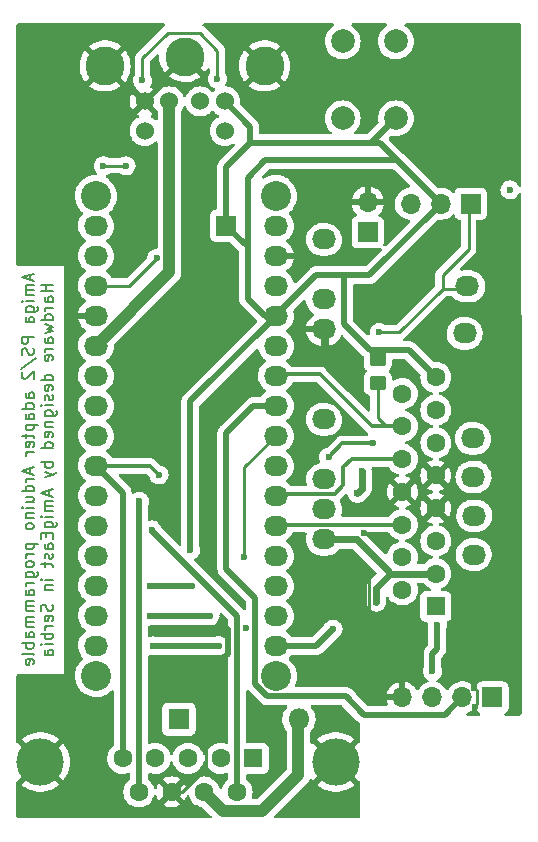
<source format=gbr>
%TF.GenerationSoftware,KiCad,Pcbnew,(6.0.2)*%
%TF.CreationDate,2024-04-09T06:49:27+01:00*%
%TF.ProjectId,amigaps2 revision1.7,616d6967-6170-4733-9220-726576697369,rev?*%
%TF.SameCoordinates,Original*%
%TF.FileFunction,Copper,L2,Bot*%
%TF.FilePolarity,Positive*%
%FSLAX46Y46*%
G04 Gerber Fmt 4.6, Leading zero omitted, Abs format (unit mm)*
G04 Created by KiCad (PCBNEW (6.0.2)) date 2024-04-09 06:49:27*
%MOMM*%
%LPD*%
G01*
G04 APERTURE LIST*
G04 Aperture macros list*
%AMRoundRect*
0 Rectangle with rounded corners*
0 $1 Rounding radius*
0 $2 $3 $4 $5 $6 $7 $8 $9 X,Y pos of 4 corners*
0 Add a 4 corners polygon primitive as box body*
4,1,4,$2,$3,$4,$5,$6,$7,$8,$9,$2,$3,0*
0 Add four circle primitives for the rounded corners*
1,1,$1+$1,$2,$3*
1,1,$1+$1,$4,$5*
1,1,$1+$1,$6,$7*
1,1,$1+$1,$8,$9*
0 Add four rect primitives between the rounded corners*
20,1,$1+$1,$2,$3,$4,$5,0*
20,1,$1+$1,$4,$5,$6,$7,0*
20,1,$1+$1,$6,$7,$8,$9,0*
20,1,$1+$1,$8,$9,$2,$3,0*%
G04 Aperture macros list end*
%ADD10C,0.150000*%
%TA.AperFunction,NonConductor*%
%ADD11C,0.150000*%
%TD*%
%TA.AperFunction,SMDPad,CuDef*%
%ADD12RoundRect,0.250000X0.450000X-0.350000X0.450000X0.350000X-0.450000X0.350000X-0.450000X-0.350000X0*%
%TD*%
%TA.AperFunction,ComponentPad*%
%ADD13O,2.032000X1.727200*%
%TD*%
%TA.AperFunction,ComponentPad*%
%ADD14C,2.540000*%
%TD*%
%TA.AperFunction,ComponentPad*%
%ADD15R,1.700000X1.700000*%
%TD*%
%TA.AperFunction,ComponentPad*%
%ADD16O,1.700000X1.700000*%
%TD*%
%TA.AperFunction,ComponentPad*%
%ADD17C,1.600000*%
%TD*%
%TA.AperFunction,ComponentPad*%
%ADD18C,4.000000*%
%TD*%
%TA.AperFunction,ComponentPad*%
%ADD19R,1.600000X1.600000*%
%TD*%
%TA.AperFunction,ComponentPad*%
%ADD20R,1.800000X1.800000*%
%TD*%
%TA.AperFunction,ComponentPad*%
%ADD21O,1.800000X1.800000*%
%TD*%
%TA.AperFunction,ComponentPad*%
%ADD22C,1.524000*%
%TD*%
%TA.AperFunction,ComponentPad*%
%ADD23C,3.300000*%
%TD*%
%TA.AperFunction,ComponentPad*%
%ADD24C,2.000000*%
%TD*%
%TA.AperFunction,ViaPad*%
%ADD25C,0.600000*%
%TD*%
%TA.AperFunction,Conductor*%
%ADD26C,0.250000*%
%TD*%
%TA.AperFunction,Conductor*%
%ADD27C,0.300000*%
%TD*%
%TA.AperFunction,Conductor*%
%ADD28C,0.500000*%
%TD*%
%TA.AperFunction,Conductor*%
%ADD29C,0.600000*%
%TD*%
%TA.AperFunction,Conductor*%
%ADD30C,1.000000*%
%TD*%
%TA.AperFunction,Conductor*%
%ADD31C,0.350000*%
%TD*%
G04 APERTURE END LIST*
D10*
D11*
X133881666Y-75376190D02*
X133881666Y-75852380D01*
X134167380Y-75280952D02*
X133167380Y-75614285D01*
X134167380Y-75947619D01*
X134167380Y-76280952D02*
X133500714Y-76280952D01*
X133595952Y-76280952D02*
X133548333Y-76328571D01*
X133500714Y-76423809D01*
X133500714Y-76566666D01*
X133548333Y-76661904D01*
X133643571Y-76709523D01*
X134167380Y-76709523D01*
X133643571Y-76709523D02*
X133548333Y-76757142D01*
X133500714Y-76852380D01*
X133500714Y-76995238D01*
X133548333Y-77090476D01*
X133643571Y-77138095D01*
X134167380Y-77138095D01*
X134167380Y-77614285D02*
X133500714Y-77614285D01*
X133167380Y-77614285D02*
X133215000Y-77566666D01*
X133262619Y-77614285D01*
X133215000Y-77661904D01*
X133167380Y-77614285D01*
X133262619Y-77614285D01*
X133500714Y-78519047D02*
X134310238Y-78519047D01*
X134405476Y-78471428D01*
X134453095Y-78423809D01*
X134500714Y-78328571D01*
X134500714Y-78185714D01*
X134453095Y-78090476D01*
X134119761Y-78519047D02*
X134167380Y-78423809D01*
X134167380Y-78233333D01*
X134119761Y-78138095D01*
X134072142Y-78090476D01*
X133976904Y-78042857D01*
X133691190Y-78042857D01*
X133595952Y-78090476D01*
X133548333Y-78138095D01*
X133500714Y-78233333D01*
X133500714Y-78423809D01*
X133548333Y-78519047D01*
X134167380Y-79423809D02*
X133643571Y-79423809D01*
X133548333Y-79376190D01*
X133500714Y-79280952D01*
X133500714Y-79090476D01*
X133548333Y-78995238D01*
X134119761Y-79423809D02*
X134167380Y-79328571D01*
X134167380Y-79090476D01*
X134119761Y-78995238D01*
X134024523Y-78947619D01*
X133929285Y-78947619D01*
X133834047Y-78995238D01*
X133786428Y-79090476D01*
X133786428Y-79328571D01*
X133738809Y-79423809D01*
X134167380Y-80661904D02*
X133167380Y-80661904D01*
X133167380Y-81042857D01*
X133215000Y-81138095D01*
X133262619Y-81185714D01*
X133357857Y-81233333D01*
X133500714Y-81233333D01*
X133595952Y-81185714D01*
X133643571Y-81138095D01*
X133691190Y-81042857D01*
X133691190Y-80661904D01*
X134119761Y-81614285D02*
X134167380Y-81757142D01*
X134167380Y-81995238D01*
X134119761Y-82090476D01*
X134072142Y-82138095D01*
X133976904Y-82185714D01*
X133881666Y-82185714D01*
X133786428Y-82138095D01*
X133738809Y-82090476D01*
X133691190Y-81995238D01*
X133643571Y-81804761D01*
X133595952Y-81709523D01*
X133548333Y-81661904D01*
X133453095Y-81614285D01*
X133357857Y-81614285D01*
X133262619Y-81661904D01*
X133215000Y-81709523D01*
X133167380Y-81804761D01*
X133167380Y-82042857D01*
X133215000Y-82185714D01*
X133119761Y-83328571D02*
X134405476Y-82471428D01*
X133262619Y-83614285D02*
X133215000Y-83661904D01*
X133167380Y-83757142D01*
X133167380Y-83995238D01*
X133215000Y-84090476D01*
X133262619Y-84138095D01*
X133357857Y-84185714D01*
X133453095Y-84185714D01*
X133595952Y-84138095D01*
X134167380Y-83566666D01*
X134167380Y-84185714D01*
X134167380Y-85804761D02*
X133643571Y-85804761D01*
X133548333Y-85757142D01*
X133500714Y-85661904D01*
X133500714Y-85471428D01*
X133548333Y-85376190D01*
X134119761Y-85804761D02*
X134167380Y-85709523D01*
X134167380Y-85471428D01*
X134119761Y-85376190D01*
X134024523Y-85328571D01*
X133929285Y-85328571D01*
X133834047Y-85376190D01*
X133786428Y-85471428D01*
X133786428Y-85709523D01*
X133738809Y-85804761D01*
X134167380Y-86709523D02*
X133167380Y-86709523D01*
X134119761Y-86709523D02*
X134167380Y-86614285D01*
X134167380Y-86423809D01*
X134119761Y-86328571D01*
X134072142Y-86280952D01*
X133976904Y-86233333D01*
X133691190Y-86233333D01*
X133595952Y-86280952D01*
X133548333Y-86328571D01*
X133500714Y-86423809D01*
X133500714Y-86614285D01*
X133548333Y-86709523D01*
X134167380Y-87614285D02*
X133643571Y-87614285D01*
X133548333Y-87566666D01*
X133500714Y-87471428D01*
X133500714Y-87280952D01*
X133548333Y-87185714D01*
X134119761Y-87614285D02*
X134167380Y-87519047D01*
X134167380Y-87280952D01*
X134119761Y-87185714D01*
X134024523Y-87138095D01*
X133929285Y-87138095D01*
X133834047Y-87185714D01*
X133786428Y-87280952D01*
X133786428Y-87519047D01*
X133738809Y-87614285D01*
X133500714Y-88090476D02*
X134500714Y-88090476D01*
X133548333Y-88090476D02*
X133500714Y-88185714D01*
X133500714Y-88376190D01*
X133548333Y-88471428D01*
X133595952Y-88519047D01*
X133691190Y-88566666D01*
X133976904Y-88566666D01*
X134072142Y-88519047D01*
X134119761Y-88471428D01*
X134167380Y-88376190D01*
X134167380Y-88185714D01*
X134119761Y-88090476D01*
X133500714Y-88852380D02*
X133500714Y-89233333D01*
X133167380Y-88995238D02*
X134024523Y-88995238D01*
X134119761Y-89042857D01*
X134167380Y-89138095D01*
X134167380Y-89233333D01*
X134119761Y-89947619D02*
X134167380Y-89852380D01*
X134167380Y-89661904D01*
X134119761Y-89566666D01*
X134024523Y-89519047D01*
X133643571Y-89519047D01*
X133548333Y-89566666D01*
X133500714Y-89661904D01*
X133500714Y-89852380D01*
X133548333Y-89947619D01*
X133643571Y-89995238D01*
X133738809Y-89995238D01*
X133834047Y-89519047D01*
X134167380Y-90423809D02*
X133500714Y-90423809D01*
X133691190Y-90423809D02*
X133595952Y-90471428D01*
X133548333Y-90519047D01*
X133500714Y-90614285D01*
X133500714Y-90709523D01*
X133881666Y-91757142D02*
X133881666Y-92233333D01*
X134167380Y-91661904D02*
X133167380Y-91995238D01*
X134167380Y-92328571D01*
X134167380Y-92661904D02*
X133500714Y-92661904D01*
X133691190Y-92661904D02*
X133595952Y-92709523D01*
X133548333Y-92757142D01*
X133500714Y-92852380D01*
X133500714Y-92947619D01*
X134167380Y-93709523D02*
X133167380Y-93709523D01*
X134119761Y-93709523D02*
X134167380Y-93614285D01*
X134167380Y-93423809D01*
X134119761Y-93328571D01*
X134072142Y-93280952D01*
X133976904Y-93233333D01*
X133691190Y-93233333D01*
X133595952Y-93280952D01*
X133548333Y-93328571D01*
X133500714Y-93423809D01*
X133500714Y-93614285D01*
X133548333Y-93709523D01*
X133500714Y-94614285D02*
X134167380Y-94614285D01*
X133500714Y-94185714D02*
X134024523Y-94185714D01*
X134119761Y-94233333D01*
X134167380Y-94328571D01*
X134167380Y-94471428D01*
X134119761Y-94566666D01*
X134072142Y-94614285D01*
X134167380Y-95090476D02*
X133500714Y-95090476D01*
X133167380Y-95090476D02*
X133215000Y-95042857D01*
X133262619Y-95090476D01*
X133215000Y-95138095D01*
X133167380Y-95090476D01*
X133262619Y-95090476D01*
X133500714Y-95566666D02*
X134167380Y-95566666D01*
X133595952Y-95566666D02*
X133548333Y-95614285D01*
X133500714Y-95709523D01*
X133500714Y-95852380D01*
X133548333Y-95947619D01*
X133643571Y-95995238D01*
X134167380Y-95995238D01*
X134167380Y-96614285D02*
X134119761Y-96519047D01*
X134072142Y-96471428D01*
X133976904Y-96423809D01*
X133691190Y-96423809D01*
X133595952Y-96471428D01*
X133548333Y-96519047D01*
X133500714Y-96614285D01*
X133500714Y-96757142D01*
X133548333Y-96852380D01*
X133595952Y-96899999D01*
X133691190Y-96947619D01*
X133976904Y-96947619D01*
X134072142Y-96899999D01*
X134119761Y-96852380D01*
X134167380Y-96757142D01*
X134167380Y-96614285D01*
X133500714Y-98138095D02*
X134500714Y-98138095D01*
X133548333Y-98138095D02*
X133500714Y-98233333D01*
X133500714Y-98423809D01*
X133548333Y-98519047D01*
X133595952Y-98566666D01*
X133691190Y-98614285D01*
X133976904Y-98614285D01*
X134072142Y-98566666D01*
X134119761Y-98519047D01*
X134167380Y-98423809D01*
X134167380Y-98233333D01*
X134119761Y-98138095D01*
X134167380Y-99042857D02*
X133500714Y-99042857D01*
X133691190Y-99042857D02*
X133595952Y-99090476D01*
X133548333Y-99138095D01*
X133500714Y-99233333D01*
X133500714Y-99328571D01*
X134167380Y-99804761D02*
X134119761Y-99709523D01*
X134072142Y-99661904D01*
X133976904Y-99614285D01*
X133691190Y-99614285D01*
X133595952Y-99661904D01*
X133548333Y-99709523D01*
X133500714Y-99804761D01*
X133500714Y-99947619D01*
X133548333Y-100042857D01*
X133595952Y-100090476D01*
X133691190Y-100138095D01*
X133976904Y-100138095D01*
X134072142Y-100090476D01*
X134119761Y-100042857D01*
X134167380Y-99947619D01*
X134167380Y-99804761D01*
X133500714Y-100995238D02*
X134310238Y-100995238D01*
X134405476Y-100947619D01*
X134453095Y-100899999D01*
X134500714Y-100804761D01*
X134500714Y-100661904D01*
X134453095Y-100566666D01*
X134119761Y-100995238D02*
X134167380Y-100899999D01*
X134167380Y-100709523D01*
X134119761Y-100614285D01*
X134072142Y-100566666D01*
X133976904Y-100519047D01*
X133691190Y-100519047D01*
X133595952Y-100566666D01*
X133548333Y-100614285D01*
X133500714Y-100709523D01*
X133500714Y-100899999D01*
X133548333Y-100995238D01*
X134167380Y-101471428D02*
X133500714Y-101471428D01*
X133691190Y-101471428D02*
X133595952Y-101519047D01*
X133548333Y-101566666D01*
X133500714Y-101661904D01*
X133500714Y-101757142D01*
X134167380Y-102519047D02*
X133643571Y-102519047D01*
X133548333Y-102471428D01*
X133500714Y-102376190D01*
X133500714Y-102185714D01*
X133548333Y-102090476D01*
X134119761Y-102519047D02*
X134167380Y-102423809D01*
X134167380Y-102185714D01*
X134119761Y-102090476D01*
X134024523Y-102042857D01*
X133929285Y-102042857D01*
X133834047Y-102090476D01*
X133786428Y-102185714D01*
X133786428Y-102423809D01*
X133738809Y-102519047D01*
X134167380Y-102995238D02*
X133500714Y-102995238D01*
X133595952Y-102995238D02*
X133548333Y-103042857D01*
X133500714Y-103138095D01*
X133500714Y-103280952D01*
X133548333Y-103376190D01*
X133643571Y-103423809D01*
X134167380Y-103423809D01*
X133643571Y-103423809D02*
X133548333Y-103471428D01*
X133500714Y-103566666D01*
X133500714Y-103709523D01*
X133548333Y-103804761D01*
X133643571Y-103852380D01*
X134167380Y-103852380D01*
X134167380Y-104328571D02*
X133500714Y-104328571D01*
X133595952Y-104328571D02*
X133548333Y-104376190D01*
X133500714Y-104471428D01*
X133500714Y-104614285D01*
X133548333Y-104709523D01*
X133643571Y-104757142D01*
X134167380Y-104757142D01*
X133643571Y-104757142D02*
X133548333Y-104804761D01*
X133500714Y-104899999D01*
X133500714Y-105042857D01*
X133548333Y-105138095D01*
X133643571Y-105185714D01*
X134167380Y-105185714D01*
X134167380Y-106090476D02*
X133643571Y-106090476D01*
X133548333Y-106042857D01*
X133500714Y-105947619D01*
X133500714Y-105757142D01*
X133548333Y-105661904D01*
X134119761Y-106090476D02*
X134167380Y-105995238D01*
X134167380Y-105757142D01*
X134119761Y-105661904D01*
X134024523Y-105614285D01*
X133929285Y-105614285D01*
X133834047Y-105661904D01*
X133786428Y-105757142D01*
X133786428Y-105995238D01*
X133738809Y-106090476D01*
X134167380Y-106566666D02*
X133167380Y-106566666D01*
X133548333Y-106566666D02*
X133500714Y-106661904D01*
X133500714Y-106852380D01*
X133548333Y-106947619D01*
X133595952Y-106995238D01*
X133691190Y-107042857D01*
X133976904Y-107042857D01*
X134072142Y-106995238D01*
X134119761Y-106947619D01*
X134167380Y-106852380D01*
X134167380Y-106661904D01*
X134119761Y-106566666D01*
X134167380Y-107614285D02*
X134119761Y-107519047D01*
X134024523Y-107471428D01*
X133167380Y-107471428D01*
X134119761Y-108376190D02*
X134167380Y-108280952D01*
X134167380Y-108090476D01*
X134119761Y-107995238D01*
X134024523Y-107947619D01*
X133643571Y-107947619D01*
X133548333Y-107995238D01*
X133500714Y-108090476D01*
X133500714Y-108280952D01*
X133548333Y-108376190D01*
X133643571Y-108423809D01*
X133738809Y-108423809D01*
X133834047Y-107947619D01*
X135777380Y-76209523D02*
X134777380Y-76209523D01*
X135253571Y-76209523D02*
X135253571Y-76780952D01*
X135777380Y-76780952D02*
X134777380Y-76780952D01*
X135777380Y-77685714D02*
X135253571Y-77685714D01*
X135158333Y-77638095D01*
X135110714Y-77542857D01*
X135110714Y-77352380D01*
X135158333Y-77257142D01*
X135729761Y-77685714D02*
X135777380Y-77590476D01*
X135777380Y-77352380D01*
X135729761Y-77257142D01*
X135634523Y-77209523D01*
X135539285Y-77209523D01*
X135444047Y-77257142D01*
X135396428Y-77352380D01*
X135396428Y-77590476D01*
X135348809Y-77685714D01*
X135777380Y-78161904D02*
X135110714Y-78161904D01*
X135301190Y-78161904D02*
X135205952Y-78209523D01*
X135158333Y-78257142D01*
X135110714Y-78352380D01*
X135110714Y-78447619D01*
X135777380Y-79209523D02*
X134777380Y-79209523D01*
X135729761Y-79209523D02*
X135777380Y-79114285D01*
X135777380Y-78923809D01*
X135729761Y-78828571D01*
X135682142Y-78780952D01*
X135586904Y-78733333D01*
X135301190Y-78733333D01*
X135205952Y-78780952D01*
X135158333Y-78828571D01*
X135110714Y-78923809D01*
X135110714Y-79114285D01*
X135158333Y-79209523D01*
X135110714Y-79590476D02*
X135777380Y-79780952D01*
X135301190Y-79971428D01*
X135777380Y-80161904D01*
X135110714Y-80352380D01*
X135777380Y-81161904D02*
X135253571Y-81161904D01*
X135158333Y-81114285D01*
X135110714Y-81019047D01*
X135110714Y-80828571D01*
X135158333Y-80733333D01*
X135729761Y-81161904D02*
X135777380Y-81066666D01*
X135777380Y-80828571D01*
X135729761Y-80733333D01*
X135634523Y-80685714D01*
X135539285Y-80685714D01*
X135444047Y-80733333D01*
X135396428Y-80828571D01*
X135396428Y-81066666D01*
X135348809Y-81161904D01*
X135777380Y-81638095D02*
X135110714Y-81638095D01*
X135301190Y-81638095D02*
X135205952Y-81685714D01*
X135158333Y-81733333D01*
X135110714Y-81828571D01*
X135110714Y-81923809D01*
X135729761Y-82638095D02*
X135777380Y-82542857D01*
X135777380Y-82352380D01*
X135729761Y-82257142D01*
X135634523Y-82209523D01*
X135253571Y-82209523D01*
X135158333Y-82257142D01*
X135110714Y-82352380D01*
X135110714Y-82542857D01*
X135158333Y-82638095D01*
X135253571Y-82685714D01*
X135348809Y-82685714D01*
X135444047Y-82209523D01*
X135777380Y-84304761D02*
X134777380Y-84304761D01*
X135729761Y-84304761D02*
X135777380Y-84209523D01*
X135777380Y-84019047D01*
X135729761Y-83923809D01*
X135682142Y-83876190D01*
X135586904Y-83828571D01*
X135301190Y-83828571D01*
X135205952Y-83876190D01*
X135158333Y-83923809D01*
X135110714Y-84019047D01*
X135110714Y-84209523D01*
X135158333Y-84304761D01*
X135729761Y-85161904D02*
X135777380Y-85066666D01*
X135777380Y-84876190D01*
X135729761Y-84780952D01*
X135634523Y-84733333D01*
X135253571Y-84733333D01*
X135158333Y-84780952D01*
X135110714Y-84876190D01*
X135110714Y-85066666D01*
X135158333Y-85161904D01*
X135253571Y-85209523D01*
X135348809Y-85209523D01*
X135444047Y-84733333D01*
X135729761Y-85590476D02*
X135777380Y-85685714D01*
X135777380Y-85876190D01*
X135729761Y-85971428D01*
X135634523Y-86019047D01*
X135586904Y-86019047D01*
X135491666Y-85971428D01*
X135444047Y-85876190D01*
X135444047Y-85733333D01*
X135396428Y-85638095D01*
X135301190Y-85590476D01*
X135253571Y-85590476D01*
X135158333Y-85638095D01*
X135110714Y-85733333D01*
X135110714Y-85876190D01*
X135158333Y-85971428D01*
X135777380Y-86447619D02*
X135110714Y-86447619D01*
X134777380Y-86447619D02*
X134825000Y-86400000D01*
X134872619Y-86447619D01*
X134825000Y-86495238D01*
X134777380Y-86447619D01*
X134872619Y-86447619D01*
X135110714Y-87352380D02*
X135920238Y-87352380D01*
X136015476Y-87304761D01*
X136063095Y-87257142D01*
X136110714Y-87161904D01*
X136110714Y-87019047D01*
X136063095Y-86923809D01*
X135729761Y-87352380D02*
X135777380Y-87257142D01*
X135777380Y-87066666D01*
X135729761Y-86971428D01*
X135682142Y-86923809D01*
X135586904Y-86876190D01*
X135301190Y-86876190D01*
X135205952Y-86923809D01*
X135158333Y-86971428D01*
X135110714Y-87066666D01*
X135110714Y-87257142D01*
X135158333Y-87352380D01*
X135110714Y-87828571D02*
X135777380Y-87828571D01*
X135205952Y-87828571D02*
X135158333Y-87876190D01*
X135110714Y-87971428D01*
X135110714Y-88114285D01*
X135158333Y-88209523D01*
X135253571Y-88257142D01*
X135777380Y-88257142D01*
X135729761Y-89114285D02*
X135777380Y-89019047D01*
X135777380Y-88828571D01*
X135729761Y-88733333D01*
X135634523Y-88685714D01*
X135253571Y-88685714D01*
X135158333Y-88733333D01*
X135110714Y-88828571D01*
X135110714Y-89019047D01*
X135158333Y-89114285D01*
X135253571Y-89161904D01*
X135348809Y-89161904D01*
X135444047Y-88685714D01*
X135777380Y-90019047D02*
X134777380Y-90019047D01*
X135729761Y-90019047D02*
X135777380Y-89923809D01*
X135777380Y-89733333D01*
X135729761Y-89638095D01*
X135682142Y-89590476D01*
X135586904Y-89542857D01*
X135301190Y-89542857D01*
X135205952Y-89590476D01*
X135158333Y-89638095D01*
X135110714Y-89733333D01*
X135110714Y-89923809D01*
X135158333Y-90019047D01*
X135777380Y-91257142D02*
X134777380Y-91257142D01*
X135158333Y-91257142D02*
X135110714Y-91352380D01*
X135110714Y-91542857D01*
X135158333Y-91638095D01*
X135205952Y-91685714D01*
X135301190Y-91733333D01*
X135586904Y-91733333D01*
X135682142Y-91685714D01*
X135729761Y-91638095D01*
X135777380Y-91542857D01*
X135777380Y-91352380D01*
X135729761Y-91257142D01*
X135110714Y-92066666D02*
X135777380Y-92304761D01*
X135110714Y-92542857D02*
X135777380Y-92304761D01*
X136015476Y-92209523D01*
X136063095Y-92161904D01*
X136110714Y-92066666D01*
X135491666Y-93638095D02*
X135491666Y-94114285D01*
X135777380Y-93542857D02*
X134777380Y-93876190D01*
X135777380Y-94209523D01*
X135777380Y-94542857D02*
X135110714Y-94542857D01*
X135205952Y-94542857D02*
X135158333Y-94590476D01*
X135110714Y-94685714D01*
X135110714Y-94828571D01*
X135158333Y-94923809D01*
X135253571Y-94971428D01*
X135777380Y-94971428D01*
X135253571Y-94971428D02*
X135158333Y-95019047D01*
X135110714Y-95114285D01*
X135110714Y-95257142D01*
X135158333Y-95352380D01*
X135253571Y-95399999D01*
X135777380Y-95399999D01*
X135777380Y-95876190D02*
X135110714Y-95876190D01*
X134777380Y-95876190D02*
X134825000Y-95828571D01*
X134872619Y-95876190D01*
X134825000Y-95923809D01*
X134777380Y-95876190D01*
X134872619Y-95876190D01*
X135110714Y-96780952D02*
X135920238Y-96780952D01*
X136015476Y-96733333D01*
X136063095Y-96685714D01*
X136110714Y-96590476D01*
X136110714Y-96447619D01*
X136063095Y-96352380D01*
X135729761Y-96780952D02*
X135777380Y-96685714D01*
X135777380Y-96495238D01*
X135729761Y-96399999D01*
X135682142Y-96352380D01*
X135586904Y-96304761D01*
X135301190Y-96304761D01*
X135205952Y-96352380D01*
X135158333Y-96399999D01*
X135110714Y-96495238D01*
X135110714Y-96685714D01*
X135158333Y-96780952D01*
X135253571Y-97257142D02*
X135253571Y-97590476D01*
X135777380Y-97733333D02*
X135777380Y-97257142D01*
X134777380Y-97257142D01*
X134777380Y-97733333D01*
X135777380Y-98590476D02*
X135253571Y-98590476D01*
X135158333Y-98542857D01*
X135110714Y-98447619D01*
X135110714Y-98257142D01*
X135158333Y-98161904D01*
X135729761Y-98590476D02*
X135777380Y-98495238D01*
X135777380Y-98257142D01*
X135729761Y-98161904D01*
X135634523Y-98114285D01*
X135539285Y-98114285D01*
X135444047Y-98161904D01*
X135396428Y-98257142D01*
X135396428Y-98495238D01*
X135348809Y-98590476D01*
X135729761Y-99019047D02*
X135777380Y-99114285D01*
X135777380Y-99304761D01*
X135729761Y-99399999D01*
X135634523Y-99447619D01*
X135586904Y-99447619D01*
X135491666Y-99399999D01*
X135444047Y-99304761D01*
X135444047Y-99161904D01*
X135396428Y-99066666D01*
X135301190Y-99019047D01*
X135253571Y-99019047D01*
X135158333Y-99066666D01*
X135110714Y-99161904D01*
X135110714Y-99304761D01*
X135158333Y-99399999D01*
X135110714Y-99733333D02*
X135110714Y-100114285D01*
X134777380Y-99876190D02*
X135634523Y-99876190D01*
X135729761Y-99923809D01*
X135777380Y-100019047D01*
X135777380Y-100114285D01*
X135777380Y-101209523D02*
X135110714Y-101209523D01*
X134777380Y-101209523D02*
X134825000Y-101161904D01*
X134872619Y-101209523D01*
X134825000Y-101257142D01*
X134777380Y-101209523D01*
X134872619Y-101209523D01*
X135110714Y-101685714D02*
X135777380Y-101685714D01*
X135205952Y-101685714D02*
X135158333Y-101733333D01*
X135110714Y-101828571D01*
X135110714Y-101971428D01*
X135158333Y-102066666D01*
X135253571Y-102114285D01*
X135777380Y-102114285D01*
X135729761Y-103304761D02*
X135777380Y-103447619D01*
X135777380Y-103685714D01*
X135729761Y-103780952D01*
X135682142Y-103828571D01*
X135586904Y-103876190D01*
X135491666Y-103876190D01*
X135396428Y-103828571D01*
X135348809Y-103780952D01*
X135301190Y-103685714D01*
X135253571Y-103495238D01*
X135205952Y-103399999D01*
X135158333Y-103352380D01*
X135063095Y-103304761D01*
X134967857Y-103304761D01*
X134872619Y-103352380D01*
X134825000Y-103399999D01*
X134777380Y-103495238D01*
X134777380Y-103733333D01*
X134825000Y-103876190D01*
X135729761Y-104685714D02*
X135777380Y-104590476D01*
X135777380Y-104399999D01*
X135729761Y-104304761D01*
X135634523Y-104257142D01*
X135253571Y-104257142D01*
X135158333Y-104304761D01*
X135110714Y-104399999D01*
X135110714Y-104590476D01*
X135158333Y-104685714D01*
X135253571Y-104733333D01*
X135348809Y-104733333D01*
X135444047Y-104257142D01*
X135777380Y-105161904D02*
X135110714Y-105161904D01*
X135301190Y-105161904D02*
X135205952Y-105209523D01*
X135158333Y-105257142D01*
X135110714Y-105352380D01*
X135110714Y-105447619D01*
X135777380Y-105780952D02*
X134777380Y-105780952D01*
X135158333Y-105780952D02*
X135110714Y-105876190D01*
X135110714Y-106066666D01*
X135158333Y-106161904D01*
X135205952Y-106209523D01*
X135301190Y-106257142D01*
X135586904Y-106257142D01*
X135682142Y-106209523D01*
X135729761Y-106161904D01*
X135777380Y-106066666D01*
X135777380Y-105876190D01*
X135729761Y-105780952D01*
X135777380Y-106685714D02*
X135110714Y-106685714D01*
X134777380Y-106685714D02*
X134825000Y-106638095D01*
X134872619Y-106685714D01*
X134825000Y-106733333D01*
X134777380Y-106685714D01*
X134872619Y-106685714D01*
X135777380Y-107590476D02*
X135253571Y-107590476D01*
X135158333Y-107542857D01*
X135110714Y-107447619D01*
X135110714Y-107257142D01*
X135158333Y-107161904D01*
X135729761Y-107590476D02*
X135777380Y-107495238D01*
X135777380Y-107257142D01*
X135729761Y-107161904D01*
X135634523Y-107114285D01*
X135539285Y-107114285D01*
X135444047Y-107161904D01*
X135396428Y-107257142D01*
X135396428Y-107495238D01*
X135348809Y-107590476D01*
D12*
%TO.P,10k,1*%
%TO.N,/A6*%
X163310000Y-84510000D03*
%TO.P,10k,2*%
%TO.N,+5V*%
X163310000Y-82510000D03*
%TD*%
D13*
%TO.P,P1,1*%
%TO.N,/1(Tx)*%
X139446000Y-71247000D03*
%TO.P,P1,2*%
%TO.N,/0(Rx)*%
X139446000Y-73787000D03*
%TO.P,P1,3*%
%TO.N,/Reset*%
X139446000Y-76327000D03*
%TO.P,P1,4*%
%TO.N,GND*%
X139446000Y-78867000D03*
%TO.P,P1,5*%
%TO.N,/2*%
X139446000Y-81407000D03*
%TO.P,P1,6*%
%TO.N,/3(\u002A\u002A)*%
X139446000Y-83947000D03*
%TO.P,P1,7*%
%TO.N,/4*%
X139446000Y-86487000D03*
%TO.P,P1,9*%
%TO.N,/6(\u002A\u002A)*%
X139446000Y-91567000D03*
%TO.P,P1,10*%
%TO.N,/7*%
X139446000Y-94107000D03*
%TO.P,P1,11*%
%TO.N,/8*%
X139446000Y-96647000D03*
%TO.P,P1,12*%
%TO.N,/9(\u002A\u002A)*%
X139446000Y-99187000D03*
%TO.P,P1,13*%
%TO.N,/10(\u002A\u002A/SS)*%
X139446000Y-101727000D03*
%TO.P,P1,14*%
%TO.N,/11(\u002A\u002A/MOSI)*%
X139446000Y-104267000D03*
%TO.P,P1,15*%
%TO.N,/12(MISO)*%
X139446000Y-106807000D03*
%TO.P,P1,D5*%
%TO.N,5*%
X139446000Y-89027000D03*
%TD*%
%TO.P,P2,1*%
%TO.N,/Vin*%
X154686000Y-71247000D03*
%TO.P,P2,2*%
%TO.N,GND*%
X154686000Y-73787000D03*
%TO.P,P2,3*%
%TO.N,/Reset*%
X154686000Y-76327000D03*
%TO.P,P2,4*%
%TO.N,+5V*%
X154686000Y-78867000D03*
%TO.P,P2,5*%
%TO.N,/A7*%
X154686000Y-81407000D03*
%TO.P,P2,6*%
%TO.N,/A6*%
X154686000Y-83947000D03*
%TO.P,P2,7*%
%TO.N,/A5*%
X154686000Y-86487000D03*
%TO.P,P2,8*%
%TO.N,/A4*%
X154686000Y-89027000D03*
%TO.P,P2,9*%
%TO.N,/A3*%
X154686000Y-91567000D03*
%TO.P,P2,10*%
%TO.N,/A2*%
X154686000Y-94107000D03*
%TO.P,P2,11*%
%TO.N,/A1*%
X154686000Y-96647000D03*
%TO.P,P2,12*%
%TO.N,/A0*%
X154686000Y-99187000D03*
%TO.P,P2,13*%
%TO.N,/AREF*%
X154686000Y-101727000D03*
%TO.P,P2,14*%
%TO.N,+3V3*%
X154686000Y-104267000D03*
%TO.P,P2,15*%
%TO.N,/13(SCK)*%
X154686000Y-106807000D03*
%TD*%
D14*
%TO.P,P3,1*%
%TO.N,Net-(P3-Pad1)*%
X139446000Y-68707000D03*
%TD*%
%TO.P,P4,1*%
%TO.N,Net-(P4-Pad1)*%
X139446000Y-109347000D03*
%TD*%
%TO.P,P5,1*%
%TO.N,Net-(P5-Pad1)*%
X154686000Y-109347000D03*
%TD*%
%TO.P,P6,1*%
%TO.N,Net-(P6-Pad1)*%
X154686000Y-68707000D03*
%TD*%
D13*
%TO.P,,A1*%
%TO.N,/A1*%
X171480000Y-95790000D03*
%TD*%
%TO.P,,A6*%
%TO.N,/A6*%
X170670000Y-80350000D03*
%TD*%
D15*
%TO.P,REF\u002A\u002A,1*%
%TO.N,/Reset*%
X162458400Y-71780400D03*
D16*
%TO.P,REF\u002A\u002A,2*%
%TO.N,GND*%
X162458400Y-69240400D03*
%TD*%
D17*
%TO.P,,12*%
%TO.N,GND*%
X165384200Y-93759200D03*
%TD*%
D13*
%TO.P,,A2*%
%TO.N,/A2*%
X171410000Y-92520000D03*
%TD*%
%TO.P,,3*%
%TO.N,GND*%
X158750000Y-80010000D03*
%TD*%
D17*
%TO.P,,X2*%
%TO.N,/A1*%
X165384200Y-96529200D03*
%TD*%
D13*
%TO.P,,A0*%
%TO.N,/A0*%
X171420000Y-99070000D03*
%TD*%
D17*
%TO.P,,9*%
%TO.N,+5V*%
X165384200Y-102069200D03*
%TD*%
D15*
%TO.P,CONFIG,1*%
%TO.N,/A7*%
X171181000Y-69367000D03*
D16*
%TO.P,CONFIG,2*%
%TO.N,+5V*%
X168641000Y-69367000D03*
%TO.P,CONFIG,3*%
%TO.N,/4*%
X166101000Y-69367000D03*
%TD*%
D17*
%TO.P,,Y1*%
%TO.N,/A3*%
X168224200Y-89604200D03*
%TD*%
D13*
%TO.P,,4*%
%TO.N,/4*%
X158750000Y-87630000D03*
%TD*%
D18*
%TO.P,Female DSUB9 connector,0*%
%TO.N,GND*%
X134741000Y-116632000D03*
X159741000Y-116632000D03*
D17*
%TO.P,Female DSUB9 connector,7*%
%TO.N,N/C*%
X148626000Y-119172000D03*
%TO.P,Female DSUB9 connector,8*%
%TO.N,GND*%
X145856000Y-119172000D03*
%TO.P,Female DSUB9 connector,HPulse*%
%TO.N,/11(\u002A\u002A/MOSI)*%
X150011000Y-116332000D03*
%TO.P,Female DSUB9 connector,HQPulse*%
%TO.N,/9(\u002A\u002A)*%
X144471000Y-116332000D03*
%TO.P,Female DSUB9 connector,LMB*%
%TO.N,/8*%
X151396000Y-119172000D03*
%TO.P,Female DSUB9 connector,MMB*%
%TO.N,/6(\u002A\u002A)*%
X141701000Y-116332000D03*
%TO.P,Female DSUB9 connector,RMB*%
%TO.N,/7*%
X143086000Y-119172000D03*
D19*
%TO.P,Female DSUB9 connector,VPulse*%
%TO.N,/12(MISO)*%
X152781000Y-116332000D03*
D17*
%TO.P,Female DSUB9 connector,VQPulse*%
%TO.N,/10(\u002A\u002A/SS)*%
X147241000Y-116332000D03*
%TD*%
D20*
%TO.P,DIODE,1*%
%TO.N,+5V*%
X146470000Y-113010000D03*
D21*
%TO.P,DIODE,2*%
%TO.N,N/C*%
X156630000Y-113010000D03*
%TD*%
D13*
%TO.P,,7*%
%TO.N,5*%
X158750000Y-95250000D03*
%TD*%
D17*
%TO.P,,4*%
%TO.N,GND*%
X168224200Y-95144200D03*
%TD*%
%TO.P,,8*%
%TO.N,+5V*%
X168224200Y-84064200D03*
%TD*%
D22*
%TO.P,J1,3*%
%TO.N,GND*%
X143568000Y-60706000D03*
%TO.P,J1,4*%
%TO.N,+5V*%
X150368000Y-60706000D03*
D23*
%TO.P,J1,7*%
%TO.N,GND*%
X146968000Y-56906000D03*
X140218000Y-57706000D03*
X153718000Y-57706000D03*
D22*
%TO.P,J1,CLK*%
%TO.N,/3(\u002A\u002A)*%
X143568000Y-63206000D03*
%TO.P,J1,CLK2*%
%TO.N,N/C*%
X150368000Y-63206000D03*
%TO.P,J1,DATA*%
%TO.N,/2*%
X145668000Y-60706000D03*
%TO.P,J1,DATA2*%
%TO.N,N/C*%
X148268000Y-60706000D03*
%TD*%
D19*
%TO.P,,1*%
%TO.N,+5V*%
X168224200Y-103454200D03*
%TD*%
D15*
%TO.P,REF\u002A\u002A,1*%
%TO.N,/A4*%
X173020000Y-111175000D03*
D16*
%TO.P,REF\u002A\u002A,2*%
%TO.N,/A5*%
X170480000Y-111175000D03*
%TO.P,REF\u002A\u002A,3*%
%TO.N,+5V*%
X167940000Y-111175000D03*
%TO.P,REF\u002A\u002A,4*%
%TO.N,GND*%
X165400000Y-111175000D03*
%TD*%
D13*
%TO.P,,Reset*%
%TO.N,/Reset*%
X158750000Y-77470000D03*
%TD*%
D17*
%TO.P,,Y2*%
%TO.N,/A2*%
X165384200Y-90989200D03*
%TD*%
D13*
%TO.P,,A7*%
%TO.N,/A7*%
X170890000Y-76360000D03*
%TD*%
D17*
%TO.P,,2*%
%TO.N,/0(Rx)*%
X168224200Y-100684200D03*
%TD*%
D13*
%TO.P,,A3*%
%TO.N,/A3*%
X171360000Y-89240000D03*
%TD*%
%TO.P,,8*%
%TO.N,/0(Rx)*%
X158750000Y-97790000D03*
%TD*%
D17*
%TO.P,,X1*%
%TO.N,/A0*%
X168224200Y-97914200D03*
%TD*%
D24*
%TO.P,MouseDPI,1*%
%TO.N,+5V*%
X164846000Y-62126000D03*
%TO.N,N/C*%
X164846000Y-55626000D03*
%TO.P,MouseDPI,2*%
%TO.N,/1(Tx)*%
X160346000Y-62126000D03*
%TO.N,N/C*%
X160346000Y-55626000D03*
%TD*%
D15*
%TO.P,REF\u002A\u002A,1*%
%TO.N,+5V*%
X150469600Y-71221600D03*
%TD*%
D17*
%TO.P,,10*%
%TO.N,/13(SCK)*%
X165384200Y-99299200D03*
%TD*%
%TO.P,,15*%
%TO.N,N/C*%
X165384200Y-85449200D03*
%TD*%
D13*
%TO.P,,1(Tx)*%
%TO.N,/1(Tx)*%
X158750000Y-72390000D03*
%TD*%
%TO.P,,6*%
%TO.N,/6(\u002A\u002A)*%
X158750000Y-92710000D03*
%TD*%
D17*
%TO.P,,7*%
%TO.N,5*%
X168224200Y-86834200D03*
%TD*%
%TO.P,,14*%
%TO.N,/A6*%
X165384200Y-88219200D03*
%TD*%
%TO.P,,5*%
%TO.N,GND*%
X168224200Y-92374200D03*
%TD*%
D25*
%TO.N,GND*%
X167580000Y-72590000D03*
X164680000Y-103910000D03*
%TO.N,/0(Rx)*%
X163184520Y-103090000D03*
%TO.N,GND*%
X170390000Y-104740000D03*
X172590000Y-90820000D03*
X174060000Y-77410000D03*
X158840000Y-101760000D03*
X166400000Y-104960000D03*
X166400000Y-106530000D03*
X171500000Y-105190000D03*
X174080000Y-105200000D03*
%TO.N,/1(Tx)*%
X143383000Y-58928000D03*
X149733000Y-58801000D03*
%TO.N,/Reset*%
X144600000Y-74000000D03*
%TO.N,GND*%
X162640000Y-110680000D03*
X149200000Y-94200000D03*
X162590000Y-109760000D03*
X171484300Y-110337745D03*
X157480000Y-86360000D03*
X161671000Y-95504000D03*
X169550000Y-72810000D03*
X149987000Y-117983000D03*
X148779685Y-117379685D03*
X148350000Y-74850000D03*
X148780000Y-99710000D03*
X153035000Y-117983000D03*
X162179000Y-97282000D03*
X150495000Y-105283000D03*
X174100000Y-72870000D03*
X148350000Y-79750000D03*
X161080000Y-98850000D03*
X164600000Y-78740000D03*
X145950000Y-93750000D03*
X159020000Y-82520000D03*
X166430000Y-84020000D03*
X152146000Y-105283000D03*
X167190000Y-85420000D03*
X171559602Y-111984702D03*
X149300000Y-90600000D03*
X145950000Y-89600000D03*
X150450000Y-74850000D03*
X148971000Y-115189000D03*
X174160000Y-108900000D03*
X174070000Y-74800000D03*
X150300000Y-107900000D03*
%TO.N,/6(\u002A\u002A)*%
X144780000Y-92329000D03*
%TO.N,/7*%
X143120000Y-94560000D03*
%TO.N,/8*%
X144180000Y-96990000D03*
%TO.N,/10(\u002A\u002A/SS)*%
X144018000Y-101727000D03*
X147590000Y-101700000D03*
%TO.N,+5V*%
X174498000Y-68199000D03*
X140081000Y-66167000D03*
X168350000Y-105020000D03*
X147447000Y-98679000D03*
X167940000Y-108950000D03*
X141986000Y-66167000D03*
X160410000Y-75440000D03*
%TO.N,/A7*%
X163449000Y-80264000D03*
%TO.N,/A4*%
X152019000Y-99314000D03*
%TO.N,/A3*%
X159160000Y-90810000D03*
X162941000Y-89662000D03*
%TO.N,/13(SCK)*%
X159510000Y-105390000D03*
%TO.N,/11(\u002A\u002A/MOSI)*%
X149098000Y-104267000D03*
X144018000Y-104267000D03*
%TO.N,/12(MISO)*%
X149847500Y-106800000D03*
X144272000Y-106807000D03*
%TO.N,5*%
X161582100Y-93891100D03*
X161979781Y-91982878D03*
%TD*%
D26*
%TO.N,GND*%
X167800000Y-72810000D02*
X167580000Y-72590000D01*
X169550000Y-72810000D02*
X167800000Y-72810000D01*
X162560000Y-100330000D02*
X161080000Y-98850000D01*
X162560000Y-109730000D02*
X162560000Y-100330000D01*
X162590000Y-109760000D02*
X162560000Y-109730000D01*
%TO.N,/A6*%
X163310000Y-87500000D02*
X164029200Y-88219200D01*
X163310000Y-84510000D02*
X163310000Y-87500000D01*
D27*
X164029200Y-88219200D02*
X162819200Y-88219200D01*
X165384200Y-88219200D02*
X164029200Y-88219200D01*
D26*
%TO.N,+5V*%
X163917400Y-81902600D02*
X163917400Y-81762600D01*
D28*
X163917400Y-81762600D02*
X165922600Y-81762600D01*
X162661600Y-81762600D02*
X163917400Y-81762600D01*
D26*
X163310000Y-82510000D02*
X163917400Y-81902600D01*
%TO.N,GND*%
X159020000Y-80280000D02*
X159020000Y-82520000D01*
X158750000Y-80010000D02*
X159020000Y-80280000D01*
D27*
%TO.N,/A6*%
X162819200Y-88219200D02*
X158420000Y-83820000D01*
X158420000Y-83820000D02*
X154813000Y-83820000D01*
X154813000Y-83820000D02*
X154686000Y-83947000D01*
D28*
%TO.N,+5V*%
X160450000Y-79551000D02*
X161544000Y-80645000D01*
X160450000Y-75470000D02*
X160450000Y-79551000D01*
X160420000Y-75440000D02*
X160450000Y-75470000D01*
D26*
X160420000Y-75440000D02*
X160410000Y-75440000D01*
D28*
X160390000Y-75420000D02*
X158080000Y-75420000D01*
X162568000Y-75440000D02*
X168641000Y-69367000D01*
X160410000Y-75440000D02*
X160390000Y-75420000D01*
X160410000Y-75440000D02*
X162568000Y-75440000D01*
X158080000Y-75420000D02*
X154686000Y-78814000D01*
D29*
%TO.N,/0(Rx)*%
X163184520Y-101865480D02*
X163184520Y-103090000D01*
X164365800Y-100684200D02*
X163184520Y-101865480D01*
X164438200Y-100684200D02*
X164365800Y-100684200D01*
D28*
%TO.N,+5V*%
X168350000Y-107050000D02*
X168350000Y-105020000D01*
X167940000Y-108950000D02*
X167940000Y-107460000D01*
X167940000Y-107460000D02*
X168350000Y-107050000D01*
%TO.N,/A5*%
X152781000Y-86487000D02*
X154686000Y-86487000D01*
X150495000Y-88773000D02*
X152781000Y-86487000D01*
X152908000Y-102743000D02*
X150495000Y-100330000D01*
X152908000Y-110032480D02*
X152908000Y-102743000D01*
X160586489Y-111066511D02*
X153942031Y-111066511D01*
X162169978Y-112650000D02*
X160586489Y-111066511D01*
X169005000Y-112650000D02*
X162169978Y-112650000D01*
X153942031Y-111066511D02*
X152908000Y-110032480D01*
X170480000Y-111175000D02*
X169005000Y-112650000D01*
X150495000Y-100330000D02*
X150495000Y-88773000D01*
D26*
%TO.N,/A7*%
X170670000Y-76580000D02*
X170890000Y-76360000D01*
X168810000Y-76580000D02*
X170670000Y-76580000D01*
X170992800Y-73227200D02*
X170992800Y-69672200D01*
X168810000Y-75410000D02*
X170992800Y-73227200D01*
X168810000Y-76580000D02*
X168810000Y-75410000D01*
X165126000Y-80264000D02*
X163449000Y-80264000D01*
X168810000Y-76580000D02*
X165126000Y-80264000D01*
D30*
%TO.N,*%
X156591000Y-113049000D02*
X156591000Y-117729000D01*
X150231000Y-120777000D02*
X148626000Y-119172000D01*
X156630000Y-113010000D02*
X156591000Y-113049000D01*
X153543000Y-120777000D02*
X150231000Y-120777000D01*
X156591000Y-117729000D02*
X153543000Y-120777000D01*
D26*
%TO.N,/1(Tx)*%
X145550000Y-54900000D02*
X143383000Y-57067000D01*
X149733000Y-56403000D02*
X148230000Y-54900000D01*
X148230000Y-54900000D02*
X145550000Y-54900000D01*
X149733000Y-58801000D02*
X149733000Y-56403000D01*
X143383000Y-57067000D02*
X143383000Y-58928000D01*
D29*
%TO.N,/0(Rx)*%
X168224200Y-100684200D02*
X164438200Y-100684200D01*
X161544000Y-97790000D02*
X158750000Y-97790000D01*
X164438200Y-100684200D02*
X161544000Y-97790000D01*
D26*
%TO.N,/Reset*%
X142273000Y-76327000D02*
X139446000Y-76327000D01*
X144600000Y-74000000D02*
X142273000Y-76327000D01*
%TO.N,GND*%
X146728000Y-119172000D02*
X148520315Y-117379685D01*
X171700000Y-111697810D02*
X171700000Y-110553445D01*
X148520315Y-117379685D02*
X148779685Y-117379685D01*
X149383000Y-117983000D02*
X149987000Y-117983000D01*
X150611511Y-105399511D02*
X150495000Y-105283000D01*
X150300000Y-107900000D02*
X150300000Y-107764000D01*
D28*
X150611511Y-107452489D02*
X150611511Y-105399511D01*
X150300000Y-107764000D02*
X150611511Y-107452489D01*
D26*
X148779685Y-115380315D02*
X148971000Y-115189000D01*
X148779685Y-117379685D02*
X149383000Y-117983000D01*
X171559602Y-111984702D02*
X171559602Y-111838208D01*
X145856000Y-119172000D02*
X146728000Y-119172000D01*
X171559602Y-111838208D02*
X171700000Y-111697810D01*
X171700000Y-110553445D02*
X171484300Y-110337745D01*
X148779685Y-117379685D02*
X148779685Y-115380315D01*
D30*
%TO.N,/2*%
X145668000Y-75185000D02*
X139446000Y-81407000D01*
X145668000Y-60706000D02*
X145668000Y-75185000D01*
D27*
%TO.N,/6(\u002A\u002A)*%
X144780000Y-92329000D02*
X144018000Y-91567000D01*
X144018000Y-91567000D02*
X139446000Y-91567000D01*
D28*
X141701000Y-93822000D02*
X139446000Y-91567000D01*
X141701000Y-116332000D02*
X141701000Y-93822000D01*
%TO.N,/7*%
X143120000Y-94560000D02*
X143086000Y-94594000D01*
X143086000Y-94594000D02*
X143086000Y-119172000D01*
%TO.N,/8*%
X151396000Y-104276000D02*
X151396000Y-119172000D01*
X144180000Y-97060000D02*
X151396000Y-104276000D01*
X144180000Y-96990000D02*
X144180000Y-97060000D01*
%TO.N,/10(\u002A\u002A/SS)*%
X147590000Y-101700000D02*
X147563000Y-101727000D01*
X147563000Y-101727000D02*
X144018000Y-101727000D01*
%TO.N,+5V*%
X163524000Y-64250000D02*
X165537000Y-66263000D01*
X161544000Y-80645000D02*
X162661600Y-81762600D01*
D31*
X147450000Y-96300000D02*
X147447000Y-96303000D01*
D28*
X152300000Y-72800000D02*
X152300000Y-77400000D01*
D26*
X154686000Y-78814000D02*
X154686000Y-78867000D01*
D28*
X153800000Y-65700000D02*
X152300000Y-67200000D01*
X150469600Y-71221600D02*
X150469600Y-66280400D01*
D26*
X141986000Y-66167000D02*
X140081000Y-66167000D01*
D28*
X147447000Y-96266000D02*
X147447000Y-93599000D01*
X152300000Y-72800000D02*
X152048000Y-72800000D01*
X164974000Y-65700000D02*
X153800000Y-65700000D01*
X162722000Y-64250000D02*
X163524000Y-64250000D01*
X147447000Y-96303000D02*
X147447000Y-98679000D01*
D26*
X153767000Y-78867000D02*
X154686000Y-78867000D01*
D28*
X168641000Y-69367000D02*
X165537000Y-66263000D01*
X152500000Y-62838000D02*
X150368000Y-60706000D01*
X162722000Y-64250000D02*
X164846000Y-62126000D01*
X150469600Y-66280400D02*
X152500000Y-64250000D01*
X147447000Y-86106000D02*
X154686000Y-78867000D01*
X152300000Y-77400000D02*
X153767000Y-78867000D01*
X147447000Y-91694000D02*
X147447000Y-93599000D01*
X165922600Y-81762600D02*
X168224200Y-84064200D01*
X147447000Y-91694000D02*
X147447000Y-86106000D01*
X152048000Y-72800000D02*
X150469600Y-71221600D01*
X152300000Y-67200000D02*
X152300000Y-72800000D01*
X152500000Y-64250000D02*
X162722000Y-64250000D01*
X152500000Y-64250000D02*
X152500000Y-62838000D01*
X165537000Y-66263000D02*
X164974000Y-65700000D01*
%TO.N,/A5*%
X170561000Y-111094000D02*
X170480000Y-111175000D01*
D26*
%TO.N,/A4*%
X152019000Y-91694000D02*
X154686000Y-89027000D01*
X152019000Y-99314000D02*
X152019000Y-91694000D01*
D27*
%TO.N,/A3*%
X159160000Y-90810000D02*
X160308000Y-89662000D01*
X160308000Y-89662000D02*
X162941000Y-89662000D01*
%TO.N,/A2*%
X161105800Y-90989200D02*
X160401000Y-91694000D01*
X159695880Y-93923120D02*
X154869880Y-93923120D01*
X160401000Y-91694000D02*
X160401000Y-93218000D01*
X154869880Y-93923120D02*
X154686000Y-94107000D01*
X160401000Y-93218000D02*
X159695880Y-93923120D01*
X165384200Y-90989200D02*
X161105800Y-90989200D01*
%TO.N,/A1*%
X154803800Y-96529200D02*
X154686000Y-96647000D01*
X165384200Y-96529200D02*
X154803800Y-96529200D01*
D28*
%TO.N,/13(SCK)*%
X159510000Y-105390000D02*
X158093000Y-106807000D01*
X158093000Y-106807000D02*
X154686000Y-106807000D01*
%TO.N,/11(\u002A\u002A/MOSI)*%
X149098000Y-104267000D02*
X144018000Y-104267000D01*
%TO.N,/12(MISO)*%
X149840500Y-106807000D02*
X144272000Y-106807000D01*
X149847500Y-106800000D02*
X149840500Y-106807000D01*
D29*
%TO.N,5*%
X161979781Y-93493419D02*
X161582100Y-93891100D01*
X161979781Y-91982878D02*
X161979781Y-93493419D01*
%TD*%
%TA.AperFunction,Conductor*%
%TO.N,GND*%
G36*
X160288239Y-111845013D02*
G01*
X160309213Y-111861916D01*
X161586208Y-113138911D01*
X161598594Y-113153323D01*
X161607127Y-113164918D01*
X161607132Y-113164923D01*
X161611470Y-113170818D01*
X161617048Y-113175557D01*
X161617051Y-113175560D01*
X161651746Y-113205035D01*
X161659262Y-113211965D01*
X161664958Y-113217661D01*
X161667819Y-113219924D01*
X161667824Y-113219929D01*
X161687234Y-113235285D01*
X161690635Y-113238074D01*
X161743202Y-113282733D01*
X161782167Y-113342082D01*
X161787543Y-113374261D01*
X161791928Y-113497045D01*
X161792008Y-113501428D01*
X161792479Y-114163891D01*
X161793021Y-114925825D01*
X161773067Y-114993960D01*
X161719445Y-115040491D01*
X161697320Y-115045048D01*
X161673248Y-115058962D01*
X160113022Y-116619188D01*
X160105408Y-116633132D01*
X160105539Y-116634965D01*
X160109790Y-116641580D01*
X161672145Y-118203935D01*
X161708636Y-118223861D01*
X161729830Y-118228471D01*
X161780035Y-118278671D01*
X161795450Y-118338971D01*
X161797548Y-121285488D01*
X161777594Y-121353623D01*
X161723972Y-121400154D01*
X161671464Y-121411578D01*
X157102749Y-121408543D01*
X154643432Y-121406909D01*
X154575325Y-121386862D01*
X154528868Y-121333175D01*
X154518810Y-121262894D01*
X154548346Y-121198333D01*
X154554421Y-121191814D01*
X157168247Y-118577987D01*
X158159721Y-118577987D01*
X158168548Y-118589605D01*
X158391281Y-118751430D01*
X158397961Y-118755670D01*
X158667572Y-118903890D01*
X158674707Y-118907247D01*
X158960770Y-119020508D01*
X158968296Y-119022953D01*
X159266279Y-119099462D01*
X159274050Y-119100945D01*
X159579278Y-119139503D01*
X159587169Y-119140000D01*
X159894831Y-119140000D01*
X159902722Y-119139503D01*
X160207950Y-119100945D01*
X160215721Y-119099462D01*
X160513704Y-119022953D01*
X160521230Y-119020508D01*
X160807293Y-118907247D01*
X160814428Y-118903890D01*
X161084039Y-118755670D01*
X161090719Y-118751430D01*
X161313823Y-118589336D01*
X161322246Y-118578413D01*
X161315342Y-118565552D01*
X159753812Y-117004022D01*
X159739868Y-116996408D01*
X159738035Y-116996539D01*
X159731420Y-117000790D01*
X158166334Y-118565876D01*
X158159721Y-118577987D01*
X157168247Y-118577987D01*
X157260379Y-118485855D01*
X157270522Y-118476753D01*
X157295218Y-118456897D01*
X157300025Y-118453032D01*
X157332292Y-118414578D01*
X157335472Y-118410931D01*
X157337115Y-118409119D01*
X157339309Y-118406925D01*
X157366642Y-118373651D01*
X157367348Y-118372800D01*
X157405192Y-118327700D01*
X157427154Y-118301526D01*
X157429722Y-118296856D01*
X157433103Y-118292739D01*
X157470035Y-118223861D01*
X157476977Y-118210914D01*
X157477606Y-118209755D01*
X157513507Y-118144450D01*
X157563852Y-118094391D01*
X157633269Y-118079497D01*
X157699718Y-118104497D01*
X157721007Y-118124835D01*
X157785497Y-118202790D01*
X157798014Y-118211245D01*
X157808752Y-118205038D01*
X159368978Y-116644812D01*
X159376592Y-116630868D01*
X159376461Y-116629035D01*
X159372210Y-116622420D01*
X157809855Y-115060065D01*
X157795911Y-115052451D01*
X157795534Y-115052478D01*
X157731436Y-115074628D01*
X157662449Y-115057858D01*
X157613480Y-115006452D01*
X157599500Y-114948768D01*
X157599500Y-114685587D01*
X158159754Y-114685587D01*
X158166658Y-114698448D01*
X159728188Y-116259978D01*
X159742132Y-116267592D01*
X159743965Y-116267461D01*
X159750580Y-116263210D01*
X161315666Y-114698124D01*
X161322279Y-114686013D01*
X161313452Y-114674395D01*
X161090719Y-114512570D01*
X161084039Y-114508330D01*
X160814428Y-114360110D01*
X160807293Y-114356753D01*
X160521230Y-114243492D01*
X160513704Y-114241047D01*
X160215721Y-114164538D01*
X160207950Y-114163055D01*
X159902722Y-114124497D01*
X159894831Y-114124000D01*
X159587169Y-114124000D01*
X159579278Y-114124497D01*
X159274050Y-114163055D01*
X159266279Y-114164538D01*
X158968296Y-114241047D01*
X158960770Y-114243492D01*
X158674707Y-114356753D01*
X158667572Y-114360110D01*
X158397961Y-114508330D01*
X158391281Y-114512570D01*
X158168177Y-114674664D01*
X158159754Y-114685587D01*
X157599500Y-114685587D01*
X157599500Y-114084756D01*
X157619502Y-114016635D01*
X157636560Y-113995505D01*
X157674062Y-113958134D01*
X157706303Y-113926005D01*
X157841458Y-113737917D01*
X157867810Y-113684599D01*
X157941784Y-113534922D01*
X157941785Y-113534920D01*
X157944078Y-113530280D01*
X158011408Y-113308671D01*
X158041640Y-113079041D01*
X158043327Y-113010000D01*
X158025564Y-112793941D01*
X158024773Y-112784318D01*
X158024772Y-112784312D01*
X158024349Y-112779167D01*
X157987702Y-112633268D01*
X157969184Y-112559544D01*
X157969183Y-112559540D01*
X157967925Y-112554533D01*
X157958780Y-112533500D01*
X157877630Y-112346868D01*
X157877628Y-112346865D01*
X157875570Y-112342131D01*
X157749764Y-112147665D01*
X157738528Y-112135316D01*
X157647984Y-112035810D01*
X157616932Y-111971965D01*
X157625328Y-111901466D01*
X157670504Y-111846698D01*
X157741178Y-111825011D01*
X160220118Y-111825011D01*
X160288239Y-111845013D01*
G37*
%TD.AperFunction*%
%TA.AperFunction,Conductor*%
G36*
X145255565Y-54122002D02*
G01*
X145302058Y-54175658D01*
X145312162Y-54245932D01*
X145282668Y-54310512D01*
X145248744Y-54337930D01*
X145242383Y-54340448D01*
X145235972Y-54345106D01*
X145235968Y-54345108D01*
X145206613Y-54366436D01*
X145196693Y-54372952D01*
X145165465Y-54391420D01*
X145165462Y-54391422D01*
X145158638Y-54395458D01*
X145144317Y-54409779D01*
X145129284Y-54422619D01*
X145112893Y-54434528D01*
X145104217Y-54445016D01*
X145084702Y-54468605D01*
X145076712Y-54477384D01*
X142990747Y-56563348D01*
X142982461Y-56570888D01*
X142975982Y-56575000D01*
X142970557Y-56580777D01*
X142929357Y-56624651D01*
X142926602Y-56627493D01*
X142906865Y-56647230D01*
X142904385Y-56650427D01*
X142896682Y-56659447D01*
X142866414Y-56691679D01*
X142862595Y-56698625D01*
X142862593Y-56698628D01*
X142856652Y-56709434D01*
X142845801Y-56725953D01*
X142833386Y-56741959D01*
X142830241Y-56749228D01*
X142830238Y-56749232D01*
X142815826Y-56782537D01*
X142810609Y-56793187D01*
X142789305Y-56831940D01*
X142787334Y-56839615D01*
X142787334Y-56839616D01*
X142784267Y-56851562D01*
X142777863Y-56870266D01*
X142769819Y-56888855D01*
X142768580Y-56896678D01*
X142768577Y-56896688D01*
X142762901Y-56932524D01*
X142760495Y-56944144D01*
X142749500Y-56986970D01*
X142749500Y-57007224D01*
X142747949Y-57026934D01*
X142744780Y-57046943D01*
X142745526Y-57054835D01*
X142748941Y-57090961D01*
X142749500Y-57102819D01*
X142749500Y-58381331D01*
X142729411Y-58449586D01*
X142658054Y-58560310D01*
X142658050Y-58560319D01*
X142654235Y-58566238D01*
X142651826Y-58572858D01*
X142651825Y-58572859D01*
X142622590Y-58653182D01*
X142592197Y-58736685D01*
X142569463Y-58916640D01*
X142587163Y-59097160D01*
X142644418Y-59269273D01*
X142648065Y-59275295D01*
X142648066Y-59275297D01*
X142733550Y-59416448D01*
X142738380Y-59424424D01*
X142743269Y-59429487D01*
X142743270Y-59429488D01*
X142839541Y-59529179D01*
X142872473Y-59592075D01*
X142874234Y-59629679D01*
X142872738Y-59644136D01*
X142880928Y-59659718D01*
X143555188Y-60333978D01*
X143569132Y-60341592D01*
X143570965Y-60341461D01*
X143577580Y-60337210D01*
X144255793Y-59658997D01*
X144262223Y-59647223D01*
X144252926Y-59635207D01*
X144209931Y-59605102D01*
X144200445Y-59599624D01*
X144109561Y-59557244D01*
X144056276Y-59510326D01*
X144036815Y-59442049D01*
X144057863Y-59373322D01*
X144102742Y-59305773D01*
X144106643Y-59299902D01*
X144164233Y-59148297D01*
X144168555Y-59136920D01*
X144168556Y-59136918D01*
X144171055Y-59130338D01*
X144172035Y-59123366D01*
X144195748Y-58954639D01*
X144195748Y-58954636D01*
X144196299Y-58950717D01*
X144196616Y-58928000D01*
X144176397Y-58747745D01*
X144174080Y-58741091D01*
X144125694Y-58602144D01*
X145637128Y-58602144D01*
X145644182Y-58612114D01*
X145693298Y-58653182D01*
X145700240Y-58658225D01*
X145942212Y-58810014D01*
X145949763Y-58814063D01*
X146210112Y-58931614D01*
X146218143Y-58934601D01*
X146492034Y-59015732D01*
X146500386Y-59017599D01*
X146782760Y-59060808D01*
X146791293Y-59061524D01*
X147076914Y-59066012D01*
X147085465Y-59065563D01*
X147369056Y-59031245D01*
X147377457Y-59029643D01*
X147653780Y-58957151D01*
X147661882Y-58954424D01*
X147925805Y-58845103D01*
X147933467Y-58841300D01*
X148180103Y-58697177D01*
X148187190Y-58692361D01*
X148289497Y-58612143D01*
X148297968Y-58600283D01*
X148291452Y-58588662D01*
X146980812Y-57278022D01*
X146966868Y-57270408D01*
X146965035Y-57270539D01*
X146958420Y-57274790D01*
X145644421Y-58588789D01*
X145637128Y-58602144D01*
X144125694Y-58602144D01*
X144119064Y-58583106D01*
X144119062Y-58583103D01*
X144116745Y-58576448D01*
X144035646Y-58446661D01*
X144016500Y-58379892D01*
X144016500Y-57381595D01*
X144036502Y-57313474D01*
X144053405Y-57292499D01*
X144592832Y-56753073D01*
X144655144Y-56719048D01*
X144725960Y-56724113D01*
X144782795Y-56766660D01*
X144807606Y-56833180D01*
X144807539Y-56852055D01*
X144805412Y-56879079D01*
X144805323Y-56887629D01*
X144821766Y-57172814D01*
X144822839Y-57181313D01*
X144877837Y-57461636D01*
X144880048Y-57469888D01*
X144972581Y-57740157D01*
X144975896Y-57748042D01*
X145104251Y-58003247D01*
X145108608Y-58010613D01*
X145259474Y-58230124D01*
X145269727Y-58238468D01*
X145283468Y-58231322D01*
X146878905Y-56635885D01*
X146941217Y-56601859D01*
X147012032Y-56606924D01*
X147057095Y-56635885D01*
X148651033Y-58229823D01*
X148663242Y-58236490D01*
X148674742Y-58227800D01*
X148791777Y-58068475D01*
X148796364Y-58061247D01*
X148862769Y-57938945D01*
X148912852Y-57888623D01*
X148982190Y-57873367D01*
X149048769Y-57898019D01*
X149091451Y-57954754D01*
X149099500Y-57999067D01*
X149099500Y-58254331D01*
X149079411Y-58322586D01*
X149008054Y-58433310D01*
X149008050Y-58433319D01*
X149004235Y-58439238D01*
X149001826Y-58445858D01*
X149001825Y-58445859D01*
X148945619Y-58600283D01*
X148942197Y-58609685D01*
X148919463Y-58789640D01*
X148937163Y-58970160D01*
X148994418Y-59142273D01*
X148998065Y-59148295D01*
X148998066Y-59148297D01*
X149082708Y-59288058D01*
X149088380Y-59297424D01*
X149093269Y-59302487D01*
X149093270Y-59302488D01*
X149161674Y-59373322D01*
X149214382Y-59427902D01*
X149290271Y-59477562D01*
X149333938Y-59506137D01*
X149366159Y-59527222D01*
X149462008Y-59562868D01*
X149518884Y-59605360D01*
X149543757Y-59671857D01*
X149528732Y-59741246D01*
X149507182Y-59770060D01*
X149407095Y-59870147D01*
X149344783Y-59904173D01*
X149273968Y-59899108D01*
X149228905Y-59870147D01*
X149087781Y-59729023D01*
X149083273Y-59725866D01*
X149083270Y-59725864D01*
X149001984Y-59668947D01*
X148905677Y-59601512D01*
X148900695Y-59599189D01*
X148900690Y-59599186D01*
X148709178Y-59509883D01*
X148709177Y-59509882D01*
X148704196Y-59507560D01*
X148698888Y-59506138D01*
X148698886Y-59506137D01*
X148633051Y-59488497D01*
X148489463Y-59450022D01*
X148268000Y-59430647D01*
X148046537Y-59450022D01*
X147902949Y-59488497D01*
X147837114Y-59506137D01*
X147837112Y-59506138D01*
X147831804Y-59507560D01*
X147826823Y-59509882D01*
X147826822Y-59509883D01*
X147635311Y-59599186D01*
X147635306Y-59599189D01*
X147630324Y-59601512D01*
X147625817Y-59604668D01*
X147625815Y-59604669D01*
X147452730Y-59725864D01*
X147452727Y-59725866D01*
X147448219Y-59729023D01*
X147291023Y-59886219D01*
X147287866Y-59890727D01*
X147287864Y-59890730D01*
X147166669Y-60063815D01*
X147163512Y-60068324D01*
X147161189Y-60073306D01*
X147161186Y-60073311D01*
X147082195Y-60242708D01*
X147035277Y-60295993D01*
X146967000Y-60315454D01*
X146899040Y-60294912D01*
X146853805Y-60242708D01*
X146774814Y-60073311D01*
X146774811Y-60073306D01*
X146772488Y-60068324D01*
X146769331Y-60063815D01*
X146648136Y-59890730D01*
X146648134Y-59890727D01*
X146644977Y-59886219D01*
X146487781Y-59729023D01*
X146483273Y-59725866D01*
X146483270Y-59725864D01*
X146401984Y-59668947D01*
X146305677Y-59601512D01*
X146300695Y-59599189D01*
X146300690Y-59599186D01*
X146109178Y-59509883D01*
X146109177Y-59509882D01*
X146104196Y-59507560D01*
X146098888Y-59506138D01*
X146098886Y-59506137D01*
X146033051Y-59488497D01*
X145889463Y-59450022D01*
X145668000Y-59430647D01*
X145446537Y-59450022D01*
X145302949Y-59488497D01*
X145237114Y-59506137D01*
X145237112Y-59506138D01*
X145231804Y-59507560D01*
X145226823Y-59509882D01*
X145226822Y-59509883D01*
X145035311Y-59599186D01*
X145035306Y-59599189D01*
X145030324Y-59601512D01*
X145025817Y-59604668D01*
X145025815Y-59604669D01*
X144852730Y-59725864D01*
X144852727Y-59725866D01*
X144848219Y-59729023D01*
X144691023Y-59886219D01*
X144687866Y-59890727D01*
X144687864Y-59890730D01*
X144566623Y-60063881D01*
X144552505Y-60080705D01*
X143940022Y-60693188D01*
X143932408Y-60707132D01*
X143932539Y-60708965D01*
X143936790Y-60715580D01*
X144552505Y-61331295D01*
X144566623Y-61348119D01*
X144636713Y-61448218D01*
X144659500Y-61520489D01*
X144659500Y-62196552D01*
X144639498Y-62264673D01*
X144585842Y-62311166D01*
X144515568Y-62321270D01*
X144450988Y-62291776D01*
X144444405Y-62285647D01*
X144387781Y-62229023D01*
X144383273Y-62225866D01*
X144383270Y-62225864D01*
X144240649Y-62126000D01*
X144205677Y-62101512D01*
X144200695Y-62099189D01*
X144200690Y-62099186D01*
X144137926Y-62069919D01*
X144084641Y-62023001D01*
X144065180Y-61954724D01*
X144085722Y-61886764D01*
X144137926Y-61841529D01*
X144200445Y-61812376D01*
X144209931Y-61806898D01*
X144253764Y-61776207D01*
X144262139Y-61765729D01*
X144255071Y-61752281D01*
X143580812Y-61078022D01*
X143566868Y-61070408D01*
X143565035Y-61070539D01*
X143558420Y-61074790D01*
X142880207Y-61753003D01*
X142873777Y-61764777D01*
X142883074Y-61776793D01*
X142926069Y-61806898D01*
X142935555Y-61812376D01*
X142998075Y-61841529D01*
X143051360Y-61888446D01*
X143070821Y-61956723D01*
X143050279Y-62024683D01*
X142998075Y-62069919D01*
X142935311Y-62099186D01*
X142935306Y-62099189D01*
X142930324Y-62101512D01*
X142925817Y-62104668D01*
X142925815Y-62104669D01*
X142752730Y-62225864D01*
X142752727Y-62225866D01*
X142748219Y-62229023D01*
X142591023Y-62386219D01*
X142587866Y-62390727D01*
X142587864Y-62390730D01*
X142497278Y-62520101D01*
X142463512Y-62568324D01*
X142461189Y-62573306D01*
X142461186Y-62573311D01*
X142373610Y-62761118D01*
X142369560Y-62769804D01*
X142368138Y-62775112D01*
X142368137Y-62775114D01*
X142363155Y-62793707D01*
X142312022Y-62984537D01*
X142292647Y-63206000D01*
X142312022Y-63427463D01*
X142369560Y-63642196D01*
X142371882Y-63647177D01*
X142371883Y-63647178D01*
X142461186Y-63838689D01*
X142461189Y-63838694D01*
X142463512Y-63843676D01*
X142466668Y-63848183D01*
X142466669Y-63848185D01*
X142537884Y-63949890D01*
X142591023Y-64025781D01*
X142748219Y-64182977D01*
X142752727Y-64186134D01*
X142752730Y-64186136D01*
X142794592Y-64215448D01*
X142930323Y-64310488D01*
X142935305Y-64312811D01*
X142935310Y-64312814D01*
X143126822Y-64402117D01*
X143131804Y-64404440D01*
X143137112Y-64405862D01*
X143137114Y-64405863D01*
X143149572Y-64409201D01*
X143346537Y-64461978D01*
X143568000Y-64481353D01*
X143789463Y-64461978D01*
X143986428Y-64409201D01*
X143998886Y-64405863D01*
X143998888Y-64405862D01*
X144004196Y-64404440D01*
X144009178Y-64402117D01*
X144200690Y-64312814D01*
X144200695Y-64312811D01*
X144205677Y-64310488D01*
X144341408Y-64215448D01*
X144383270Y-64186136D01*
X144383273Y-64186134D01*
X144387781Y-64182977D01*
X144444405Y-64126353D01*
X144506717Y-64092327D01*
X144577532Y-64097392D01*
X144634368Y-64139939D01*
X144659179Y-64206459D01*
X144659500Y-64215448D01*
X144659500Y-73067296D01*
X144639498Y-73135417D01*
X144585842Y-73181910D01*
X144546671Y-73192606D01*
X144432288Y-73204628D01*
X144432286Y-73204629D01*
X144425288Y-73205364D01*
X144253579Y-73263818D01*
X144236998Y-73274019D01*
X144105095Y-73355166D01*
X144105092Y-73355168D01*
X144099088Y-73358862D01*
X144094053Y-73363793D01*
X144094050Y-73363795D01*
X143974525Y-73480843D01*
X143969493Y-73485771D01*
X143871235Y-73638238D01*
X143868826Y-73644858D01*
X143868824Y-73644861D01*
X143811606Y-73802066D01*
X143809197Y-73808685D01*
X143802137Y-73864569D01*
X143773757Y-73929642D01*
X143766227Y-73937869D01*
X142047500Y-75656595D01*
X141985188Y-75690621D01*
X141958405Y-75693500D01*
X140889904Y-75693500D01*
X140821783Y-75673498D01*
X140782185Y-75632866D01*
X140743157Y-75568549D01*
X140711051Y-75515641D01*
X140683831Y-75484272D01*
X140561939Y-75343803D01*
X140561937Y-75343801D01*
X140558439Y-75339770D01*
X140554313Y-75336387D01*
X140554309Y-75336383D01*
X140422751Y-75228513D01*
X140378376Y-75192128D01*
X140373740Y-75189489D01*
X140373737Y-75189487D01*
X140332748Y-75166155D01*
X140283442Y-75115073D01*
X140269580Y-75045442D01*
X140295563Y-74979371D01*
X140324713Y-74952133D01*
X140412806Y-74892825D01*
X140461272Y-74860196D01*
X140488582Y-74834144D01*
X140625896Y-74703152D01*
X140629758Y-74699468D01*
X140768754Y-74512650D01*
X140860126Y-74332934D01*
X140871867Y-74309842D01*
X140871867Y-74309841D01*
X140874286Y-74305084D01*
X140913906Y-74177486D01*
X140941753Y-74087807D01*
X140941754Y-74087801D01*
X140943337Y-74082704D01*
X140963624Y-73929642D01*
X140973232Y-73857152D01*
X140973232Y-73857148D01*
X140973932Y-73851868D01*
X140972063Y-73802066D01*
X140966123Y-73643847D01*
X140965197Y-73619178D01*
X140920330Y-73405345D01*
X140918477Y-73396514D01*
X140918476Y-73396511D01*
X140917380Y-73391287D01*
X140831850Y-73174710D01*
X140711051Y-72975641D01*
X140656352Y-72912605D01*
X140561939Y-72803803D01*
X140561937Y-72803801D01*
X140558439Y-72799770D01*
X140554313Y-72796387D01*
X140554309Y-72796383D01*
X140412871Y-72680412D01*
X140378376Y-72652128D01*
X140373740Y-72649489D01*
X140373737Y-72649487D01*
X140332748Y-72626155D01*
X140283442Y-72575073D01*
X140269580Y-72505442D01*
X140295563Y-72439371D01*
X140324713Y-72412133D01*
X140376842Y-72377037D01*
X140461272Y-72320196D01*
X140629758Y-72159468D01*
X140768754Y-71972650D01*
X140874286Y-71765084D01*
X140913906Y-71637486D01*
X140941753Y-71547807D01*
X140941754Y-71547801D01*
X140943337Y-71542704D01*
X140973932Y-71311868D01*
X140965197Y-71079178D01*
X140923880Y-70882266D01*
X140918477Y-70856514D01*
X140918476Y-70856511D01*
X140917380Y-70851287D01*
X140831850Y-70634710D01*
X140711051Y-70435641D01*
X140625482Y-70337031D01*
X140559896Y-70261449D01*
X140530357Y-70196889D01*
X140540411Y-70126608D01*
X140573649Y-70082703D01*
X140696063Y-69979073D01*
X140870356Y-69780329D01*
X140880328Y-69764827D01*
X141010831Y-69561936D01*
X141013359Y-69558006D01*
X141121930Y-69316988D01*
X141193683Y-69062570D01*
X141215432Y-68891610D01*
X141226645Y-68803471D01*
X141226645Y-68803465D01*
X141227043Y-68800340D01*
X141229487Y-68707000D01*
X141221626Y-68601214D01*
X141210243Y-68448036D01*
X141210242Y-68448032D01*
X141209897Y-68443384D01*
X141151557Y-68185559D01*
X141149864Y-68181205D01*
X141057442Y-67943542D01*
X141057441Y-67943540D01*
X141055749Y-67939189D01*
X141047457Y-67924680D01*
X140994092Y-67831312D01*
X140924578Y-67709687D01*
X140760925Y-67502094D01*
X140568385Y-67320970D01*
X140531212Y-67295182D01*
X140355026Y-67172958D01*
X140355021Y-67172955D01*
X140351188Y-67170296D01*
X140334625Y-67162128D01*
X140282377Y-67114058D01*
X140264412Y-67045372D01*
X140286433Y-66977877D01*
X140341449Y-66933002D01*
X140351415Y-66929292D01*
X140373995Y-66921955D01*
X140410409Y-66910124D01*
X140410412Y-66910123D01*
X140417108Y-66907947D01*
X140567540Y-66818271D01*
X140632058Y-66800500D01*
X141439903Y-66800500D01*
X141508896Y-66821068D01*
X141619159Y-66893222D01*
X141625763Y-66895678D01*
X141625765Y-66895679D01*
X141782558Y-66953990D01*
X141782560Y-66953990D01*
X141789168Y-66956448D01*
X141872995Y-66967633D01*
X141961980Y-66979507D01*
X141961984Y-66979507D01*
X141968961Y-66980438D01*
X141975972Y-66979800D01*
X141975976Y-66979800D01*
X142126361Y-66966113D01*
X142149600Y-66963998D01*
X142156302Y-66961820D01*
X142156304Y-66961820D01*
X142315409Y-66910124D01*
X142315412Y-66910123D01*
X142322108Y-66907947D01*
X142477912Y-66815069D01*
X142609266Y-66689982D01*
X142709643Y-66538902D01*
X142774055Y-66369338D01*
X142775035Y-66362366D01*
X142798748Y-66193639D01*
X142798748Y-66193636D01*
X142799299Y-66189717D01*
X142799616Y-66167000D01*
X142779397Y-65986745D01*
X142777080Y-65980091D01*
X142722064Y-65822106D01*
X142722062Y-65822103D01*
X142719745Y-65815448D01*
X142661285Y-65721892D01*
X142627359Y-65667598D01*
X142623626Y-65661624D01*
X142609941Y-65647843D01*
X142500778Y-65537915D01*
X142500774Y-65537912D01*
X142495815Y-65532918D01*
X142484697Y-65525862D01*
X142436538Y-65495300D01*
X142342666Y-65435727D01*
X142313463Y-65425328D01*
X142178425Y-65377243D01*
X142178420Y-65377242D01*
X142171790Y-65374881D01*
X142164802Y-65374048D01*
X142164799Y-65374047D01*
X142041698Y-65359368D01*
X141991680Y-65353404D01*
X141984677Y-65354140D01*
X141984676Y-65354140D01*
X141818288Y-65371628D01*
X141818286Y-65371629D01*
X141811288Y-65372364D01*
X141639579Y-65430818D01*
X141503039Y-65514819D01*
X141437019Y-65533500D01*
X140628338Y-65533500D01*
X140560824Y-65513885D01*
X140527583Y-65492790D01*
X140437666Y-65435727D01*
X140408463Y-65425328D01*
X140273425Y-65377243D01*
X140273420Y-65377242D01*
X140266790Y-65374881D01*
X140259802Y-65374048D01*
X140259799Y-65374047D01*
X140136698Y-65359368D01*
X140086680Y-65353404D01*
X140079677Y-65354140D01*
X140079676Y-65354140D01*
X139913288Y-65371628D01*
X139913286Y-65371629D01*
X139906288Y-65372364D01*
X139734579Y-65430818D01*
X139728575Y-65434512D01*
X139586095Y-65522166D01*
X139586092Y-65522168D01*
X139580088Y-65525862D01*
X139575053Y-65530793D01*
X139575050Y-65530795D01*
X139455525Y-65647843D01*
X139450493Y-65652771D01*
X139352235Y-65805238D01*
X139349826Y-65811858D01*
X139349824Y-65811861D01*
X139329300Y-65868250D01*
X139290197Y-65975685D01*
X139267463Y-66155640D01*
X139285163Y-66336160D01*
X139342418Y-66508273D01*
X139346065Y-66514295D01*
X139346066Y-66514297D01*
X139426478Y-66647073D01*
X139436380Y-66663424D01*
X139441269Y-66668487D01*
X139441270Y-66668488D01*
X139485274Y-66714055D01*
X139518206Y-66776951D01*
X139511906Y-66847668D01*
X139468374Y-66903752D01*
X139401431Y-66927399D01*
X139392988Y-66927571D01*
X139341799Y-66926901D01*
X139341796Y-66926901D01*
X139337121Y-66926840D01*
X139075192Y-66962486D01*
X139070702Y-66963795D01*
X139070696Y-66963796D01*
X138962732Y-66995265D01*
X138821410Y-67036457D01*
X138817163Y-67038415D01*
X138817160Y-67038416D01*
X138726950Y-67080004D01*
X138581348Y-67147127D01*
X138577439Y-67149690D01*
X138364195Y-67289499D01*
X138364190Y-67289503D01*
X138360282Y-67292065D01*
X138356790Y-67295182D01*
X138171514Y-67460547D01*
X138163067Y-67468086D01*
X137994036Y-67671324D01*
X137856901Y-67897314D01*
X137855095Y-67901622D01*
X137855094Y-67901623D01*
X137760948Y-68126137D01*
X137754677Y-68141091D01*
X137753526Y-68145623D01*
X137753525Y-68145626D01*
X137742855Y-68187640D01*
X137689608Y-68397301D01*
X137663124Y-68660314D01*
X137663348Y-68664980D01*
X137663348Y-68664985D01*
X137668161Y-68765183D01*
X137675807Y-68924352D01*
X137727378Y-69183616D01*
X137728957Y-69188014D01*
X137728959Y-69188021D01*
X137779419Y-69328562D01*
X137816704Y-69432410D01*
X137818921Y-69436536D01*
X137886301Y-69561936D01*
X137941822Y-69665267D01*
X137944617Y-69669011D01*
X137944619Y-69669013D01*
X138097192Y-69873333D01*
X138099985Y-69877073D01*
X138103292Y-69880351D01*
X138103297Y-69880357D01*
X138284402Y-70059887D01*
X138287718Y-70063174D01*
X138291485Y-70065936D01*
X138291486Y-70065937D01*
X138312837Y-70081592D01*
X138355945Y-70138003D01*
X138361712Y-70208765D01*
X138325304Y-70274373D01*
X138262242Y-70334532D01*
X138123246Y-70521350D01*
X138120830Y-70526102D01*
X138021064Y-70722328D01*
X138017714Y-70728916D01*
X138000803Y-70783379D01*
X137950247Y-70946193D01*
X137950246Y-70946199D01*
X137948663Y-70951296D01*
X137918068Y-71182132D01*
X137926803Y-71414822D01*
X137927898Y-71420040D01*
X137960331Y-71574611D01*
X137974620Y-71642713D01*
X138060150Y-71859290D01*
X138180949Y-72058359D01*
X138184446Y-72062389D01*
X138327729Y-72227509D01*
X138333561Y-72234230D01*
X138337687Y-72237613D01*
X138337691Y-72237617D01*
X138425844Y-72309897D01*
X138513624Y-72381872D01*
X138518260Y-72384511D01*
X138518263Y-72384513D01*
X138559252Y-72407845D01*
X138608558Y-72458927D01*
X138622420Y-72528558D01*
X138596437Y-72594629D01*
X138567287Y-72621867D01*
X138526262Y-72649487D01*
X138430728Y-72713804D01*
X138426871Y-72717483D01*
X138426869Y-72717485D01*
X138402517Y-72740716D01*
X138262242Y-72874532D01*
X138123246Y-73061350D01*
X138095638Y-73115650D01*
X138032739Y-73239365D01*
X138017714Y-73268916D01*
X137989946Y-73358344D01*
X137950247Y-73486193D01*
X137950246Y-73486199D01*
X137948663Y-73491296D01*
X137939755Y-73558506D01*
X137922767Y-73686682D01*
X137918068Y-73722132D01*
X137918268Y-73727462D01*
X137918268Y-73727463D01*
X137919560Y-73761875D01*
X137926803Y-73954822D01*
X137974620Y-74182713D01*
X138060150Y-74399290D01*
X138180949Y-74598359D01*
X138184446Y-74602389D01*
X138301400Y-74737167D01*
X138333561Y-74774230D01*
X138337687Y-74777613D01*
X138337691Y-74777617D01*
X138413110Y-74839456D01*
X138513624Y-74921872D01*
X138518260Y-74924511D01*
X138518263Y-74924513D01*
X138559252Y-74947845D01*
X138608558Y-74998927D01*
X138622420Y-75068558D01*
X138596437Y-75134629D01*
X138567287Y-75161867D01*
X138560918Y-75166155D01*
X138430728Y-75253804D01*
X138426871Y-75257483D01*
X138426869Y-75257485D01*
X138358937Y-75322289D01*
X138262242Y-75414532D01*
X138123246Y-75601350D01*
X138017714Y-75808916D01*
X138001684Y-75860542D01*
X137950247Y-76026193D01*
X137950246Y-76026199D01*
X137948663Y-76031296D01*
X137941835Y-76082814D01*
X137918831Y-76256379D01*
X137918068Y-76262132D01*
X137926803Y-76494822D01*
X137927898Y-76500040D01*
X137961631Y-76660807D01*
X137974620Y-76722713D01*
X138060150Y-76939290D01*
X138180949Y-77138359D01*
X138184446Y-77142389D01*
X138293605Y-77268184D01*
X138333561Y-77314230D01*
X138337687Y-77317613D01*
X138337691Y-77317617D01*
X138405662Y-77373349D01*
X138513624Y-77461872D01*
X138559739Y-77488122D01*
X138609044Y-77539202D01*
X138622906Y-77608832D01*
X138596923Y-77674904D01*
X138567773Y-77702143D01*
X138435470Y-77791215D01*
X138427184Y-77797876D01*
X138266480Y-77951180D01*
X138259431Y-77959148D01*
X138126856Y-78137336D01*
X138121257Y-78146366D01*
X138020598Y-78344347D01*
X138016595Y-78354208D01*
X137950737Y-78566301D01*
X137948452Y-78576696D01*
X137946020Y-78595041D01*
X137948217Y-78609208D01*
X137961401Y-78613000D01*
X139574000Y-78613000D01*
X139642121Y-78633002D01*
X139688614Y-78686658D01*
X139700000Y-78739000D01*
X139700000Y-78995000D01*
X139679998Y-79063121D01*
X139626342Y-79109614D01*
X139574000Y-79121000D01*
X137963512Y-79121000D01*
X137949981Y-79124973D01*
X137948456Y-79135580D01*
X137974004Y-79257343D01*
X137977064Y-79267539D01*
X138058637Y-79474097D01*
X138063371Y-79483634D01*
X138178586Y-79673503D01*
X138184850Y-79682093D01*
X138330411Y-79849837D01*
X138338041Y-79857257D01*
X138509780Y-79998073D01*
X138518551Y-80004102D01*
X138559715Y-80027533D01*
X138609022Y-80078615D01*
X138622884Y-80148245D01*
X138596901Y-80214316D01*
X138567751Y-80241555D01*
X138430728Y-80333804D01*
X138426871Y-80337483D01*
X138426869Y-80337485D01*
X138350289Y-80410539D01*
X138262242Y-80494532D01*
X138123246Y-80681350D01*
X138120830Y-80686102D01*
X138028306Y-80868084D01*
X138017714Y-80888916D01*
X138006255Y-80925820D01*
X137950247Y-81106193D01*
X137950246Y-81106199D01*
X137948663Y-81111296D01*
X137937879Y-81192660D01*
X137922151Y-81311329D01*
X137918068Y-81342132D01*
X137918268Y-81347462D01*
X137918268Y-81347463D01*
X137919382Y-81377125D01*
X137926803Y-81574822D01*
X137974620Y-81802713D01*
X138060150Y-82019290D01*
X138180949Y-82218359D01*
X138333561Y-82394230D01*
X138337687Y-82397613D01*
X138337691Y-82397617D01*
X138433915Y-82476515D01*
X138513624Y-82541872D01*
X138518260Y-82544511D01*
X138518263Y-82544513D01*
X138559252Y-82567845D01*
X138608558Y-82618927D01*
X138622420Y-82688558D01*
X138596437Y-82754629D01*
X138567287Y-82781867D01*
X138430728Y-82873804D01*
X138426871Y-82877483D01*
X138426869Y-82877485D01*
X138344163Y-82956383D01*
X138262242Y-83034532D01*
X138123246Y-83221350D01*
X138120830Y-83226102D01*
X138021849Y-83420784D01*
X138017714Y-83428916D01*
X137992534Y-83510009D01*
X137950247Y-83646193D01*
X137950246Y-83646199D01*
X137948663Y-83651296D01*
X137943971Y-83686697D01*
X137920535Y-83863522D01*
X137918068Y-83882132D01*
X137926803Y-84114822D01*
X137927898Y-84120040D01*
X137965155Y-84297602D01*
X137974620Y-84342713D01*
X138060150Y-84559290D01*
X138180949Y-84758359D01*
X138184446Y-84762389D01*
X138315703Y-84913650D01*
X138333561Y-84934230D01*
X138337687Y-84937613D01*
X138337691Y-84937617D01*
X138433489Y-85016166D01*
X138513624Y-85081872D01*
X138518260Y-85084511D01*
X138518263Y-85084513D01*
X138559252Y-85107845D01*
X138608558Y-85158927D01*
X138622420Y-85228558D01*
X138596437Y-85294629D01*
X138567287Y-85321867D01*
X138541065Y-85339521D01*
X138430728Y-85413804D01*
X138426871Y-85417483D01*
X138426869Y-85417485D01*
X138388451Y-85454134D01*
X138262242Y-85574532D01*
X138123246Y-85761350D01*
X138017714Y-85968916D01*
X137999422Y-86027826D01*
X137950247Y-86186193D01*
X137950246Y-86186199D01*
X137948663Y-86191296D01*
X137918068Y-86422132D01*
X137926803Y-86654822D01*
X137927898Y-86660040D01*
X137965590Y-86839675D01*
X137974620Y-86882713D01*
X138060150Y-87099290D01*
X138180949Y-87298359D01*
X138184446Y-87302389D01*
X138327729Y-87467509D01*
X138333561Y-87474230D01*
X138337687Y-87477613D01*
X138337691Y-87477617D01*
X138433915Y-87556515D01*
X138513624Y-87621872D01*
X138518260Y-87624511D01*
X138518263Y-87624513D01*
X138559252Y-87647845D01*
X138608558Y-87698927D01*
X138622420Y-87768558D01*
X138596437Y-87834629D01*
X138567287Y-87861867D01*
X138430728Y-87953804D01*
X138426871Y-87957483D01*
X138426869Y-87957485D01*
X138360827Y-88020486D01*
X138262242Y-88114532D01*
X138123246Y-88301350D01*
X138095638Y-88355650D01*
X138046346Y-88452602D01*
X138017714Y-88508916D01*
X138014328Y-88519821D01*
X137950247Y-88726193D01*
X137950246Y-88726199D01*
X137948663Y-88731296D01*
X137941422Y-88785928D01*
X137919731Y-88949588D01*
X137918068Y-88962132D01*
X137918268Y-88967462D01*
X137918268Y-88967463D01*
X137920618Y-89030054D01*
X137926803Y-89194822D01*
X137927898Y-89200040D01*
X137971496Y-89407822D01*
X137974620Y-89422713D01*
X138060150Y-89639290D01*
X138180949Y-89838359D01*
X138184446Y-89842389D01*
X138309845Y-89986899D01*
X138333561Y-90014230D01*
X138337687Y-90017613D01*
X138337691Y-90017617D01*
X138403464Y-90071547D01*
X138513624Y-90161872D01*
X138518260Y-90164511D01*
X138518263Y-90164513D01*
X138559252Y-90187845D01*
X138608558Y-90238927D01*
X138622420Y-90308558D01*
X138596437Y-90374629D01*
X138567287Y-90401867D01*
X138526262Y-90429487D01*
X138430728Y-90493804D01*
X138426871Y-90497483D01*
X138426869Y-90497485D01*
X138382347Y-90539957D01*
X138262242Y-90654532D01*
X138123246Y-90841350D01*
X138120830Y-90846102D01*
X138022726Y-91039059D01*
X138017714Y-91048916D01*
X137986392Y-91149789D01*
X137950247Y-91266193D01*
X137950246Y-91266199D01*
X137948663Y-91271296D01*
X137937535Y-91355257D01*
X137923793Y-91458940D01*
X137918068Y-91502132D01*
X137918268Y-91507462D01*
X137918268Y-91507463D01*
X137919372Y-91536881D01*
X137926803Y-91734822D01*
X137940818Y-91801615D01*
X137969954Y-91940473D01*
X137974620Y-91962713D01*
X138060150Y-92179290D01*
X138180949Y-92378359D01*
X138184446Y-92382389D01*
X138307647Y-92524366D01*
X138333561Y-92554230D01*
X138337687Y-92557613D01*
X138337691Y-92557617D01*
X138433915Y-92636515D01*
X138513624Y-92701872D01*
X138518260Y-92704511D01*
X138518263Y-92704513D01*
X138559252Y-92727845D01*
X138608558Y-92778927D01*
X138622420Y-92848558D01*
X138596437Y-92914629D01*
X138567287Y-92941867D01*
X138430728Y-93033804D01*
X138426871Y-93037483D01*
X138426869Y-93037485D01*
X138392840Y-93069947D01*
X138262242Y-93194532D01*
X138123246Y-93381350D01*
X138120830Y-93386102D01*
X138056000Y-93513614D01*
X138017714Y-93588916D01*
X137990133Y-93677742D01*
X137950247Y-93806193D01*
X137950246Y-93806199D01*
X137948663Y-93811296D01*
X137939437Y-93880907D01*
X137921106Y-94019213D01*
X137918068Y-94042132D01*
X137918268Y-94047462D01*
X137918268Y-94047463D01*
X137918761Y-94060598D01*
X137926803Y-94274822D01*
X137927898Y-94280040D01*
X137973256Y-94496211D01*
X137974620Y-94502713D01*
X138060150Y-94719290D01*
X138180949Y-94918359D01*
X138184446Y-94922389D01*
X138327729Y-95087509D01*
X138333561Y-95094230D01*
X138337687Y-95097613D01*
X138337691Y-95097617D01*
X138437980Y-95179848D01*
X138513624Y-95241872D01*
X138518260Y-95244511D01*
X138518263Y-95244513D01*
X138559252Y-95267845D01*
X138608558Y-95318927D01*
X138622420Y-95388558D01*
X138596437Y-95454629D01*
X138567287Y-95481867D01*
X138548826Y-95494296D01*
X138430728Y-95573804D01*
X138426871Y-95577483D01*
X138426869Y-95577485D01*
X138405099Y-95598253D01*
X138262242Y-95734532D01*
X138123246Y-95921350D01*
X138017714Y-96128916D01*
X137986245Y-96230262D01*
X137950247Y-96346193D01*
X137950246Y-96346199D01*
X137948663Y-96351296D01*
X137932180Y-96475660D01*
X137922349Y-96549835D01*
X137918068Y-96582132D01*
X137918268Y-96587462D01*
X137918268Y-96587463D01*
X137918765Y-96600702D01*
X137926803Y-96814822D01*
X137927898Y-96820040D01*
X137964700Y-96995433D01*
X137974620Y-97042713D01*
X138060150Y-97259290D01*
X138180949Y-97458359D01*
X138184446Y-97462389D01*
X138247800Y-97535398D01*
X138333561Y-97634230D01*
X138337687Y-97637613D01*
X138337691Y-97637617D01*
X138411487Y-97698125D01*
X138513624Y-97781872D01*
X138518260Y-97784511D01*
X138518263Y-97784513D01*
X138559252Y-97807845D01*
X138608558Y-97858927D01*
X138622420Y-97928558D01*
X138596437Y-97994629D01*
X138567287Y-98021867D01*
X138546433Y-98035907D01*
X138430728Y-98113804D01*
X138426871Y-98117483D01*
X138426869Y-98117485D01*
X138344163Y-98196383D01*
X138262242Y-98274532D01*
X138123246Y-98461350D01*
X138120830Y-98466102D01*
X138031170Y-98642451D01*
X138017714Y-98668916D01*
X138006152Y-98706152D01*
X137950247Y-98886193D01*
X137950246Y-98886199D01*
X137948663Y-98891296D01*
X137944387Y-98923557D01*
X137922767Y-99086682D01*
X137918068Y-99122132D01*
X137918268Y-99127462D01*
X137918268Y-99127463D01*
X137921248Y-99206841D01*
X137926803Y-99354822D01*
X137974620Y-99582713D01*
X138060150Y-99799290D01*
X138180949Y-99998359D01*
X138184446Y-100002389D01*
X138292404Y-100126800D01*
X138333561Y-100174230D01*
X138337687Y-100177613D01*
X138337691Y-100177617D01*
X138454310Y-100273238D01*
X138513624Y-100321872D01*
X138518260Y-100324511D01*
X138518263Y-100324513D01*
X138559252Y-100347845D01*
X138608558Y-100398927D01*
X138622420Y-100468558D01*
X138596437Y-100534629D01*
X138567287Y-100561867D01*
X138430728Y-100653804D01*
X138426871Y-100657483D01*
X138426869Y-100657485D01*
X138345810Y-100734812D01*
X138262242Y-100814532D01*
X138123246Y-101001350D01*
X138017714Y-101208916D01*
X137993392Y-101287245D01*
X137950247Y-101426193D01*
X137950246Y-101426199D01*
X137948663Y-101431296D01*
X137918068Y-101662132D01*
X137926803Y-101894822D01*
X137927898Y-101900040D01*
X137967475Y-102088659D01*
X137974620Y-102122713D01*
X138060150Y-102339290D01*
X138180949Y-102538359D01*
X138184446Y-102542389D01*
X138265430Y-102635715D01*
X138333561Y-102714230D01*
X138337687Y-102717613D01*
X138337691Y-102717617D01*
X138341766Y-102720958D01*
X138513624Y-102861872D01*
X138518260Y-102864511D01*
X138518263Y-102864513D01*
X138559252Y-102887845D01*
X138608558Y-102938927D01*
X138622420Y-103008558D01*
X138596437Y-103074629D01*
X138567287Y-103101867D01*
X138430728Y-103193804D01*
X138426871Y-103197483D01*
X138426869Y-103197485D01*
X138341239Y-103279172D01*
X138262242Y-103354532D01*
X138123246Y-103541350D01*
X138120830Y-103546102D01*
X138025559Y-103733487D01*
X138017714Y-103748916D01*
X137992404Y-103830428D01*
X137950247Y-103966193D01*
X137950246Y-103966199D01*
X137948663Y-103971296D01*
X137935868Y-104067836D01*
X137920550Y-104183409D01*
X137918068Y-104202132D01*
X137918268Y-104207462D01*
X137918268Y-104207463D01*
X137921957Y-104305731D01*
X137926803Y-104434822D01*
X137927898Y-104440040D01*
X137972754Y-104653818D01*
X137974620Y-104662713D01*
X138060150Y-104879290D01*
X138180949Y-105078359D01*
X138184446Y-105082389D01*
X138305887Y-105222338D01*
X138333561Y-105254230D01*
X138337687Y-105257613D01*
X138337691Y-105257617D01*
X138415975Y-105321805D01*
X138513624Y-105401872D01*
X138518260Y-105404511D01*
X138518263Y-105404513D01*
X138559252Y-105427845D01*
X138608558Y-105478927D01*
X138622420Y-105548558D01*
X138596437Y-105614629D01*
X138567287Y-105641867D01*
X138430728Y-105733804D01*
X138426871Y-105737483D01*
X138426869Y-105737485D01*
X138401274Y-105761902D01*
X138262242Y-105894532D01*
X138123246Y-106081350D01*
X138017714Y-106288916D01*
X138015942Y-106294624D01*
X137950247Y-106506193D01*
X137950246Y-106506199D01*
X137948663Y-106511296D01*
X137947962Y-106516588D01*
X137918905Y-106735819D01*
X137918068Y-106742132D01*
X137926803Y-106974822D01*
X137927898Y-106980040D01*
X137972752Y-107193808D01*
X137974620Y-107202713D01*
X138060150Y-107419290D01*
X138180949Y-107618359D01*
X138184446Y-107622389D01*
X138331192Y-107791500D01*
X138360731Y-107856060D01*
X138350677Y-107926341D01*
X138319927Y-107968083D01*
X138163067Y-108108086D01*
X137994036Y-108311324D01*
X137856901Y-108537314D01*
X137855095Y-108541622D01*
X137855094Y-108541623D01*
X137756500Y-108776744D01*
X137754677Y-108781091D01*
X137753526Y-108785623D01*
X137753525Y-108785626D01*
X137742226Y-108830116D01*
X137689608Y-109037301D01*
X137663124Y-109300314D01*
X137663348Y-109304980D01*
X137663348Y-109304985D01*
X137665518Y-109350160D01*
X137675807Y-109564352D01*
X137682514Y-109598069D01*
X137726240Y-109817894D01*
X137727378Y-109823616D01*
X137728957Y-109828014D01*
X137728959Y-109828021D01*
X137776969Y-109961739D01*
X137816704Y-110072410D01*
X137818921Y-110076536D01*
X137928398Y-110280283D01*
X137941822Y-110305267D01*
X137944617Y-110309011D01*
X137944619Y-110309013D01*
X138097192Y-110513333D01*
X138099985Y-110517073D01*
X138103292Y-110520351D01*
X138103297Y-110520357D01*
X138202879Y-110619073D01*
X138287718Y-110703174D01*
X138291485Y-110705936D01*
X138291486Y-110705937D01*
X138401841Y-110786853D01*
X138500896Y-110859483D01*
X138505031Y-110861659D01*
X138505035Y-110861661D01*
X138592070Y-110907452D01*
X138734836Y-110982565D01*
X138984400Y-111069716D01*
X138988993Y-111070588D01*
X139239515Y-111118151D01*
X139239518Y-111118151D01*
X139244104Y-111119022D01*
X139376173Y-111124211D01*
X139503575Y-111129218D01*
X139503581Y-111129218D01*
X139508243Y-111129401D01*
X139771015Y-111100622D01*
X139775526Y-111099434D01*
X139775528Y-111099434D01*
X140022124Y-111034511D01*
X140022126Y-111034510D01*
X140026647Y-111033320D01*
X140141191Y-110984108D01*
X140265229Y-110930817D01*
X140265231Y-110930816D01*
X140269523Y-110928972D01*
X140494307Y-110789871D01*
X140589281Y-110709470D01*
X140692496Y-110622093D01*
X140692498Y-110622091D01*
X140696063Y-110619073D01*
X140721768Y-110589762D01*
X140781722Y-110551734D01*
X140852717Y-110552156D01*
X140912214Y-110590894D01*
X140941322Y-110655650D01*
X140942500Y-110672839D01*
X140942500Y-115200133D01*
X140922498Y-115268254D01*
X140888772Y-115303345D01*
X140856700Y-115325802D01*
X140694802Y-115487700D01*
X140563477Y-115675251D01*
X140561154Y-115680233D01*
X140561151Y-115680238D01*
X140546951Y-115710691D01*
X140466716Y-115882757D01*
X140465294Y-115888065D01*
X140465293Y-115888067D01*
X140432365Y-116010954D01*
X140407457Y-116103913D01*
X140387502Y-116332000D01*
X140407457Y-116560087D01*
X140408881Y-116565400D01*
X140408881Y-116565402D01*
X140427521Y-116634965D01*
X140466716Y-116781243D01*
X140469039Y-116786224D01*
X140469039Y-116786225D01*
X140561151Y-116983762D01*
X140561154Y-116983767D01*
X140563477Y-116988749D01*
X140694802Y-117176300D01*
X140856700Y-117338198D01*
X140861208Y-117341355D01*
X140861211Y-117341357D01*
X140870941Y-117348170D01*
X141044251Y-117469523D01*
X141049233Y-117471846D01*
X141049238Y-117471849D01*
X141230745Y-117556486D01*
X141251757Y-117566284D01*
X141257065Y-117567706D01*
X141257067Y-117567707D01*
X141467598Y-117624119D01*
X141467600Y-117624119D01*
X141472913Y-117625543D01*
X141701000Y-117645498D01*
X141929087Y-117625543D01*
X141934400Y-117624119D01*
X141934402Y-117624119D01*
X142051225Y-117592816D01*
X142150243Y-117566284D01*
X142155227Y-117563960D01*
X142158403Y-117562804D01*
X142229257Y-117558299D01*
X142291298Y-117592816D01*
X142324829Y-117655396D01*
X142327500Y-117681204D01*
X142327500Y-118040133D01*
X142307498Y-118108254D01*
X142273772Y-118143345D01*
X142241700Y-118165802D01*
X142079802Y-118327700D01*
X142076645Y-118332208D01*
X142076643Y-118332211D01*
X142025996Y-118404542D01*
X141948477Y-118515251D01*
X141946154Y-118520233D01*
X141946151Y-118520238D01*
X141913805Y-118589605D01*
X141851716Y-118722757D01*
X141850294Y-118728064D01*
X141850293Y-118728067D01*
X141806463Y-118891642D01*
X141792457Y-118943913D01*
X141772502Y-119172000D01*
X141792457Y-119400087D01*
X141793880Y-119405399D01*
X141793881Y-119405402D01*
X141831025Y-119544022D01*
X141851716Y-119621243D01*
X141854039Y-119626224D01*
X141854039Y-119626225D01*
X141946151Y-119823762D01*
X141946154Y-119823767D01*
X141948477Y-119828749D01*
X142079802Y-120016300D01*
X142241700Y-120178198D01*
X142246208Y-120181355D01*
X142246211Y-120181357D01*
X142324389Y-120236098D01*
X142429251Y-120309523D01*
X142434233Y-120311846D01*
X142434238Y-120311849D01*
X142630765Y-120403490D01*
X142636757Y-120406284D01*
X142642065Y-120407706D01*
X142642067Y-120407707D01*
X142852598Y-120464119D01*
X142852600Y-120464119D01*
X142857913Y-120465543D01*
X143086000Y-120485498D01*
X143314087Y-120465543D01*
X143319400Y-120464119D01*
X143319402Y-120464119D01*
X143529933Y-120407707D01*
X143529935Y-120407706D01*
X143535243Y-120406284D01*
X143541235Y-120403490D01*
X143737762Y-120311849D01*
X143737767Y-120311846D01*
X143742749Y-120309523D01*
X143816243Y-120258062D01*
X145134493Y-120258062D01*
X145143789Y-120270077D01*
X145194994Y-120305931D01*
X145204489Y-120311414D01*
X145401947Y-120403490D01*
X145412239Y-120407236D01*
X145622688Y-120463625D01*
X145633481Y-120465528D01*
X145850525Y-120484517D01*
X145861475Y-120484517D01*
X146078519Y-120465528D01*
X146089312Y-120463625D01*
X146299761Y-120407236D01*
X146310053Y-120403490D01*
X146507511Y-120311414D01*
X146517006Y-120305931D01*
X146569048Y-120269491D01*
X146577424Y-120259012D01*
X146570356Y-120245566D01*
X145868812Y-119544022D01*
X145854868Y-119536408D01*
X145853035Y-119536539D01*
X145846420Y-119540790D01*
X145140923Y-120246287D01*
X145134493Y-120258062D01*
X143816243Y-120258062D01*
X143847611Y-120236098D01*
X143925789Y-120181357D01*
X143925792Y-120181355D01*
X143930300Y-120178198D01*
X144092198Y-120016300D01*
X144223523Y-119828749D01*
X144225846Y-119823767D01*
X144225849Y-119823762D01*
X144317961Y-119626225D01*
X144317961Y-119626224D01*
X144320284Y-119621243D01*
X144349552Y-119512014D01*
X144386504Y-119451392D01*
X144450365Y-119420370D01*
X144520859Y-119428799D01*
X144575606Y-119474002D01*
X144592966Y-119512015D01*
X144620764Y-119615761D01*
X144624510Y-119626053D01*
X144716586Y-119823511D01*
X144722069Y-119833006D01*
X144758509Y-119885048D01*
X144768988Y-119893424D01*
X144782434Y-119886356D01*
X145483978Y-119184812D01*
X145491592Y-119170868D01*
X145491461Y-119169035D01*
X145487210Y-119162420D01*
X144781713Y-118456923D01*
X144769938Y-118450493D01*
X144757923Y-118459789D01*
X144722069Y-118510994D01*
X144716586Y-118520489D01*
X144624510Y-118717947D01*
X144620764Y-118728239D01*
X144592966Y-118831985D01*
X144556015Y-118892608D01*
X144492154Y-118923629D01*
X144421660Y-118915201D01*
X144366912Y-118869998D01*
X144349552Y-118831986D01*
X144321706Y-118728064D01*
X144320284Y-118722757D01*
X144258195Y-118589605D01*
X144225849Y-118520238D01*
X144225846Y-118520233D01*
X144223523Y-118515251D01*
X144146004Y-118404542D01*
X144095357Y-118332211D01*
X144095355Y-118332208D01*
X144092198Y-118327700D01*
X143930300Y-118165802D01*
X143898229Y-118143345D01*
X143853901Y-118087890D01*
X143853330Y-118084988D01*
X145134576Y-118084988D01*
X145141644Y-118098434D01*
X145843188Y-118799978D01*
X145857132Y-118807592D01*
X145858965Y-118807461D01*
X145865580Y-118803210D01*
X146571077Y-118097713D01*
X146577507Y-118085938D01*
X146568211Y-118073923D01*
X146517006Y-118038069D01*
X146507511Y-118032586D01*
X146310053Y-117940510D01*
X146299761Y-117936764D01*
X146089312Y-117880375D01*
X146078519Y-117878472D01*
X145861475Y-117859483D01*
X145850525Y-117859483D01*
X145633481Y-117878472D01*
X145622688Y-117880375D01*
X145412239Y-117936764D01*
X145401947Y-117940510D01*
X145204489Y-118032586D01*
X145194994Y-118038069D01*
X145142952Y-118074509D01*
X145134576Y-118084988D01*
X143853330Y-118084988D01*
X143844500Y-118040133D01*
X143844500Y-117681204D01*
X143864502Y-117613083D01*
X143918158Y-117566590D01*
X143988432Y-117556486D01*
X144013597Y-117562804D01*
X144016773Y-117563960D01*
X144021757Y-117566284D01*
X144120775Y-117592816D01*
X144237598Y-117624119D01*
X144237600Y-117624119D01*
X144242913Y-117625543D01*
X144471000Y-117645498D01*
X144699087Y-117625543D01*
X144704400Y-117624119D01*
X144704402Y-117624119D01*
X144914933Y-117567707D01*
X144914935Y-117567706D01*
X144920243Y-117566284D01*
X144941255Y-117556486D01*
X145122762Y-117471849D01*
X145122767Y-117471846D01*
X145127749Y-117469523D01*
X145301059Y-117348170D01*
X145310789Y-117341357D01*
X145310792Y-117341355D01*
X145315300Y-117338198D01*
X145477198Y-117176300D01*
X145608523Y-116988749D01*
X145610846Y-116983767D01*
X145610849Y-116983762D01*
X145702961Y-116786225D01*
X145702961Y-116786224D01*
X145705284Y-116781243D01*
X145734293Y-116672981D01*
X145771245Y-116612358D01*
X145835106Y-116581337D01*
X145905600Y-116589765D01*
X145960347Y-116634968D01*
X145977707Y-116672981D01*
X146006716Y-116781243D01*
X146009039Y-116786224D01*
X146009039Y-116786225D01*
X146101151Y-116983762D01*
X146101154Y-116983767D01*
X146103477Y-116988749D01*
X146234802Y-117176300D01*
X146396700Y-117338198D01*
X146401208Y-117341355D01*
X146401211Y-117341357D01*
X146410941Y-117348170D01*
X146584251Y-117469523D01*
X146589233Y-117471846D01*
X146589238Y-117471849D01*
X146770745Y-117556486D01*
X146791757Y-117566284D01*
X146797065Y-117567706D01*
X146797067Y-117567707D01*
X147007598Y-117624119D01*
X147007600Y-117624119D01*
X147012913Y-117625543D01*
X147241000Y-117645498D01*
X147469087Y-117625543D01*
X147474400Y-117624119D01*
X147474402Y-117624119D01*
X147684933Y-117567707D01*
X147684935Y-117567706D01*
X147690243Y-117566284D01*
X147711255Y-117556486D01*
X147892762Y-117471849D01*
X147892767Y-117471846D01*
X147897749Y-117469523D01*
X148071059Y-117348170D01*
X148080789Y-117341357D01*
X148080792Y-117341355D01*
X148085300Y-117338198D01*
X148247198Y-117176300D01*
X148378523Y-116988749D01*
X148380846Y-116983767D01*
X148380849Y-116983762D01*
X148472961Y-116786225D01*
X148472961Y-116786224D01*
X148475284Y-116781243D01*
X148504293Y-116672981D01*
X148541245Y-116612358D01*
X148605106Y-116581337D01*
X148675600Y-116589765D01*
X148730347Y-116634968D01*
X148747707Y-116672981D01*
X148776716Y-116781243D01*
X148779039Y-116786224D01*
X148779039Y-116786225D01*
X148871151Y-116983762D01*
X148871154Y-116983767D01*
X148873477Y-116988749D01*
X149004802Y-117176300D01*
X149166700Y-117338198D01*
X149171208Y-117341355D01*
X149171211Y-117341357D01*
X149180941Y-117348170D01*
X149354251Y-117469523D01*
X149359233Y-117471846D01*
X149359238Y-117471849D01*
X149540745Y-117556486D01*
X149561757Y-117566284D01*
X149567065Y-117567706D01*
X149567067Y-117567707D01*
X149777598Y-117624119D01*
X149777600Y-117624119D01*
X149782913Y-117625543D01*
X150011000Y-117645498D01*
X150239087Y-117625543D01*
X150244400Y-117624119D01*
X150244402Y-117624119D01*
X150361225Y-117592816D01*
X150460243Y-117566284D01*
X150465227Y-117563960D01*
X150468403Y-117562804D01*
X150539257Y-117558299D01*
X150601298Y-117592816D01*
X150634829Y-117655396D01*
X150637500Y-117681204D01*
X150637500Y-118040133D01*
X150617498Y-118108254D01*
X150583772Y-118143345D01*
X150551700Y-118165802D01*
X150389802Y-118327700D01*
X150386645Y-118332208D01*
X150386643Y-118332211D01*
X150335996Y-118404542D01*
X150258477Y-118515251D01*
X150256154Y-118520233D01*
X150256151Y-118520238D01*
X150223805Y-118589605D01*
X150161716Y-118722757D01*
X150160294Y-118728064D01*
X150160293Y-118728067D01*
X150132707Y-118831019D01*
X150095755Y-118891642D01*
X150031894Y-118922663D01*
X149961400Y-118914235D01*
X149906653Y-118869032D01*
X149889293Y-118831019D01*
X149861707Y-118728067D01*
X149861706Y-118728064D01*
X149860284Y-118722757D01*
X149798195Y-118589605D01*
X149765849Y-118520238D01*
X149765846Y-118520233D01*
X149763523Y-118515251D01*
X149686004Y-118404542D01*
X149635357Y-118332211D01*
X149635355Y-118332208D01*
X149632198Y-118327700D01*
X149470300Y-118165802D01*
X149465792Y-118162645D01*
X149465789Y-118162643D01*
X149339920Y-118074509D01*
X149282749Y-118034477D01*
X149277767Y-118032154D01*
X149277762Y-118032151D01*
X149080225Y-117940039D01*
X149080224Y-117940039D01*
X149075243Y-117937716D01*
X149069935Y-117936294D01*
X149069933Y-117936293D01*
X148859402Y-117879881D01*
X148859400Y-117879881D01*
X148854087Y-117878457D01*
X148626000Y-117858502D01*
X148397913Y-117878457D01*
X148392600Y-117879881D01*
X148392598Y-117879881D01*
X148182067Y-117936293D01*
X148182065Y-117936294D01*
X148176757Y-117937716D01*
X148171776Y-117940039D01*
X148171775Y-117940039D01*
X147974238Y-118032151D01*
X147974233Y-118032154D01*
X147969251Y-118034477D01*
X147912080Y-118074509D01*
X147786211Y-118162643D01*
X147786208Y-118162645D01*
X147781700Y-118165802D01*
X147619802Y-118327700D01*
X147616645Y-118332208D01*
X147616643Y-118332211D01*
X147565996Y-118404542D01*
X147488477Y-118515251D01*
X147486154Y-118520233D01*
X147486151Y-118520238D01*
X147453805Y-118589605D01*
X147391716Y-118722757D01*
X147390294Y-118728064D01*
X147362448Y-118831986D01*
X147325496Y-118892608D01*
X147261635Y-118923630D01*
X147191141Y-118915201D01*
X147136394Y-118869998D01*
X147119034Y-118831985D01*
X147091236Y-118728239D01*
X147087490Y-118717947D01*
X146995414Y-118520489D01*
X146989931Y-118510994D01*
X146953491Y-118458952D01*
X146943012Y-118450576D01*
X146929566Y-118457644D01*
X146228022Y-119159188D01*
X146220408Y-119173132D01*
X146220539Y-119174965D01*
X146224790Y-119181580D01*
X146930287Y-119887077D01*
X146942062Y-119893507D01*
X146954077Y-119884211D01*
X146989931Y-119833006D01*
X146995414Y-119823511D01*
X147087490Y-119626053D01*
X147091236Y-119615761D01*
X147119034Y-119512015D01*
X147155985Y-119451392D01*
X147219846Y-119420371D01*
X147290340Y-119428799D01*
X147345088Y-119474002D01*
X147362448Y-119512014D01*
X147391716Y-119621243D01*
X147394039Y-119626224D01*
X147394039Y-119626225D01*
X147486151Y-119823762D01*
X147486154Y-119823767D01*
X147488477Y-119828749D01*
X147619802Y-120016300D01*
X147781700Y-120178198D01*
X147786208Y-120181355D01*
X147786211Y-120181357D01*
X147864389Y-120236098D01*
X147969251Y-120309523D01*
X147974233Y-120311846D01*
X147974238Y-120311849D01*
X148170765Y-120403490D01*
X148176757Y-120406284D01*
X148182065Y-120407706D01*
X148182067Y-120407707D01*
X148250141Y-120425947D01*
X148397913Y-120465543D01*
X148456771Y-120470692D01*
X148522888Y-120496555D01*
X148534884Y-120507118D01*
X149215916Y-121188150D01*
X149249942Y-121250462D01*
X149244877Y-121321277D01*
X149202330Y-121378113D01*
X149135810Y-121402924D01*
X149126745Y-121403245D01*
X132833915Y-121392421D01*
X132765809Y-121372374D01*
X132719352Y-121318687D01*
X132708000Y-121266421D01*
X132708000Y-118577987D01*
X133159721Y-118577987D01*
X133168548Y-118589605D01*
X133391281Y-118751430D01*
X133397961Y-118755670D01*
X133667572Y-118903890D01*
X133674707Y-118907247D01*
X133960770Y-119020508D01*
X133968296Y-119022953D01*
X134266279Y-119099462D01*
X134274050Y-119100945D01*
X134579278Y-119139503D01*
X134587169Y-119140000D01*
X134894831Y-119140000D01*
X134902722Y-119139503D01*
X135207950Y-119100945D01*
X135215721Y-119099462D01*
X135513704Y-119022953D01*
X135521230Y-119020508D01*
X135807293Y-118907247D01*
X135814428Y-118903890D01*
X136084039Y-118755670D01*
X136090719Y-118751430D01*
X136313823Y-118589336D01*
X136322246Y-118578413D01*
X136315342Y-118565552D01*
X134753812Y-117004022D01*
X134739868Y-116996408D01*
X134738035Y-116996539D01*
X134731420Y-117000790D01*
X133166334Y-118565876D01*
X133159721Y-118577987D01*
X132708000Y-118577987D01*
X132708000Y-118335977D01*
X132728002Y-118267856D01*
X132770948Y-118226888D01*
X132808752Y-118205038D01*
X134368978Y-116644812D01*
X134375356Y-116633132D01*
X135105408Y-116633132D01*
X135105539Y-116634965D01*
X135109790Y-116641580D01*
X136672145Y-118203935D01*
X136685407Y-118211177D01*
X136695512Y-118203988D01*
X136771505Y-118112129D01*
X136776149Y-118105736D01*
X136940999Y-117845974D01*
X136944811Y-117839041D01*
X137075801Y-117560672D01*
X137078716Y-117553309D01*
X137173783Y-117260723D01*
X137175754Y-117253046D01*
X137233400Y-116950855D01*
X137234393Y-116942994D01*
X137253710Y-116635958D01*
X137253710Y-116628042D01*
X137234393Y-116321006D01*
X137233400Y-116313145D01*
X137175754Y-116010954D01*
X137173783Y-116003277D01*
X137078716Y-115710691D01*
X137075801Y-115703328D01*
X136944811Y-115424959D01*
X136940999Y-115418026D01*
X136776149Y-115158264D01*
X136771505Y-115151871D01*
X136696503Y-115061210D01*
X136683986Y-115052755D01*
X136673248Y-115058962D01*
X135113022Y-116619188D01*
X135105408Y-116633132D01*
X134375356Y-116633132D01*
X134376592Y-116630868D01*
X134376461Y-116629035D01*
X134372210Y-116622420D01*
X132809854Y-115060064D01*
X132773614Y-115040275D01*
X132723412Y-114990073D01*
X132708000Y-114929688D01*
X132708000Y-114685587D01*
X133159754Y-114685587D01*
X133166658Y-114698448D01*
X134728188Y-116259978D01*
X134742132Y-116267592D01*
X134743965Y-116267461D01*
X134750580Y-116263210D01*
X136315666Y-114698124D01*
X136322279Y-114686013D01*
X136313452Y-114674395D01*
X136090719Y-114512570D01*
X136084039Y-114508330D01*
X135814428Y-114360110D01*
X135807293Y-114356753D01*
X135521230Y-114243492D01*
X135513704Y-114241047D01*
X135215721Y-114164538D01*
X135207950Y-114163055D01*
X134902722Y-114124497D01*
X134894831Y-114124000D01*
X134587169Y-114124000D01*
X134579278Y-114124497D01*
X134274050Y-114163055D01*
X134266279Y-114164538D01*
X133968296Y-114241047D01*
X133960770Y-114243492D01*
X133674707Y-114356753D01*
X133667572Y-114360110D01*
X133397961Y-114508330D01*
X133391281Y-114512570D01*
X133168177Y-114674664D01*
X133159754Y-114685587D01*
X132708000Y-114685587D01*
X132708000Y-109323285D01*
X132728002Y-109255164D01*
X132781658Y-109208671D01*
X132834000Y-109197285D01*
X136750500Y-109197285D01*
X136750500Y-74602714D01*
X132834000Y-74602714D01*
X132765879Y-74582712D01*
X132719386Y-74529056D01*
X132708000Y-74476714D01*
X132708000Y-60711475D01*
X142293628Y-60711475D01*
X142312038Y-60921896D01*
X142313941Y-60932691D01*
X142368609Y-61136715D01*
X142372355Y-61147007D01*
X142461623Y-61338441D01*
X142467103Y-61347932D01*
X142497794Y-61391765D01*
X142508271Y-61400140D01*
X142521718Y-61393072D01*
X143195978Y-60718812D01*
X143203592Y-60704868D01*
X143203461Y-60703035D01*
X143199210Y-60696420D01*
X142520997Y-60018207D01*
X142509223Y-60011777D01*
X142497207Y-60021074D01*
X142467103Y-60064068D01*
X142461623Y-60073559D01*
X142372355Y-60264993D01*
X142368609Y-60275285D01*
X142313941Y-60479309D01*
X142312038Y-60490104D01*
X142293628Y-60700525D01*
X142293628Y-60711475D01*
X132708000Y-60711475D01*
X132708000Y-59402144D01*
X138887128Y-59402144D01*
X138894182Y-59412114D01*
X138943298Y-59453182D01*
X138950240Y-59458225D01*
X139192212Y-59610014D01*
X139199763Y-59614063D01*
X139460112Y-59731614D01*
X139468143Y-59734601D01*
X139742034Y-59815732D01*
X139750386Y-59817599D01*
X140032760Y-59860808D01*
X140041293Y-59861524D01*
X140326914Y-59866012D01*
X140335465Y-59865563D01*
X140619056Y-59831245D01*
X140627457Y-59829643D01*
X140903780Y-59757151D01*
X140911882Y-59754424D01*
X141175805Y-59645103D01*
X141183467Y-59641300D01*
X141430103Y-59497177D01*
X141437190Y-59492361D01*
X141539497Y-59412143D01*
X141547968Y-59400283D01*
X141541452Y-59388662D01*
X140230812Y-58078022D01*
X140216868Y-58070408D01*
X140215035Y-58070539D01*
X140208420Y-58074790D01*
X138894421Y-59388789D01*
X138887128Y-59402144D01*
X132708000Y-59402144D01*
X132708000Y-57687629D01*
X138055323Y-57687629D01*
X138071766Y-57972814D01*
X138072839Y-57981313D01*
X138127837Y-58261636D01*
X138130048Y-58269888D01*
X138222581Y-58540157D01*
X138225896Y-58548042D01*
X138354251Y-58803247D01*
X138358608Y-58810613D01*
X138509474Y-59030124D01*
X138519727Y-59038468D01*
X138533468Y-59031322D01*
X139845978Y-57718812D01*
X139852356Y-57707132D01*
X140582408Y-57707132D01*
X140582539Y-57708965D01*
X140586790Y-57715580D01*
X141901033Y-59029823D01*
X141913242Y-59036490D01*
X141924742Y-59027800D01*
X142041777Y-58868475D01*
X142046364Y-58861247D01*
X142182667Y-58610209D01*
X142186235Y-58602415D01*
X142287205Y-58335206D01*
X142289682Y-58327000D01*
X142353454Y-58048558D01*
X142354794Y-58040097D01*
X142380349Y-57753764D01*
X142380595Y-57748825D01*
X142381017Y-57708485D01*
X142380874Y-57703519D01*
X142361322Y-57416718D01*
X142360161Y-57408244D01*
X142302231Y-57128512D01*
X142299932Y-57120277D01*
X142204574Y-56850993D01*
X142201177Y-56843143D01*
X142070155Y-56589292D01*
X142065727Y-56581980D01*
X141925701Y-56382746D01*
X141915180Y-56374366D01*
X141901792Y-56381418D01*
X140590022Y-57693188D01*
X140582408Y-57707132D01*
X139852356Y-57707132D01*
X139853592Y-57704868D01*
X139853461Y-57703035D01*
X139849210Y-57696420D01*
X138534334Y-56381544D01*
X138522323Y-56374985D01*
X138510585Y-56383953D01*
X138382151Y-56562687D01*
X138377636Y-56569968D01*
X138243973Y-56822414D01*
X138240487Y-56830242D01*
X138142318Y-57098499D01*
X138139929Y-57106722D01*
X138079074Y-57385830D01*
X138077825Y-57394285D01*
X138055412Y-57679078D01*
X138055323Y-57687629D01*
X132708000Y-57687629D01*
X132708000Y-56011789D01*
X138887872Y-56011789D01*
X138894267Y-56023057D01*
X140205188Y-57333978D01*
X140219132Y-57341592D01*
X140220965Y-57341461D01*
X140227580Y-57337210D01*
X141541199Y-56023591D01*
X141548390Y-56010422D01*
X141541068Y-56000185D01*
X141474328Y-55945560D01*
X141467356Y-55940605D01*
X141223791Y-55791348D01*
X141216193Y-55787376D01*
X140954633Y-55672558D01*
X140946579Y-55669659D01*
X140671852Y-55591402D01*
X140663474Y-55589620D01*
X140380668Y-55549371D01*
X140372121Y-55548744D01*
X140086467Y-55547247D01*
X140077933Y-55547784D01*
X139794715Y-55585071D01*
X139786317Y-55586764D01*
X139510786Y-55662141D01*
X139502699Y-55664957D01*
X139239952Y-55777029D01*
X139232312Y-55780922D01*
X138987204Y-55927615D01*
X138980175Y-55932500D01*
X138896341Y-55999664D01*
X138887872Y-56011789D01*
X132708000Y-56011789D01*
X132708000Y-54228000D01*
X132728002Y-54159879D01*
X132781658Y-54113386D01*
X132834000Y-54102000D01*
X145187444Y-54102000D01*
X145255565Y-54122002D01*
G37*
%TD.AperFunction*%
%TA.AperFunction,Conductor*%
G36*
X152367152Y-110564969D02*
G01*
X152378382Y-110575607D01*
X152380825Y-110577986D01*
X153358261Y-111555422D01*
X153370647Y-111569834D01*
X153379180Y-111581429D01*
X153379185Y-111581434D01*
X153383523Y-111587329D01*
X153389101Y-111592068D01*
X153389104Y-111592071D01*
X153423799Y-111621546D01*
X153431315Y-111628476D01*
X153437011Y-111634172D01*
X153439872Y-111636435D01*
X153439877Y-111636440D01*
X153459297Y-111651804D01*
X153462698Y-111654593D01*
X153518316Y-111701844D01*
X153524829Y-111705170D01*
X153529868Y-111708531D01*
X153535010Y-111711707D01*
X153540747Y-111716245D01*
X153606906Y-111747166D01*
X153610800Y-111749069D01*
X153675839Y-111782280D01*
X153682948Y-111784019D01*
X153688582Y-111786115D01*
X153694352Y-111788034D01*
X153700981Y-111791133D01*
X153708144Y-111792623D01*
X153708147Y-111792624D01*
X153758861Y-111803172D01*
X153772466Y-111806002D01*
X153776732Y-111806968D01*
X153847641Y-111824319D01*
X153853243Y-111824667D01*
X153853246Y-111824667D01*
X153858795Y-111825011D01*
X153858793Y-111825046D01*
X153862765Y-111825286D01*
X153866986Y-111825663D01*
X153874146Y-111827152D01*
X153951573Y-111825057D01*
X153954981Y-111825011D01*
X155519386Y-111825011D01*
X155587507Y-111845013D01*
X155634000Y-111898669D01*
X155644104Y-111968943D01*
X155610480Y-112038061D01*
X155531639Y-112120564D01*
X155528725Y-112124836D01*
X155528724Y-112124837D01*
X155513152Y-112147665D01*
X155401119Y-112311899D01*
X155303602Y-112521981D01*
X155241707Y-112745169D01*
X155217095Y-112975469D01*
X155217392Y-112980622D01*
X155217392Y-112980625D01*
X155225266Y-113117183D01*
X155230427Y-113206697D01*
X155231564Y-113211743D01*
X155231565Y-113211749D01*
X155260937Y-113342082D01*
X155281346Y-113432642D01*
X155283288Y-113437424D01*
X155283289Y-113437428D01*
X155358826Y-113623452D01*
X155368484Y-113647237D01*
X155489501Y-113844719D01*
X155492882Y-113848622D01*
X155551737Y-113916566D01*
X155581220Y-113981152D01*
X155582500Y-113999064D01*
X155582500Y-117259075D01*
X155562498Y-117327196D01*
X155545595Y-117348170D01*
X153162171Y-119731595D01*
X153099859Y-119765620D01*
X153073076Y-119768500D01*
X152755033Y-119768500D01*
X152686912Y-119748498D01*
X152640419Y-119694842D01*
X152630315Y-119624568D01*
X152633324Y-119609897D01*
X152689543Y-119400087D01*
X152709498Y-119172000D01*
X152689543Y-118943913D01*
X152675537Y-118891642D01*
X152631707Y-118728067D01*
X152631706Y-118728064D01*
X152630284Y-118722757D01*
X152568195Y-118589605D01*
X152535849Y-118520238D01*
X152535846Y-118520233D01*
X152533523Y-118515251D01*
X152456004Y-118404542D01*
X152405357Y-118332211D01*
X152405355Y-118332208D01*
X152402198Y-118327700D01*
X152240300Y-118165802D01*
X152208229Y-118143345D01*
X152163901Y-118087890D01*
X152154500Y-118040133D01*
X152154500Y-117766500D01*
X152174502Y-117698379D01*
X152228158Y-117651886D01*
X152280500Y-117640500D01*
X153629134Y-117640500D01*
X153691316Y-117633745D01*
X153827705Y-117582615D01*
X153944261Y-117495261D01*
X154031615Y-117378705D01*
X154082745Y-117242316D01*
X154089500Y-117180134D01*
X154089500Y-115483866D01*
X154082745Y-115421684D01*
X154031615Y-115285295D01*
X153944261Y-115168739D01*
X153827705Y-115081385D01*
X153691316Y-115030255D01*
X153629134Y-115023500D01*
X152280500Y-115023500D01*
X152212379Y-115003498D01*
X152165886Y-114949842D01*
X152154500Y-114897500D01*
X152154500Y-110656443D01*
X152174502Y-110588322D01*
X152228158Y-110541829D01*
X152298432Y-110531725D01*
X152367152Y-110564969D01*
G37*
%TD.AperFunction*%
%TA.AperFunction,Conductor*%
G36*
X150558404Y-107341239D02*
G01*
X150614183Y-107385162D01*
X150637500Y-107458184D01*
X150637500Y-114982796D01*
X150617498Y-115050917D01*
X150563842Y-115097410D01*
X150493568Y-115107514D01*
X150468403Y-115101196D01*
X150465227Y-115100040D01*
X150460243Y-115097716D01*
X150311492Y-115057858D01*
X150244402Y-115039881D01*
X150244400Y-115039881D01*
X150239087Y-115038457D01*
X150011000Y-115018502D01*
X149782913Y-115038457D01*
X149777600Y-115039881D01*
X149777598Y-115039881D01*
X149567067Y-115096293D01*
X149567065Y-115096294D01*
X149561757Y-115097716D01*
X149556776Y-115100039D01*
X149556775Y-115100039D01*
X149359238Y-115192151D01*
X149359233Y-115192154D01*
X149354251Y-115194477D01*
X149252500Y-115265724D01*
X149171211Y-115322643D01*
X149171208Y-115322645D01*
X149166700Y-115325802D01*
X149004802Y-115487700D01*
X148873477Y-115675251D01*
X148871154Y-115680233D01*
X148871151Y-115680238D01*
X148856951Y-115710691D01*
X148776716Y-115882757D01*
X148775294Y-115888065D01*
X148775293Y-115888067D01*
X148747707Y-115991019D01*
X148710755Y-116051642D01*
X148646894Y-116082663D01*
X148576400Y-116074235D01*
X148521653Y-116029032D01*
X148504293Y-115991019D01*
X148476707Y-115888067D01*
X148476706Y-115888065D01*
X148475284Y-115882757D01*
X148395049Y-115710691D01*
X148380849Y-115680238D01*
X148380846Y-115680233D01*
X148378523Y-115675251D01*
X148247198Y-115487700D01*
X148085300Y-115325802D01*
X148080792Y-115322645D01*
X148080789Y-115322643D01*
X147999500Y-115265724D01*
X147897749Y-115194477D01*
X147892767Y-115192154D01*
X147892762Y-115192151D01*
X147695225Y-115100039D01*
X147695224Y-115100039D01*
X147690243Y-115097716D01*
X147684935Y-115096294D01*
X147684933Y-115096293D01*
X147474402Y-115039881D01*
X147474400Y-115039881D01*
X147469087Y-115038457D01*
X147241000Y-115018502D01*
X147012913Y-115038457D01*
X147007600Y-115039881D01*
X147007598Y-115039881D01*
X146797067Y-115096293D01*
X146797065Y-115096294D01*
X146791757Y-115097716D01*
X146786776Y-115100039D01*
X146786775Y-115100039D01*
X146589238Y-115192151D01*
X146589233Y-115192154D01*
X146584251Y-115194477D01*
X146482500Y-115265724D01*
X146401211Y-115322643D01*
X146401208Y-115322645D01*
X146396700Y-115325802D01*
X146234802Y-115487700D01*
X146103477Y-115675251D01*
X146101154Y-115680233D01*
X146101151Y-115680238D01*
X146086951Y-115710691D01*
X146006716Y-115882757D01*
X146005294Y-115888065D01*
X146005293Y-115888067D01*
X145977707Y-115991019D01*
X145940755Y-116051642D01*
X145876894Y-116082663D01*
X145806400Y-116074235D01*
X145751653Y-116029032D01*
X145734293Y-115991019D01*
X145706707Y-115888067D01*
X145706706Y-115888065D01*
X145705284Y-115882757D01*
X145625049Y-115710691D01*
X145610849Y-115680238D01*
X145610846Y-115680233D01*
X145608523Y-115675251D01*
X145477198Y-115487700D01*
X145315300Y-115325802D01*
X145310792Y-115322645D01*
X145310789Y-115322643D01*
X145229500Y-115265724D01*
X145127749Y-115194477D01*
X145122767Y-115192154D01*
X145122762Y-115192151D01*
X144925225Y-115100039D01*
X144925224Y-115100039D01*
X144920243Y-115097716D01*
X144914935Y-115096294D01*
X144914933Y-115096293D01*
X144704402Y-115039881D01*
X144704400Y-115039881D01*
X144699087Y-115038457D01*
X144471000Y-115018502D01*
X144242913Y-115038457D01*
X144237600Y-115039881D01*
X144237598Y-115039881D01*
X144170508Y-115057858D01*
X144021757Y-115097716D01*
X144016773Y-115100040D01*
X144013597Y-115101196D01*
X143942743Y-115105701D01*
X143880702Y-115071184D01*
X143847171Y-115008604D01*
X143844500Y-114982796D01*
X143844500Y-113958134D01*
X145061500Y-113958134D01*
X145068255Y-114020316D01*
X145119385Y-114156705D01*
X145206739Y-114273261D01*
X145323295Y-114360615D01*
X145459684Y-114411745D01*
X145521866Y-114418500D01*
X147418134Y-114418500D01*
X147480316Y-114411745D01*
X147616705Y-114360615D01*
X147733261Y-114273261D01*
X147820615Y-114156705D01*
X147871745Y-114020316D01*
X147878500Y-113958134D01*
X147878500Y-112061866D01*
X147871745Y-111999684D01*
X147820615Y-111863295D01*
X147733261Y-111746739D01*
X147616705Y-111659385D01*
X147480316Y-111608255D01*
X147418134Y-111601500D01*
X145521866Y-111601500D01*
X145459684Y-111608255D01*
X145323295Y-111659385D01*
X145206739Y-111746739D01*
X145119385Y-111863295D01*
X145068255Y-111999684D01*
X145061500Y-112061866D01*
X145061500Y-113958134D01*
X143844500Y-113958134D01*
X143844500Y-107691953D01*
X143864502Y-107623832D01*
X143918158Y-107577339D01*
X143988432Y-107567235D01*
X144014412Y-107573853D01*
X144075168Y-107596448D01*
X144158995Y-107607633D01*
X144247980Y-107619507D01*
X144247984Y-107619507D01*
X144254961Y-107620438D01*
X144261972Y-107619800D01*
X144261976Y-107619800D01*
X144404459Y-107606832D01*
X144435600Y-107603998D01*
X144442302Y-107601820D01*
X144442304Y-107601820D01*
X144535105Y-107571667D01*
X144574041Y-107565500D01*
X149563604Y-107565500D01*
X149607520Y-107573401D01*
X149650668Y-107589448D01*
X149734495Y-107600633D01*
X149823480Y-107612507D01*
X149823484Y-107612507D01*
X149830461Y-107613438D01*
X149837472Y-107612800D01*
X149837476Y-107612800D01*
X149979959Y-107599832D01*
X150011100Y-107596998D01*
X150017802Y-107594820D01*
X150017804Y-107594820D01*
X150176909Y-107543124D01*
X150176912Y-107543123D01*
X150183608Y-107540947D01*
X150303426Y-107469521D01*
X150333360Y-107451677D01*
X150333362Y-107451676D01*
X150339412Y-107448069D01*
X150410099Y-107380755D01*
X150424608Y-107366938D01*
X150487733Y-107334446D01*
X150558404Y-107341239D01*
G37*
%TD.AperFunction*%
%TA.AperFunction,Conductor*%
G36*
X159567210Y-54122002D02*
G01*
X159613703Y-54175658D01*
X159623807Y-54245932D01*
X159594313Y-54310512D01*
X159564925Y-54335432D01*
X159456584Y-54401824D01*
X159276031Y-54556031D01*
X159121824Y-54736584D01*
X159119245Y-54740792D01*
X159119241Y-54740798D01*
X159000346Y-54934817D01*
X158997760Y-54939037D01*
X158906895Y-55158406D01*
X158851465Y-55389289D01*
X158832835Y-55626000D01*
X158851465Y-55862711D01*
X158852619Y-55867518D01*
X158852620Y-55867524D01*
X158885872Y-56006027D01*
X158906895Y-56093594D01*
X158908788Y-56098165D01*
X158908789Y-56098167D01*
X158990528Y-56295503D01*
X158997760Y-56312963D01*
X159000346Y-56317183D01*
X159119241Y-56511202D01*
X159119245Y-56511208D01*
X159121824Y-56515416D01*
X159276031Y-56695969D01*
X159456584Y-56850176D01*
X159460792Y-56852755D01*
X159460798Y-56852759D01*
X159609925Y-56944144D01*
X159659037Y-56974240D01*
X159663607Y-56976133D01*
X159663611Y-56976135D01*
X159873833Y-57063211D01*
X159878406Y-57065105D01*
X159958609Y-57084360D01*
X160104476Y-57119380D01*
X160104482Y-57119381D01*
X160109289Y-57120535D01*
X160346000Y-57139165D01*
X160582711Y-57120535D01*
X160587518Y-57119381D01*
X160587524Y-57119380D01*
X160733391Y-57084360D01*
X160813594Y-57065105D01*
X160818167Y-57063211D01*
X161028389Y-56976135D01*
X161028393Y-56976133D01*
X161032963Y-56974240D01*
X161082075Y-56944144D01*
X161231202Y-56852759D01*
X161231208Y-56852755D01*
X161235416Y-56850176D01*
X161415969Y-56695969D01*
X161570176Y-56515416D01*
X161572755Y-56511208D01*
X161572759Y-56511202D01*
X161691654Y-56317183D01*
X161694240Y-56312963D01*
X161701473Y-56295503D01*
X161783211Y-56098167D01*
X161783212Y-56098165D01*
X161785105Y-56093594D01*
X161806128Y-56006027D01*
X161839380Y-55867524D01*
X161839381Y-55867518D01*
X161840535Y-55862711D01*
X161859165Y-55626000D01*
X161840535Y-55389289D01*
X161785105Y-55158406D01*
X161694240Y-54939037D01*
X161691654Y-54934817D01*
X161572759Y-54740798D01*
X161572755Y-54740792D01*
X161570176Y-54736584D01*
X161415969Y-54556031D01*
X161235416Y-54401824D01*
X161127076Y-54335433D01*
X161079445Y-54282785D01*
X161067838Y-54212744D01*
X161095941Y-54147546D01*
X161154832Y-54107892D01*
X161192911Y-54102000D01*
X163999089Y-54102000D01*
X164067210Y-54122002D01*
X164113703Y-54175658D01*
X164123807Y-54245932D01*
X164094313Y-54310512D01*
X164064925Y-54335432D01*
X163956584Y-54401824D01*
X163776031Y-54556031D01*
X163621824Y-54736584D01*
X163619245Y-54740792D01*
X163619241Y-54740798D01*
X163500346Y-54934817D01*
X163497760Y-54939037D01*
X163406895Y-55158406D01*
X163351465Y-55389289D01*
X163332835Y-55626000D01*
X163351465Y-55862711D01*
X163352619Y-55867518D01*
X163352620Y-55867524D01*
X163385872Y-56006027D01*
X163406895Y-56093594D01*
X163408788Y-56098165D01*
X163408789Y-56098167D01*
X163490528Y-56295503D01*
X163497760Y-56312963D01*
X163500346Y-56317183D01*
X163619241Y-56511202D01*
X163619245Y-56511208D01*
X163621824Y-56515416D01*
X163776031Y-56695969D01*
X163956584Y-56850176D01*
X163960792Y-56852755D01*
X163960798Y-56852759D01*
X164109925Y-56944144D01*
X164159037Y-56974240D01*
X164163607Y-56976133D01*
X164163611Y-56976135D01*
X164373833Y-57063211D01*
X164378406Y-57065105D01*
X164458609Y-57084360D01*
X164604476Y-57119380D01*
X164604482Y-57119381D01*
X164609289Y-57120535D01*
X164846000Y-57139165D01*
X165082711Y-57120535D01*
X165087518Y-57119381D01*
X165087524Y-57119380D01*
X165233391Y-57084360D01*
X165313594Y-57065105D01*
X165318167Y-57063211D01*
X165528389Y-56976135D01*
X165528393Y-56976133D01*
X165532963Y-56974240D01*
X165582075Y-56944144D01*
X165731202Y-56852759D01*
X165731208Y-56852755D01*
X165735416Y-56850176D01*
X165915969Y-56695969D01*
X166070176Y-56515416D01*
X166072755Y-56511208D01*
X166072759Y-56511202D01*
X166191654Y-56317183D01*
X166194240Y-56312963D01*
X166201473Y-56295503D01*
X166283211Y-56098167D01*
X166283212Y-56098165D01*
X166285105Y-56093594D01*
X166306128Y-56006027D01*
X166339380Y-55867524D01*
X166339381Y-55867518D01*
X166340535Y-55862711D01*
X166359165Y-55626000D01*
X166340535Y-55389289D01*
X166285105Y-55158406D01*
X166194240Y-54939037D01*
X166191654Y-54934817D01*
X166072759Y-54740798D01*
X166072755Y-54740792D01*
X166070176Y-54736584D01*
X165915969Y-54556031D01*
X165735416Y-54401824D01*
X165627076Y-54335433D01*
X165579445Y-54282785D01*
X165567838Y-54212744D01*
X165595941Y-54147546D01*
X165654832Y-54107892D01*
X165692911Y-54102000D01*
X175334306Y-54102000D01*
X175402427Y-54122002D01*
X175448920Y-54175658D01*
X175460306Y-54227875D01*
X175467384Y-61338441D01*
X175473722Y-67706019D01*
X175473815Y-67799789D01*
X175453881Y-67867929D01*
X175400271Y-67914475D01*
X175330007Y-67924649D01*
X175265397Y-67895221D01*
X175234184Y-67854357D01*
X175234063Y-67854105D01*
X175231745Y-67847448D01*
X175135626Y-67693624D01*
X175121941Y-67679843D01*
X175012778Y-67569915D01*
X175012774Y-67569912D01*
X175007815Y-67564918D01*
X174996697Y-67557862D01*
X174927866Y-67514181D01*
X174854666Y-67467727D01*
X174825463Y-67457328D01*
X174690425Y-67409243D01*
X174690420Y-67409242D01*
X174683790Y-67406881D01*
X174676802Y-67406048D01*
X174676799Y-67406047D01*
X174553698Y-67391368D01*
X174503680Y-67385404D01*
X174496677Y-67386140D01*
X174496676Y-67386140D01*
X174330288Y-67403628D01*
X174330286Y-67403629D01*
X174323288Y-67404364D01*
X174151579Y-67462818D01*
X174145575Y-67466512D01*
X174003095Y-67554166D01*
X174003092Y-67554168D01*
X173997088Y-67557862D01*
X173992053Y-67562793D01*
X173992050Y-67562795D01*
X173877147Y-67675317D01*
X173867493Y-67684771D01*
X173769235Y-67837238D01*
X173766826Y-67843858D01*
X173766824Y-67843861D01*
X173730543Y-67943542D01*
X173707197Y-68007685D01*
X173684463Y-68187640D01*
X173702163Y-68368160D01*
X173759418Y-68540273D01*
X173763065Y-68546295D01*
X173763066Y-68546297D01*
X173834946Y-68664985D01*
X173853380Y-68695424D01*
X173979382Y-68825902D01*
X174131159Y-68925222D01*
X174137763Y-68927678D01*
X174137765Y-68927679D01*
X174294558Y-68985990D01*
X174294560Y-68985990D01*
X174301168Y-68988448D01*
X174384995Y-68999633D01*
X174473980Y-69011507D01*
X174473984Y-69011507D01*
X174480961Y-69012438D01*
X174487972Y-69011800D01*
X174487976Y-69011800D01*
X174630459Y-68998832D01*
X174661600Y-68995998D01*
X174668302Y-68993820D01*
X174668304Y-68993820D01*
X174827409Y-68942124D01*
X174827412Y-68942123D01*
X174834108Y-68939947D01*
X174989912Y-68847069D01*
X175121266Y-68721982D01*
X175221643Y-68570902D01*
X175224144Y-68564317D01*
X175224147Y-68564312D01*
X175230816Y-68546756D01*
X175273706Y-68490179D01*
X175340375Y-68465771D01*
X175409656Y-68481282D01*
X175459554Y-68531787D01*
X175474603Y-68591376D01*
X175494682Y-88764872D01*
X175518310Y-112504144D01*
X175498376Y-112572284D01*
X175469350Y-112603973D01*
X175351057Y-112695377D01*
X175284923Y-112721200D01*
X175273833Y-112721673D01*
X174159709Y-112719985D01*
X174091620Y-112699880D01*
X174045208Y-112646154D01*
X174035211Y-112575864D01*
X174064802Y-112511328D01*
X174101815Y-112485616D01*
X174100425Y-112483077D01*
X174108297Y-112478767D01*
X174116705Y-112475615D01*
X174233261Y-112388261D01*
X174320615Y-112271705D01*
X174371745Y-112135316D01*
X174378500Y-112073134D01*
X174378500Y-110276866D01*
X174371745Y-110214684D01*
X174320615Y-110078295D01*
X174233261Y-109961739D01*
X174116705Y-109874385D01*
X173980316Y-109823255D01*
X173918134Y-109816500D01*
X172121866Y-109816500D01*
X172059684Y-109823255D01*
X171923295Y-109874385D01*
X171806739Y-109961739D01*
X171719385Y-110078295D01*
X171716233Y-110086703D01*
X171674919Y-110196907D01*
X171632277Y-110253671D01*
X171565716Y-110278371D01*
X171496367Y-110263163D01*
X171463743Y-110237476D01*
X171413151Y-110181875D01*
X171413142Y-110181866D01*
X171409670Y-110178051D01*
X171405619Y-110174852D01*
X171405615Y-110174848D01*
X171238414Y-110042800D01*
X171238410Y-110042798D01*
X171234359Y-110039598D01*
X171198028Y-110019542D01*
X171182136Y-110010769D01*
X171038789Y-109931638D01*
X171033920Y-109929914D01*
X171033916Y-109929912D01*
X170833087Y-109858795D01*
X170833083Y-109858794D01*
X170828212Y-109857069D01*
X170823119Y-109856162D01*
X170823116Y-109856161D01*
X170613373Y-109818800D01*
X170613367Y-109818799D01*
X170608284Y-109817894D01*
X170534452Y-109816992D01*
X170390081Y-109815228D01*
X170390079Y-109815228D01*
X170384911Y-109815165D01*
X170164091Y-109848955D01*
X169951756Y-109918357D01*
X169753607Y-110021507D01*
X169749474Y-110024610D01*
X169749471Y-110024612D01*
X169615672Y-110125071D01*
X169574965Y-110155635D01*
X169549658Y-110182117D01*
X169457226Y-110278842D01*
X169420629Y-110317138D01*
X169313201Y-110474621D01*
X169258293Y-110519621D01*
X169187768Y-110527792D01*
X169124021Y-110496538D01*
X169103324Y-110472054D01*
X169022822Y-110347617D01*
X169022820Y-110347614D01*
X169020014Y-110343277D01*
X168869670Y-110178051D01*
X168865619Y-110174852D01*
X168865615Y-110174848D01*
X168698414Y-110042800D01*
X168698410Y-110042798D01*
X168694359Y-110039598D01*
X168658028Y-110019542D01*
X168642136Y-110010769D01*
X168498789Y-109931638D01*
X168358776Y-109882057D01*
X168301239Y-109840463D01*
X168275323Y-109774366D01*
X168289257Y-109704750D01*
X168336317Y-109655055D01*
X168431912Y-109598069D01*
X168563266Y-109472982D01*
X168663643Y-109321902D01*
X168728055Y-109152338D01*
X168729035Y-109145366D01*
X168752748Y-108976639D01*
X168752748Y-108976636D01*
X168753299Y-108972717D01*
X168753616Y-108950000D01*
X168733397Y-108769745D01*
X168729546Y-108758685D01*
X168705509Y-108689662D01*
X168698500Y-108648225D01*
X168698500Y-107826371D01*
X168718502Y-107758250D01*
X168735405Y-107737276D01*
X168838911Y-107633770D01*
X168853323Y-107621384D01*
X168864918Y-107612851D01*
X168864923Y-107612846D01*
X168870818Y-107608508D01*
X168875557Y-107602930D01*
X168875560Y-107602927D01*
X168905035Y-107568232D01*
X168911965Y-107560716D01*
X168917661Y-107555020D01*
X168919924Y-107552159D01*
X168919929Y-107552154D01*
X168935293Y-107532734D01*
X168938082Y-107529333D01*
X168980592Y-107479296D01*
X168980594Y-107479294D01*
X168985333Y-107473715D01*
X168988662Y-107467195D01*
X168992028Y-107462148D01*
X168995193Y-107457024D01*
X168999735Y-107451283D01*
X169030638Y-107385162D01*
X169032565Y-107381218D01*
X169032802Y-107380755D01*
X169043320Y-107360155D01*
X169062442Y-107322708D01*
X169062443Y-107322706D01*
X169065769Y-107316192D01*
X169067508Y-107309086D01*
X169069609Y-107303436D01*
X169071524Y-107297679D01*
X169074622Y-107291050D01*
X169089491Y-107219565D01*
X169090461Y-107215282D01*
X169107808Y-107144390D01*
X169108500Y-107133236D01*
X169108535Y-107133238D01*
X169108775Y-107129266D01*
X169109152Y-107125045D01*
X169110641Y-107117885D01*
X169108546Y-107040458D01*
X169108500Y-107037050D01*
X169108500Y-105323267D01*
X169116712Y-105278523D01*
X169135555Y-105228920D01*
X169135556Y-105228918D01*
X169138055Y-105222338D01*
X169156812Y-105088876D01*
X169162748Y-105046639D01*
X169162748Y-105046636D01*
X169163299Y-105042717D01*
X169163616Y-105020000D01*
X169144962Y-104853696D01*
X169157246Y-104783770D01*
X169205385Y-104731586D01*
X169225948Y-104721669D01*
X169262495Y-104707968D01*
X169262496Y-104707967D01*
X169270905Y-104704815D01*
X169387461Y-104617461D01*
X169474815Y-104500905D01*
X169525945Y-104364516D01*
X169532700Y-104302334D01*
X169532700Y-102606066D01*
X169525945Y-102543884D01*
X169474815Y-102407495D01*
X169387461Y-102290939D01*
X169270905Y-102203585D01*
X169134516Y-102152455D01*
X169072334Y-102145700D01*
X168754527Y-102145700D01*
X168686406Y-102125698D01*
X168639913Y-102072042D01*
X168629809Y-102001768D01*
X168659303Y-101937188D01*
X168701277Y-101905505D01*
X168875962Y-101824049D01*
X168875967Y-101824046D01*
X168880949Y-101821723D01*
X169040941Y-101709695D01*
X169063989Y-101693557D01*
X169063992Y-101693555D01*
X169068500Y-101690398D01*
X169230398Y-101528500D01*
X169235273Y-101521539D01*
X169358566Y-101345457D01*
X169361723Y-101340949D01*
X169364046Y-101335967D01*
X169364049Y-101335962D01*
X169456161Y-101138425D01*
X169456161Y-101138424D01*
X169458484Y-101133443D01*
X169493879Y-101001350D01*
X169516319Y-100917602D01*
X169516319Y-100917600D01*
X169517743Y-100912287D01*
X169537698Y-100684200D01*
X169517743Y-100456113D01*
X169513988Y-100442100D01*
X169459907Y-100240267D01*
X169459906Y-100240265D01*
X169458484Y-100234957D01*
X169417085Y-100146176D01*
X169364049Y-100032438D01*
X169364046Y-100032433D01*
X169361723Y-100027451D01*
X169230398Y-99839900D01*
X169068500Y-99678002D01*
X169063992Y-99674845D01*
X169063989Y-99674843D01*
X168932796Y-99582981D01*
X168880949Y-99546677D01*
X168875967Y-99544354D01*
X168875962Y-99544351D01*
X168678425Y-99452239D01*
X168678424Y-99452239D01*
X168673443Y-99449916D01*
X168668135Y-99448494D01*
X168668133Y-99448493D01*
X168565181Y-99420907D01*
X168504558Y-99383955D01*
X168473537Y-99320094D01*
X168481965Y-99249600D01*
X168527168Y-99194853D01*
X168565181Y-99177493D01*
X168668133Y-99149907D01*
X168668135Y-99149906D01*
X168673443Y-99148484D01*
X168705051Y-99133745D01*
X168875962Y-99054049D01*
X168875967Y-99054046D01*
X168880949Y-99051723D01*
X168947488Y-99005132D01*
X169892068Y-99005132D01*
X169892268Y-99010462D01*
X169892268Y-99010463D01*
X169894345Y-99065798D01*
X169900803Y-99237822D01*
X169901898Y-99243040D01*
X169939219Y-99420907D01*
X169948620Y-99465713D01*
X170034150Y-99682290D01*
X170154949Y-99881359D01*
X170158446Y-99885389D01*
X170289455Y-100036364D01*
X170307561Y-100057230D01*
X170311687Y-100060613D01*
X170311691Y-100060617D01*
X170392408Y-100126800D01*
X170487624Y-100204872D01*
X170492260Y-100207511D01*
X170492263Y-100207513D01*
X170647915Y-100296115D01*
X170689989Y-100320065D01*
X170695005Y-100321886D01*
X170695010Y-100321888D01*
X170903854Y-100397695D01*
X170903858Y-100397696D01*
X170908869Y-100399515D01*
X170914118Y-100400464D01*
X170914121Y-100400465D01*
X170994229Y-100414951D01*
X171138007Y-100440950D01*
X171142146Y-100441145D01*
X171142153Y-100441146D01*
X171160905Y-100442030D01*
X171160914Y-100442030D01*
X171162394Y-100442100D01*
X171630868Y-100442100D01*
X171698375Y-100436372D01*
X171799109Y-100427825D01*
X171799113Y-100427824D01*
X171804420Y-100427374D01*
X171809577Y-100426036D01*
X171809580Y-100426035D01*
X172024637Y-100370217D01*
X172024641Y-100370216D01*
X172029806Y-100368875D01*
X172034672Y-100366683D01*
X172034675Y-100366682D01*
X172237240Y-100275433D01*
X172242113Y-100273238D01*
X172435272Y-100143196D01*
X172447572Y-100131463D01*
X172599896Y-99986152D01*
X172603758Y-99982468D01*
X172742754Y-99795650D01*
X172848286Y-99588084D01*
X172890467Y-99452239D01*
X172915753Y-99370807D01*
X172915754Y-99370801D01*
X172917337Y-99365704D01*
X172941495Y-99183438D01*
X172947232Y-99140152D01*
X172947232Y-99140148D01*
X172947932Y-99134868D01*
X172946206Y-99088875D01*
X172940049Y-98924872D01*
X172939197Y-98902178D01*
X172909050Y-98758500D01*
X172892477Y-98679514D01*
X172892476Y-98679511D01*
X172891380Y-98674287D01*
X172805850Y-98457710D01*
X172685051Y-98258641D01*
X172631027Y-98196383D01*
X172535939Y-98086803D01*
X172535937Y-98086801D01*
X172532439Y-98082770D01*
X172528313Y-98079387D01*
X172528309Y-98079383D01*
X172356504Y-97938513D01*
X172352376Y-97935128D01*
X172347740Y-97932489D01*
X172347737Y-97932487D01*
X172154654Y-97822578D01*
X172150011Y-97819935D01*
X172144995Y-97818114D01*
X172144990Y-97818112D01*
X171936146Y-97742305D01*
X171936142Y-97742304D01*
X171931131Y-97740485D01*
X171925882Y-97739536D01*
X171925879Y-97739535D01*
X171835411Y-97723176D01*
X171701993Y-97699050D01*
X171697854Y-97698855D01*
X171697847Y-97698854D01*
X171679095Y-97697970D01*
X171679086Y-97697970D01*
X171677606Y-97697900D01*
X171209132Y-97697900D01*
X171141625Y-97703628D01*
X171040891Y-97712175D01*
X171040887Y-97712176D01*
X171035580Y-97712626D01*
X171030423Y-97713964D01*
X171030420Y-97713965D01*
X170815363Y-97769783D01*
X170815359Y-97769784D01*
X170810194Y-97771125D01*
X170805328Y-97773317D01*
X170805325Y-97773318D01*
X170719159Y-97812133D01*
X170597887Y-97866762D01*
X170404728Y-97996804D01*
X170400871Y-98000483D01*
X170400869Y-98000485D01*
X170343185Y-98055513D01*
X170236242Y-98157532D01*
X170097246Y-98344350D01*
X170079018Y-98380201D01*
X170018748Y-98498745D01*
X169991714Y-98551916D01*
X169965790Y-98635405D01*
X169924247Y-98769193D01*
X169924246Y-98769199D01*
X169922663Y-98774296D01*
X169913295Y-98844975D01*
X169893354Y-98995433D01*
X169892068Y-99005132D01*
X168947488Y-99005132D01*
X169016727Y-98956650D01*
X169063989Y-98923557D01*
X169063992Y-98923555D01*
X169068500Y-98920398D01*
X169230398Y-98758500D01*
X169361723Y-98570949D01*
X169364046Y-98565967D01*
X169364049Y-98565962D01*
X169456161Y-98368425D01*
X169456161Y-98368424D01*
X169458484Y-98363443D01*
X169471104Y-98316347D01*
X169516319Y-98147602D01*
X169516319Y-98147600D01*
X169517743Y-98142287D01*
X169537698Y-97914200D01*
X169517743Y-97686113D01*
X169513171Y-97669049D01*
X169459907Y-97470267D01*
X169459906Y-97470265D01*
X169458484Y-97464957D01*
X169453281Y-97453799D01*
X169364049Y-97262438D01*
X169364046Y-97262433D01*
X169361723Y-97257451D01*
X169244624Y-97090217D01*
X169233557Y-97074411D01*
X169233555Y-97074408D01*
X169230398Y-97069900D01*
X169068500Y-96908002D01*
X169063992Y-96904845D01*
X169063989Y-96904843D01*
X168985811Y-96850102D01*
X168880949Y-96776677D01*
X168875967Y-96774354D01*
X168875962Y-96774351D01*
X168678425Y-96682239D01*
X168678424Y-96682239D01*
X168673443Y-96679916D01*
X168564214Y-96650648D01*
X168503592Y-96613696D01*
X168472570Y-96549835D01*
X168480999Y-96479341D01*
X168526202Y-96424594D01*
X168564215Y-96407234D01*
X168667961Y-96379436D01*
X168678253Y-96375690D01*
X168875711Y-96283614D01*
X168885206Y-96278131D01*
X168937248Y-96241691D01*
X168945624Y-96231212D01*
X168938556Y-96217766D01*
X168237012Y-95516222D01*
X168223068Y-95508608D01*
X168221235Y-95508739D01*
X168214620Y-95512990D01*
X167509123Y-96218487D01*
X167502693Y-96230262D01*
X167511989Y-96242277D01*
X167563194Y-96278131D01*
X167572689Y-96283614D01*
X167770147Y-96375690D01*
X167780439Y-96379436D01*
X167884185Y-96407234D01*
X167944808Y-96444185D01*
X167975829Y-96508046D01*
X167967401Y-96578540D01*
X167922198Y-96633288D01*
X167884186Y-96650648D01*
X167774957Y-96679916D01*
X167769976Y-96682239D01*
X167769975Y-96682239D01*
X167572438Y-96774351D01*
X167572433Y-96774354D01*
X167567451Y-96776677D01*
X167462589Y-96850102D01*
X167384411Y-96904843D01*
X167384408Y-96904845D01*
X167379900Y-96908002D01*
X167218002Y-97069900D01*
X167214845Y-97074408D01*
X167214843Y-97074411D01*
X167203776Y-97090217D01*
X167086677Y-97257451D01*
X167084354Y-97262433D01*
X167084351Y-97262438D01*
X166995119Y-97453799D01*
X166989916Y-97464957D01*
X166988494Y-97470265D01*
X166988493Y-97470267D01*
X166935229Y-97669049D01*
X166930657Y-97686113D01*
X166910702Y-97914200D01*
X166930657Y-98142287D01*
X166932081Y-98147600D01*
X166932081Y-98147602D01*
X166977297Y-98316347D01*
X166989916Y-98363443D01*
X166992239Y-98368424D01*
X166992239Y-98368425D01*
X167084351Y-98565962D01*
X167084354Y-98565967D01*
X167086677Y-98570949D01*
X167218002Y-98758500D01*
X167379900Y-98920398D01*
X167384408Y-98923555D01*
X167384411Y-98923557D01*
X167431673Y-98956650D01*
X167567451Y-99051723D01*
X167572433Y-99054046D01*
X167572438Y-99054049D01*
X167743349Y-99133745D01*
X167774957Y-99148484D01*
X167780265Y-99149906D01*
X167780267Y-99149907D01*
X167883219Y-99177493D01*
X167943842Y-99214445D01*
X167974863Y-99278306D01*
X167966435Y-99348800D01*
X167921232Y-99403547D01*
X167883219Y-99420907D01*
X167780267Y-99448493D01*
X167780265Y-99448494D01*
X167774957Y-99449916D01*
X167769976Y-99452239D01*
X167769975Y-99452239D01*
X167572438Y-99544351D01*
X167572433Y-99544354D01*
X167567451Y-99546677D01*
X167515604Y-99582981D01*
X167384411Y-99674843D01*
X167384408Y-99674845D01*
X167379900Y-99678002D01*
X167219107Y-99838795D01*
X167156795Y-99872821D01*
X167130012Y-99875700D01*
X166748592Y-99875700D01*
X166680471Y-99855698D01*
X166633978Y-99802042D01*
X166623874Y-99731768D01*
X166626883Y-99717098D01*
X166677743Y-99527287D01*
X166697698Y-99299200D01*
X166677743Y-99071113D01*
X166672934Y-99053166D01*
X166619907Y-98855267D01*
X166619906Y-98855265D01*
X166618484Y-98849957D01*
X166597248Y-98804415D01*
X166524049Y-98647438D01*
X166524046Y-98647433D01*
X166521723Y-98642451D01*
X166448298Y-98537589D01*
X166393557Y-98459411D01*
X166393555Y-98459408D01*
X166390398Y-98454900D01*
X166228500Y-98293002D01*
X166223992Y-98289845D01*
X166223989Y-98289843D01*
X166090514Y-98196383D01*
X166040949Y-98161677D01*
X166035967Y-98159354D01*
X166035962Y-98159351D01*
X165838425Y-98067239D01*
X165838424Y-98067239D01*
X165833443Y-98064916D01*
X165828135Y-98063494D01*
X165828133Y-98063493D01*
X165725181Y-98035907D01*
X165664558Y-97998955D01*
X165633537Y-97935094D01*
X165641965Y-97864600D01*
X165687168Y-97809853D01*
X165725181Y-97792493D01*
X165828133Y-97764907D01*
X165828135Y-97764906D01*
X165833443Y-97763484D01*
X165882765Y-97740485D01*
X166035962Y-97669049D01*
X166035967Y-97669046D01*
X166040949Y-97666723D01*
X166145811Y-97593298D01*
X166223989Y-97538557D01*
X166223992Y-97538555D01*
X166228500Y-97535398D01*
X166390398Y-97373500D01*
X166394324Y-97367894D01*
X166470369Y-97259290D01*
X166521723Y-97185949D01*
X166524046Y-97180967D01*
X166524049Y-97180962D01*
X166616161Y-96983425D01*
X166616161Y-96983424D01*
X166618484Y-96978443D01*
X166632839Y-96924872D01*
X166676319Y-96762602D01*
X166676319Y-96762600D01*
X166677743Y-96757287D01*
X166697698Y-96529200D01*
X166677743Y-96301113D01*
X166659013Y-96231212D01*
X166619907Y-96085267D01*
X166619906Y-96085265D01*
X166618484Y-96079957D01*
X166530783Y-95891880D01*
X166524049Y-95877438D01*
X166524046Y-95877433D01*
X166521723Y-95872451D01*
X166447999Y-95767162D01*
X166393557Y-95689411D01*
X166393555Y-95689408D01*
X166390398Y-95684900D01*
X166228500Y-95523002D01*
X166223992Y-95519845D01*
X166223989Y-95519843D01*
X166145811Y-95465102D01*
X166040949Y-95391677D01*
X166035967Y-95389354D01*
X166035962Y-95389351D01*
X165838425Y-95297239D01*
X165838424Y-95297239D01*
X165833443Y-95294916D01*
X165724214Y-95265648D01*
X165663592Y-95228696D01*
X165632570Y-95164835D01*
X165634383Y-95149675D01*
X166911683Y-95149675D01*
X166930672Y-95366719D01*
X166932575Y-95377512D01*
X166988964Y-95587961D01*
X166992710Y-95598253D01*
X167084786Y-95795711D01*
X167090269Y-95805206D01*
X167126709Y-95857248D01*
X167137188Y-95865624D01*
X167150634Y-95858556D01*
X167852178Y-95157012D01*
X167858556Y-95145332D01*
X168588608Y-95145332D01*
X168588739Y-95147165D01*
X168592990Y-95153780D01*
X169298487Y-95859277D01*
X169310262Y-95865707D01*
X169322277Y-95856411D01*
X169358131Y-95805206D01*
X169363614Y-95795711D01*
X169396525Y-95725132D01*
X169952068Y-95725132D01*
X169952268Y-95730462D01*
X169952268Y-95730463D01*
X169952421Y-95734532D01*
X169960803Y-95957822D01*
X169961898Y-95963040D01*
X170006842Y-96177238D01*
X170008620Y-96185713D01*
X170094150Y-96402290D01*
X170214949Y-96601359D01*
X170218446Y-96605389D01*
X170354868Y-96762602D01*
X170367561Y-96777230D01*
X170371687Y-96780613D01*
X170371691Y-96780617D01*
X170467915Y-96859515D01*
X170547624Y-96924872D01*
X170552260Y-96927511D01*
X170552263Y-96927513D01*
X170650487Y-96983425D01*
X170749989Y-97040065D01*
X170755005Y-97041886D01*
X170755010Y-97041888D01*
X170963854Y-97117695D01*
X170963858Y-97117696D01*
X170968869Y-97119515D01*
X170974118Y-97120464D01*
X170974121Y-97120465D01*
X171054229Y-97134951D01*
X171198007Y-97160950D01*
X171202146Y-97161145D01*
X171202153Y-97161146D01*
X171220905Y-97162030D01*
X171220914Y-97162030D01*
X171222394Y-97162100D01*
X171690868Y-97162100D01*
X171758375Y-97156372D01*
X171859109Y-97147825D01*
X171859113Y-97147824D01*
X171864420Y-97147374D01*
X171869577Y-97146036D01*
X171869580Y-97146035D01*
X172084637Y-97090217D01*
X172084641Y-97090216D01*
X172089806Y-97088875D01*
X172094672Y-97086683D01*
X172094675Y-97086682D01*
X172297240Y-96995433D01*
X172302113Y-96993238D01*
X172495272Y-96863196D01*
X172663758Y-96702468D01*
X172802754Y-96515650D01*
X172908286Y-96308084D01*
X172962335Y-96134019D01*
X172975753Y-96090807D01*
X172975754Y-96090801D01*
X172977337Y-96085704D01*
X172998491Y-95926102D01*
X173007232Y-95860152D01*
X173007232Y-95860148D01*
X173007932Y-95854868D01*
X172999197Y-95622178D01*
X172979205Y-95526899D01*
X172952477Y-95399514D01*
X172952476Y-95399511D01*
X172951380Y-95394287D01*
X172865850Y-95177710D01*
X172745051Y-94978641D01*
X172692741Y-94918359D01*
X172595939Y-94806803D01*
X172595937Y-94806801D01*
X172592439Y-94802770D01*
X172588313Y-94799387D01*
X172588309Y-94799383D01*
X172452586Y-94688098D01*
X172412376Y-94655128D01*
X172407740Y-94652489D01*
X172407737Y-94652487D01*
X172214654Y-94542578D01*
X172210011Y-94539935D01*
X172204995Y-94538114D01*
X172204990Y-94538112D01*
X171996146Y-94462305D01*
X171996142Y-94462304D01*
X171991131Y-94460485D01*
X171985882Y-94459536D01*
X171985879Y-94459535D01*
X171905771Y-94445049D01*
X171761993Y-94419050D01*
X171757854Y-94418855D01*
X171757847Y-94418854D01*
X171739095Y-94417970D01*
X171739086Y-94417970D01*
X171737606Y-94417900D01*
X171269132Y-94417900D01*
X171205467Y-94423302D01*
X171100891Y-94432175D01*
X171100887Y-94432176D01*
X171095580Y-94432626D01*
X171090423Y-94433964D01*
X171090420Y-94433965D01*
X170875363Y-94489783D01*
X170875359Y-94489784D01*
X170870194Y-94491125D01*
X170865328Y-94493317D01*
X170865325Y-94493318D01*
X170765886Y-94538112D01*
X170657887Y-94586762D01*
X170653454Y-94589746D01*
X170653453Y-94589747D01*
X170618226Y-94613463D01*
X170464728Y-94716804D01*
X170460871Y-94720483D01*
X170460869Y-94720485D01*
X170416996Y-94762338D01*
X170296242Y-94877532D01*
X170157246Y-95064350D01*
X170051714Y-95271916D01*
X170017189Y-95383106D01*
X169984247Y-95489193D01*
X169984246Y-95489199D01*
X169982663Y-95494296D01*
X169972520Y-95570824D01*
X169954427Y-95707336D01*
X169952068Y-95725132D01*
X169396525Y-95725132D01*
X169455690Y-95598253D01*
X169459436Y-95587961D01*
X169515825Y-95377512D01*
X169517728Y-95366719D01*
X169536717Y-95149675D01*
X169536717Y-95138725D01*
X169517728Y-94921681D01*
X169515825Y-94910888D01*
X169459436Y-94700439D01*
X169455690Y-94690147D01*
X169363614Y-94492689D01*
X169358131Y-94483194D01*
X169321691Y-94431152D01*
X169311212Y-94422776D01*
X169297766Y-94429844D01*
X168596222Y-95131388D01*
X168588608Y-95145332D01*
X167858556Y-95145332D01*
X167859792Y-95143068D01*
X167859661Y-95141235D01*
X167855410Y-95134620D01*
X167149913Y-94429123D01*
X167138138Y-94422693D01*
X167126123Y-94431989D01*
X167090269Y-94483194D01*
X167084786Y-94492689D01*
X166992710Y-94690147D01*
X166988964Y-94700439D01*
X166932575Y-94910888D01*
X166930672Y-94921681D01*
X166911683Y-95138725D01*
X166911683Y-95149675D01*
X165634383Y-95149675D01*
X165640999Y-95094341D01*
X165686202Y-95039594D01*
X165724215Y-95022234D01*
X165827961Y-94994436D01*
X165838253Y-94990690D01*
X166035711Y-94898614D01*
X166045206Y-94893131D01*
X166097248Y-94856691D01*
X166105624Y-94846212D01*
X166098556Y-94832766D01*
X165397012Y-94131222D01*
X165383068Y-94123608D01*
X165381235Y-94123739D01*
X165374620Y-94127990D01*
X164669123Y-94833487D01*
X164662693Y-94845262D01*
X164671989Y-94857277D01*
X164723194Y-94893131D01*
X164732689Y-94898614D01*
X164930147Y-94990690D01*
X164940439Y-94994436D01*
X165044185Y-95022234D01*
X165104808Y-95059185D01*
X165135829Y-95123046D01*
X165127401Y-95193540D01*
X165082198Y-95248288D01*
X165044186Y-95265648D01*
X164934957Y-95294916D01*
X164929976Y-95297239D01*
X164929975Y-95297239D01*
X164732438Y-95389351D01*
X164732433Y-95389354D01*
X164727451Y-95391677D01*
X164622589Y-95465102D01*
X164544411Y-95519843D01*
X164544408Y-95519845D01*
X164539900Y-95523002D01*
X164378002Y-95684900D01*
X164374845Y-95689408D01*
X164374843Y-95689411D01*
X164285525Y-95816971D01*
X164230068Y-95861299D01*
X164182312Y-95870700D01*
X160317481Y-95870700D01*
X160249360Y-95850698D01*
X160202867Y-95797042D01*
X160192763Y-95726768D01*
X160197146Y-95707345D01*
X160247337Y-95545704D01*
X160269629Y-95377512D01*
X160277232Y-95320152D01*
X160277232Y-95320148D01*
X160277932Y-95314868D01*
X160274959Y-95235657D01*
X160272970Y-95182679D01*
X160269197Y-95082178D01*
X160237192Y-94929646D01*
X160222477Y-94859514D01*
X160222476Y-94859511D01*
X160221380Y-94854287D01*
X160155032Y-94686281D01*
X160137813Y-94642680D01*
X160137812Y-94642677D01*
X160135850Y-94637710D01*
X160103232Y-94583958D01*
X160084994Y-94515346D01*
X160106745Y-94447763D01*
X160136888Y-94416660D01*
X160143823Y-94411621D01*
X160150237Y-94406961D01*
X160172752Y-94379745D01*
X160179683Y-94371366D01*
X160187674Y-94362585D01*
X160571325Y-93978934D01*
X160633637Y-93944908D01*
X160704452Y-93949973D01*
X160761288Y-93992520D01*
X160782327Y-94046735D01*
X160784110Y-94046356D01*
X160785576Y-94053252D01*
X160786263Y-94060260D01*
X160799949Y-94101401D01*
X160803354Y-94113678D01*
X160811275Y-94149118D01*
X160811277Y-94149123D01*
X160812811Y-94155987D01*
X160827199Y-94186289D01*
X160832933Y-94200554D01*
X160837158Y-94213253D01*
X160843518Y-94232373D01*
X160847165Y-94238395D01*
X160865977Y-94269458D01*
X160872020Y-94280681D01*
X160890614Y-94319839D01*
X160894969Y-94325374D01*
X160894972Y-94325378D01*
X160911348Y-94346189D01*
X160920104Y-94358835D01*
X160933828Y-94381496D01*
X160933834Y-94381504D01*
X160937480Y-94387524D01*
X160967602Y-94418717D01*
X160975972Y-94428312D01*
X160991279Y-94447763D01*
X161002784Y-94462383D01*
X161008257Y-94466815D01*
X161008262Y-94466820D01*
X161028845Y-94483487D01*
X161040188Y-94493880D01*
X161063482Y-94518002D01*
X161069378Y-94521860D01*
X161099759Y-94541741D01*
X161110060Y-94549253D01*
X161143748Y-94576533D01*
X161173842Y-94591342D01*
X161187197Y-94598959D01*
X161215259Y-94617322D01*
X161221859Y-94619777D01*
X161221868Y-94619781D01*
X161255894Y-94632435D01*
X161267602Y-94637477D01*
X161306497Y-94656616D01*
X161313348Y-94658248D01*
X161313353Y-94658250D01*
X161339120Y-94664389D01*
X161353836Y-94668860D01*
X161378661Y-94678092D01*
X161378670Y-94678094D01*
X161385268Y-94680548D01*
X161392249Y-94681479D01*
X161392251Y-94681480D01*
X161416372Y-94684698D01*
X161428239Y-94686281D01*
X161440765Y-94688602D01*
X161482945Y-94698651D01*
X161489988Y-94698725D01*
X161489990Y-94698725D01*
X161501049Y-94698841D01*
X161516476Y-94699002D01*
X161531811Y-94700102D01*
X161546076Y-94702005D01*
X161558081Y-94703607D01*
X161558084Y-94703607D01*
X161565061Y-94704538D01*
X161572072Y-94703900D01*
X161572076Y-94703900D01*
X161608233Y-94700609D01*
X161620973Y-94700097D01*
X161638463Y-94700280D01*
X161664321Y-94700551D01*
X161697110Y-94693462D01*
X161712283Y-94691139D01*
X161745700Y-94688098D01*
X161786940Y-94674698D01*
X161799235Y-94671381D01*
X161841610Y-94662219D01*
X161847997Y-94659241D01*
X161848002Y-94659239D01*
X161872005Y-94648047D01*
X161886316Y-94642409D01*
X161918208Y-94632047D01*
X161955458Y-94609842D01*
X161966713Y-94603883D01*
X161999620Y-94588538D01*
X162006002Y-94585562D01*
X162011568Y-94581245D01*
X162032499Y-94565010D01*
X162045206Y-94556341D01*
X162067963Y-94542775D01*
X162074012Y-94539169D01*
X162092188Y-94521860D01*
X162105400Y-94509279D01*
X162111941Y-94503652D01*
X162114431Y-94501457D01*
X162117570Y-94499022D01*
X162144392Y-94472200D01*
X162146595Y-94470049D01*
X162157636Y-94459535D01*
X162205366Y-94414082D01*
X162209267Y-94408211D01*
X162210355Y-94406914D01*
X162217783Y-94398809D01*
X162544939Y-94071653D01*
X162545876Y-94070725D01*
X162605256Y-94012576D01*
X162605257Y-94012575D01*
X162610288Y-94007648D01*
X162633779Y-93971198D01*
X162641198Y-93960873D01*
X162668257Y-93926976D01*
X162672180Y-93918862D01*
X162682853Y-93896782D01*
X162690383Y-93883364D01*
X162708546Y-93855181D01*
X162710954Y-93848564D01*
X162710957Y-93848559D01*
X162723373Y-93814446D01*
X162728334Y-93802703D01*
X162744134Y-93770019D01*
X162744137Y-93770010D01*
X162746716Y-93764675D01*
X164071683Y-93764675D01*
X164090672Y-93981719D01*
X164092575Y-93992512D01*
X164148964Y-94202961D01*
X164152710Y-94213253D01*
X164244786Y-94410711D01*
X164250269Y-94420206D01*
X164286709Y-94472248D01*
X164297188Y-94480624D01*
X164310634Y-94473556D01*
X165012178Y-93772012D01*
X165018556Y-93760332D01*
X165748608Y-93760332D01*
X165748739Y-93762165D01*
X165752990Y-93768780D01*
X166458487Y-94474277D01*
X166470262Y-94480707D01*
X166482277Y-94471411D01*
X166518131Y-94420206D01*
X166523614Y-94410711D01*
X166615690Y-94213253D01*
X166619436Y-94202961D01*
X166675825Y-93992512D01*
X166677728Y-93981719D01*
X166696717Y-93764675D01*
X166696717Y-93753725D01*
X166677728Y-93536681D01*
X166675825Y-93525888D01*
X166658241Y-93460262D01*
X167502693Y-93460262D01*
X167511989Y-93472277D01*
X167563194Y-93508131D01*
X167572689Y-93513614D01*
X167770147Y-93605690D01*
X167780439Y-93609436D01*
X167885150Y-93637493D01*
X167945773Y-93674445D01*
X167976794Y-93738305D01*
X167968366Y-93808800D01*
X167923163Y-93863547D01*
X167885150Y-93880907D01*
X167780439Y-93908964D01*
X167770147Y-93912710D01*
X167572689Y-94004786D01*
X167563194Y-94010269D01*
X167511152Y-94046709D01*
X167502776Y-94057188D01*
X167509844Y-94070634D01*
X168211388Y-94772178D01*
X168225332Y-94779792D01*
X168227165Y-94779661D01*
X168233780Y-94775410D01*
X168939277Y-94069913D01*
X168945707Y-94058138D01*
X168936411Y-94046123D01*
X168885206Y-94010269D01*
X168875711Y-94004786D01*
X168678253Y-93912710D01*
X168667961Y-93908964D01*
X168563250Y-93880907D01*
X168502627Y-93843955D01*
X168471606Y-93780095D01*
X168480034Y-93709600D01*
X168525237Y-93654853D01*
X168563250Y-93637493D01*
X168667961Y-93609436D01*
X168678253Y-93605690D01*
X168875711Y-93513614D01*
X168885206Y-93508131D01*
X168937248Y-93471691D01*
X168945624Y-93461212D01*
X168938556Y-93447766D01*
X168237012Y-92746222D01*
X168223068Y-92738608D01*
X168221235Y-92738739D01*
X168214620Y-92742990D01*
X167509123Y-93448487D01*
X167502693Y-93460262D01*
X166658241Y-93460262D01*
X166619436Y-93315439D01*
X166615690Y-93305147D01*
X166523614Y-93107689D01*
X166518131Y-93098194D01*
X166481691Y-93046152D01*
X166471212Y-93037776D01*
X166457766Y-93044844D01*
X165756222Y-93746388D01*
X165748608Y-93760332D01*
X165018556Y-93760332D01*
X165019792Y-93758068D01*
X165019661Y-93756235D01*
X165015410Y-93749620D01*
X164309913Y-93044123D01*
X164298138Y-93037693D01*
X164286123Y-93046989D01*
X164250269Y-93098194D01*
X164244786Y-93107689D01*
X164152710Y-93305147D01*
X164148964Y-93315439D01*
X164092575Y-93525888D01*
X164090672Y-93536681D01*
X164071683Y-93753725D01*
X164071683Y-93764675D01*
X162746716Y-93764675D01*
X162747202Y-93763670D01*
X162754747Y-93730991D01*
X162759115Y-93716244D01*
X162770584Y-93684734D01*
X162771466Y-93677749D01*
X162771468Y-93677742D01*
X162776018Y-93641727D01*
X162778253Y-93629176D01*
X162788006Y-93586934D01*
X162788039Y-93577702D01*
X162788148Y-93546347D01*
X162788177Y-93545477D01*
X162788281Y-93544650D01*
X162788281Y-93508009D01*
X162788444Y-93461212D01*
X162788626Y-93409076D01*
X162788626Y-93409071D01*
X162788638Y-93405549D01*
X162788370Y-93404349D01*
X162788281Y-93402711D01*
X162788281Y-92048554D01*
X162789507Y-92031018D01*
X162792529Y-92009517D01*
X162792529Y-92009514D01*
X162793080Y-92005595D01*
X162793397Y-91982878D01*
X162784966Y-91907710D01*
X162773178Y-91802623D01*
X162772248Y-91799951D01*
X162776557Y-91730756D01*
X162818579Y-91673531D01*
X162884868Y-91648109D01*
X162895013Y-91647700D01*
X164182312Y-91647700D01*
X164250433Y-91667702D01*
X164285524Y-91701428D01*
X164312563Y-91740044D01*
X164371087Y-91823624D01*
X164378002Y-91833500D01*
X164539900Y-91995398D01*
X164544408Y-91998555D01*
X164544411Y-91998557D01*
X164615814Y-92048554D01*
X164727451Y-92126723D01*
X164732433Y-92129046D01*
X164732438Y-92129049D01*
X164878202Y-92197019D01*
X164934957Y-92223484D01*
X164940264Y-92224906D01*
X165044186Y-92252752D01*
X165104808Y-92289704D01*
X165135830Y-92353565D01*
X165127401Y-92424059D01*
X165082198Y-92478806D01*
X165044185Y-92496166D01*
X164940439Y-92523964D01*
X164930147Y-92527710D01*
X164732689Y-92619786D01*
X164723194Y-92625269D01*
X164671152Y-92661709D01*
X164662776Y-92672188D01*
X164669844Y-92685634D01*
X165371388Y-93387178D01*
X165385332Y-93394792D01*
X165387165Y-93394661D01*
X165393780Y-93390410D01*
X166099277Y-92684913D01*
X166105707Y-92673138D01*
X166096411Y-92661123D01*
X166045206Y-92625269D01*
X166035711Y-92619786D01*
X165838253Y-92527710D01*
X165827961Y-92523964D01*
X165724215Y-92496166D01*
X165663592Y-92459215D01*
X165632571Y-92395354D01*
X165634446Y-92379675D01*
X166911683Y-92379675D01*
X166930672Y-92596719D01*
X166932575Y-92607512D01*
X166988964Y-92817961D01*
X166992710Y-92828253D01*
X167084786Y-93025711D01*
X167090269Y-93035206D01*
X167126709Y-93087248D01*
X167137188Y-93095624D01*
X167150634Y-93088556D01*
X167852178Y-92387012D01*
X167858556Y-92375332D01*
X168588608Y-92375332D01*
X168588739Y-92377165D01*
X168592990Y-92383780D01*
X169298487Y-93089277D01*
X169310262Y-93095707D01*
X169322277Y-93086411D01*
X169358131Y-93035206D01*
X169363614Y-93025711D01*
X169455690Y-92828253D01*
X169459436Y-92817961D01*
X169515825Y-92607512D01*
X169517728Y-92596719D01*
X169530115Y-92455132D01*
X169882068Y-92455132D01*
X169882268Y-92460462D01*
X169882268Y-92460463D01*
X169884929Y-92531338D01*
X169890803Y-92687822D01*
X169893751Y-92701872D01*
X169930670Y-92877822D01*
X169938620Y-92915713D01*
X170024150Y-93132290D01*
X170144949Y-93331359D01*
X170148446Y-93335389D01*
X170268680Y-93473947D01*
X170297561Y-93507230D01*
X170301687Y-93510613D01*
X170301691Y-93510617D01*
X170397915Y-93589515D01*
X170477624Y-93654872D01*
X170482260Y-93657511D01*
X170482263Y-93657513D01*
X170530084Y-93684734D01*
X170679989Y-93770065D01*
X170685005Y-93771886D01*
X170685010Y-93771888D01*
X170893854Y-93847695D01*
X170893858Y-93847696D01*
X170898869Y-93849515D01*
X170904118Y-93850464D01*
X170904121Y-93850465D01*
X170962951Y-93861103D01*
X171128007Y-93890950D01*
X171132146Y-93891145D01*
X171132153Y-93891146D01*
X171150905Y-93892030D01*
X171150914Y-93892030D01*
X171152394Y-93892100D01*
X171620868Y-93892100D01*
X171688375Y-93886372D01*
X171789109Y-93877825D01*
X171789113Y-93877824D01*
X171794420Y-93877374D01*
X171799577Y-93876036D01*
X171799580Y-93876035D01*
X172014637Y-93820217D01*
X172014641Y-93820216D01*
X172019806Y-93818875D01*
X172024672Y-93816683D01*
X172024675Y-93816682D01*
X172227240Y-93725433D01*
X172232113Y-93723238D01*
X172425272Y-93593196D01*
X172431837Y-93586934D01*
X172550277Y-93473947D01*
X172593758Y-93432468D01*
X172732754Y-93245650D01*
X172805147Y-93103263D01*
X172835867Y-93042842D01*
X172835867Y-93042841D01*
X172838286Y-93038084D01*
X172889704Y-92872491D01*
X172905753Y-92820807D01*
X172905754Y-92820801D01*
X172907337Y-92815704D01*
X172927498Y-92663590D01*
X172937232Y-92590152D01*
X172937232Y-92590148D01*
X172937932Y-92584868D01*
X172936631Y-92550197D01*
X172931895Y-92424059D01*
X172929197Y-92352178D01*
X172902194Y-92223484D01*
X172882477Y-92129514D01*
X172882476Y-92129511D01*
X172881380Y-92124287D01*
X172795850Y-91907710D01*
X172675051Y-91708641D01*
X172634569Y-91661989D01*
X172525939Y-91536803D01*
X172525937Y-91536801D01*
X172522439Y-91532770D01*
X172518313Y-91529387D01*
X172518309Y-91529383D01*
X172359511Y-91399178D01*
X172342376Y-91385128D01*
X172337740Y-91382489D01*
X172337737Y-91382487D01*
X172144654Y-91272578D01*
X172140011Y-91269935D01*
X172134995Y-91268114D01*
X172134990Y-91268112D01*
X171926146Y-91192305D01*
X171926142Y-91192304D01*
X171921131Y-91190485D01*
X171915882Y-91189536D01*
X171915879Y-91189535D01*
X171814965Y-91171287D01*
X171691993Y-91149050D01*
X171687854Y-91148855D01*
X171687847Y-91148854D01*
X171669095Y-91147970D01*
X171669086Y-91147970D01*
X171667606Y-91147900D01*
X171199132Y-91147900D01*
X171131625Y-91153628D01*
X171030891Y-91162175D01*
X171030887Y-91162176D01*
X171025580Y-91162626D01*
X171020423Y-91163964D01*
X171020420Y-91163965D01*
X170805363Y-91219783D01*
X170805359Y-91219784D01*
X170800194Y-91221125D01*
X170795328Y-91223317D01*
X170795325Y-91223318D01*
X170671134Y-91279262D01*
X170587887Y-91316762D01*
X170394728Y-91446804D01*
X170390871Y-91450483D01*
X170390869Y-91450485D01*
X170300385Y-91536803D01*
X170226242Y-91607532D01*
X170087246Y-91794350D01*
X170084830Y-91799102D01*
X169989379Y-91986841D01*
X169981714Y-92001916D01*
X169957474Y-92079981D01*
X169914247Y-92219193D01*
X169914246Y-92219199D01*
X169912663Y-92224296D01*
X169898786Y-92329000D01*
X169883995Y-92440595D01*
X169882068Y-92455132D01*
X169530115Y-92455132D01*
X169536717Y-92379675D01*
X169536717Y-92368725D01*
X169517728Y-92151681D01*
X169515825Y-92140888D01*
X169459436Y-91930439D01*
X169455690Y-91920147D01*
X169363614Y-91722689D01*
X169358131Y-91713194D01*
X169321691Y-91661152D01*
X169311212Y-91652776D01*
X169297766Y-91659844D01*
X168596222Y-92361388D01*
X168588608Y-92375332D01*
X167858556Y-92375332D01*
X167859792Y-92373068D01*
X167859661Y-92371235D01*
X167855410Y-92364620D01*
X167149913Y-91659123D01*
X167138138Y-91652693D01*
X167126123Y-91661989D01*
X167090269Y-91713194D01*
X167084786Y-91722689D01*
X166992710Y-91920147D01*
X166988964Y-91930439D01*
X166932575Y-92140888D01*
X166930672Y-92151681D01*
X166911683Y-92368725D01*
X166911683Y-92379675D01*
X165634446Y-92379675D01*
X165640999Y-92324860D01*
X165686202Y-92270112D01*
X165724214Y-92252752D01*
X165828136Y-92224906D01*
X165833443Y-92223484D01*
X165890198Y-92197019D01*
X166035962Y-92129049D01*
X166035967Y-92129046D01*
X166040949Y-92126723D01*
X166152586Y-92048554D01*
X166223989Y-91998557D01*
X166223992Y-91998555D01*
X166228500Y-91995398D01*
X166390398Y-91833500D01*
X166397314Y-91823624D01*
X166467989Y-91722689D01*
X166521723Y-91645949D01*
X166524046Y-91640967D01*
X166524049Y-91640962D01*
X166616161Y-91443425D01*
X166616161Y-91443424D01*
X166618484Y-91438443D01*
X166628274Y-91401909D01*
X166676319Y-91222602D01*
X166676319Y-91222600D01*
X166677743Y-91217287D01*
X166697698Y-90989200D01*
X166677743Y-90761113D01*
X166673171Y-90744049D01*
X166619907Y-90545267D01*
X166619906Y-90545265D01*
X166618484Y-90539957D01*
X166593755Y-90486925D01*
X166524049Y-90337438D01*
X166524046Y-90337433D01*
X166521723Y-90332451D01*
X166423471Y-90192133D01*
X166393557Y-90149411D01*
X166393555Y-90149408D01*
X166390398Y-90144900D01*
X166228500Y-89983002D01*
X166223992Y-89979845D01*
X166223989Y-89979843D01*
X166145811Y-89925102D01*
X166040949Y-89851677D01*
X166035967Y-89849354D01*
X166035962Y-89849351D01*
X165838425Y-89757239D01*
X165838424Y-89757239D01*
X165833443Y-89754916D01*
X165828135Y-89753494D01*
X165828133Y-89753493D01*
X165725181Y-89725907D01*
X165664558Y-89688955D01*
X165633537Y-89625094D01*
X165641965Y-89554600D01*
X165687168Y-89499853D01*
X165725181Y-89482493D01*
X165828133Y-89454907D01*
X165828135Y-89454906D01*
X165833443Y-89453484D01*
X165888774Y-89427683D01*
X166035962Y-89359049D01*
X166035967Y-89359046D01*
X166040949Y-89356723D01*
X166145811Y-89283298D01*
X166223989Y-89228557D01*
X166223992Y-89228555D01*
X166228500Y-89225398D01*
X166390398Y-89063500D01*
X166399399Y-89050646D01*
X166470160Y-88949588D01*
X166521723Y-88875949D01*
X166524046Y-88870967D01*
X166524049Y-88870962D01*
X166616161Y-88673425D01*
X166616161Y-88673424D01*
X166618484Y-88668443D01*
X166625495Y-88642280D01*
X166676319Y-88452602D01*
X166676319Y-88452600D01*
X166677743Y-88447287D01*
X166697698Y-88219200D01*
X166677743Y-87991113D01*
X166673171Y-87974049D01*
X166619907Y-87775267D01*
X166619906Y-87775265D01*
X166618484Y-87769957D01*
X166585934Y-87700152D01*
X166524049Y-87567438D01*
X166524046Y-87567433D01*
X166521723Y-87562451D01*
X166426667Y-87426697D01*
X166393557Y-87379411D01*
X166393555Y-87379408D01*
X166390398Y-87374900D01*
X166228500Y-87213002D01*
X166223992Y-87209845D01*
X166223989Y-87209843D01*
X166145811Y-87155102D01*
X166040949Y-87081677D01*
X166035967Y-87079354D01*
X166035962Y-87079351D01*
X165838425Y-86987239D01*
X165838424Y-86987239D01*
X165833443Y-86984916D01*
X165828135Y-86983494D01*
X165828133Y-86983493D01*
X165725181Y-86955907D01*
X165664558Y-86918955D01*
X165633537Y-86855094D01*
X165641965Y-86784600D01*
X165687168Y-86729853D01*
X165725181Y-86712493D01*
X165828133Y-86684907D01*
X165828135Y-86684906D01*
X165833443Y-86683484D01*
X165838425Y-86681161D01*
X166035962Y-86589049D01*
X166035967Y-86589046D01*
X166040949Y-86586723D01*
X166204260Y-86472371D01*
X166223989Y-86458557D01*
X166223992Y-86458555D01*
X166228500Y-86455398D01*
X166390398Y-86293500D01*
X166414658Y-86258854D01*
X166468165Y-86182438D01*
X166521723Y-86105949D01*
X166524046Y-86100967D01*
X166524049Y-86100962D01*
X166616161Y-85903425D01*
X166616161Y-85903424D01*
X166618484Y-85898443D01*
X166622246Y-85884405D01*
X166676319Y-85682602D01*
X166676319Y-85682600D01*
X166677743Y-85677287D01*
X166697698Y-85449200D01*
X166677743Y-85221113D01*
X166673171Y-85204049D01*
X166619907Y-85005267D01*
X166619906Y-85005265D01*
X166618484Y-84999957D01*
X166578239Y-84913650D01*
X166524049Y-84797438D01*
X166524046Y-84797433D01*
X166521723Y-84792451D01*
X166390398Y-84604900D01*
X166228500Y-84443002D01*
X166223992Y-84439845D01*
X166223989Y-84439843D01*
X166145811Y-84385102D01*
X166040949Y-84311677D01*
X166035967Y-84309354D01*
X166035962Y-84309351D01*
X165838425Y-84217239D01*
X165838424Y-84217239D01*
X165833443Y-84214916D01*
X165828135Y-84213494D01*
X165828133Y-84213493D01*
X165617602Y-84157081D01*
X165617600Y-84157081D01*
X165612287Y-84155657D01*
X165384200Y-84135702D01*
X165156113Y-84155657D01*
X165150800Y-84157081D01*
X165150798Y-84157081D01*
X164940267Y-84213493D01*
X164940265Y-84213494D01*
X164934957Y-84214916D01*
X164929976Y-84217239D01*
X164929975Y-84217239D01*
X164732438Y-84309351D01*
X164732433Y-84309354D01*
X164727451Y-84311677D01*
X164722947Y-84314831D01*
X164722938Y-84314836D01*
X164716769Y-84319156D01*
X164649495Y-84341843D01*
X164580635Y-84324557D01*
X164532051Y-84272787D01*
X164518500Y-84215942D01*
X164518500Y-84109600D01*
X164518163Y-84106350D01*
X164508238Y-84010692D01*
X164508237Y-84010688D01*
X164507526Y-84003834D01*
X164451550Y-83836054D01*
X164358478Y-83685652D01*
X164271891Y-83599216D01*
X164237812Y-83536934D01*
X164242815Y-83466114D01*
X164271736Y-83421025D01*
X164354134Y-83338483D01*
X164359305Y-83333303D01*
X164366053Y-83322356D01*
X164448275Y-83188968D01*
X164448276Y-83188966D01*
X164452115Y-83182738D01*
X164499852Y-83038816D01*
X164505632Y-83021389D01*
X164505632Y-83021387D01*
X164507797Y-83014861D01*
X164518500Y-82910400D01*
X164518500Y-82647100D01*
X164538502Y-82578979D01*
X164592158Y-82532486D01*
X164644500Y-82521100D01*
X165556229Y-82521100D01*
X165624350Y-82541102D01*
X165645324Y-82558005D01*
X166888529Y-83801210D01*
X166922555Y-83863522D01*
X166924955Y-83901287D01*
X166915271Y-84011978D01*
X166910702Y-84064200D01*
X166930657Y-84292287D01*
X166932081Y-84297600D01*
X166932081Y-84297602D01*
X166985913Y-84498502D01*
X166989916Y-84513443D01*
X166992239Y-84518424D01*
X166992239Y-84518425D01*
X167084351Y-84715962D01*
X167084354Y-84715967D01*
X167086677Y-84720949D01*
X167140235Y-84797438D01*
X167180670Y-84855184D01*
X167218002Y-84908500D01*
X167379900Y-85070398D01*
X167384408Y-85073555D01*
X167384411Y-85073557D01*
X167462589Y-85128298D01*
X167567451Y-85201723D01*
X167572433Y-85204046D01*
X167572438Y-85204049D01*
X167743385Y-85283762D01*
X167774957Y-85298484D01*
X167780265Y-85299906D01*
X167780267Y-85299907D01*
X167883219Y-85327493D01*
X167943842Y-85364445D01*
X167974863Y-85428306D01*
X167966435Y-85498800D01*
X167921232Y-85553547D01*
X167883219Y-85570907D01*
X167780267Y-85598493D01*
X167780265Y-85598494D01*
X167774957Y-85599916D01*
X167769976Y-85602239D01*
X167769975Y-85602239D01*
X167572438Y-85694351D01*
X167572433Y-85694354D01*
X167567451Y-85696677D01*
X167517306Y-85731789D01*
X167384411Y-85824843D01*
X167384408Y-85824845D01*
X167379900Y-85828002D01*
X167218002Y-85989900D01*
X167214845Y-85994408D01*
X167214843Y-85994411D01*
X167194990Y-86022764D01*
X167086677Y-86177451D01*
X167084354Y-86182433D01*
X167084351Y-86182438D01*
X166993108Y-86378112D01*
X166989916Y-86384957D01*
X166988494Y-86390265D01*
X166988493Y-86390267D01*
X166935229Y-86589049D01*
X166930657Y-86606113D01*
X166910702Y-86834200D01*
X166930657Y-87062287D01*
X166932081Y-87067600D01*
X166932081Y-87067602D01*
X166980521Y-87248379D01*
X166989916Y-87283443D01*
X166992239Y-87288424D01*
X166992239Y-87288425D01*
X167084351Y-87485962D01*
X167084354Y-87485967D01*
X167086677Y-87490949D01*
X167160102Y-87595811D01*
X167199540Y-87652133D01*
X167218002Y-87678500D01*
X167379900Y-87840398D01*
X167384408Y-87843555D01*
X167384411Y-87843557D01*
X167440208Y-87882626D01*
X167567451Y-87971723D01*
X167572433Y-87974046D01*
X167572438Y-87974049D01*
X167713379Y-88039770D01*
X167774957Y-88068484D01*
X167780265Y-88069906D01*
X167780267Y-88069907D01*
X167883219Y-88097493D01*
X167943842Y-88134445D01*
X167974863Y-88198306D01*
X167966435Y-88268800D01*
X167921232Y-88323547D01*
X167883219Y-88340907D01*
X167780267Y-88368493D01*
X167780265Y-88368494D01*
X167774957Y-88369916D01*
X167769976Y-88372239D01*
X167769975Y-88372239D01*
X167572438Y-88464351D01*
X167572433Y-88464354D01*
X167567451Y-88466677D01*
X167519447Y-88500290D01*
X167384411Y-88594843D01*
X167384408Y-88594845D01*
X167379900Y-88598002D01*
X167218002Y-88759900D01*
X167214845Y-88764408D01*
X167214843Y-88764411D01*
X167168740Y-88830253D01*
X167086677Y-88947451D01*
X167084354Y-88952433D01*
X167084351Y-88952438D01*
X167010407Y-89111013D01*
X166989916Y-89154957D01*
X166988494Y-89160265D01*
X166988493Y-89160267D01*
X166935229Y-89359049D01*
X166930657Y-89376113D01*
X166910702Y-89604200D01*
X166930657Y-89832287D01*
X166932081Y-89837600D01*
X166932081Y-89837602D01*
X166979233Y-90013572D01*
X166989916Y-90053443D01*
X166992239Y-90058424D01*
X166992239Y-90058425D01*
X167084351Y-90255962D01*
X167084354Y-90255967D01*
X167086677Y-90260949D01*
X167137575Y-90333638D01*
X167188352Y-90406155D01*
X167218002Y-90448500D01*
X167379900Y-90610398D01*
X167384408Y-90613555D01*
X167384411Y-90613557D01*
X167437668Y-90650848D01*
X167567451Y-90741723D01*
X167572433Y-90744046D01*
X167572438Y-90744049D01*
X167704550Y-90805653D01*
X167774957Y-90838484D01*
X167780264Y-90839906D01*
X167884186Y-90867752D01*
X167944808Y-90904704D01*
X167975830Y-90968565D01*
X167967401Y-91039059D01*
X167922198Y-91093806D01*
X167884185Y-91111166D01*
X167780439Y-91138964D01*
X167770147Y-91142710D01*
X167572689Y-91234786D01*
X167563194Y-91240269D01*
X167511152Y-91276709D01*
X167502776Y-91287188D01*
X167509844Y-91300634D01*
X168211388Y-92002178D01*
X168225332Y-92009792D01*
X168227165Y-92009661D01*
X168233780Y-92005410D01*
X168939277Y-91299913D01*
X168945707Y-91288138D01*
X168936411Y-91276123D01*
X168885206Y-91240269D01*
X168875711Y-91234786D01*
X168678253Y-91142710D01*
X168667961Y-91138964D01*
X168564215Y-91111166D01*
X168503592Y-91074215D01*
X168472571Y-91010354D01*
X168480999Y-90939860D01*
X168526202Y-90885112D01*
X168564214Y-90867752D01*
X168668136Y-90839906D01*
X168673443Y-90838484D01*
X168743850Y-90805653D01*
X168875962Y-90744049D01*
X168875967Y-90744046D01*
X168880949Y-90741723D01*
X169010732Y-90650848D01*
X169063989Y-90613557D01*
X169063992Y-90613555D01*
X169068500Y-90610398D01*
X169230398Y-90448500D01*
X169260049Y-90406155D01*
X169310825Y-90333638D01*
X169361723Y-90260949D01*
X169364046Y-90255967D01*
X169364049Y-90255962D01*
X169456161Y-90058425D01*
X169456161Y-90058424D01*
X169458484Y-90053443D01*
X169469168Y-90013572D01*
X169516319Y-89837602D01*
X169516319Y-89837600D01*
X169517743Y-89832287D01*
X169537698Y-89604200D01*
X169517743Y-89376113D01*
X169513171Y-89359049D01*
X169463890Y-89175132D01*
X169832068Y-89175132D01*
X169832268Y-89180462D01*
X169832268Y-89180463D01*
X169836436Y-89291477D01*
X169840803Y-89407822D01*
X169844970Y-89427683D01*
X169883236Y-89610052D01*
X169888620Y-89635713D01*
X169974150Y-89852290D01*
X170094949Y-90051359D01*
X170098446Y-90055389D01*
X170217106Y-90192133D01*
X170247561Y-90227230D01*
X170251687Y-90230613D01*
X170251691Y-90230617D01*
X170332942Y-90297238D01*
X170427624Y-90374872D01*
X170432260Y-90377511D01*
X170432263Y-90377513D01*
X170556970Y-90448500D01*
X170629989Y-90490065D01*
X170635005Y-90491886D01*
X170635010Y-90491888D01*
X170843854Y-90567695D01*
X170843858Y-90567696D01*
X170848869Y-90569515D01*
X170854118Y-90570464D01*
X170854121Y-90570465D01*
X170927882Y-90583803D01*
X171078007Y-90610950D01*
X171082146Y-90611145D01*
X171082153Y-90611146D01*
X171100905Y-90612030D01*
X171100914Y-90612030D01*
X171102394Y-90612100D01*
X171570868Y-90612100D01*
X171638375Y-90606372D01*
X171739109Y-90597825D01*
X171739113Y-90597824D01*
X171744420Y-90597374D01*
X171749577Y-90596036D01*
X171749580Y-90596035D01*
X171964637Y-90540217D01*
X171964641Y-90540216D01*
X171969806Y-90538875D01*
X171974672Y-90536683D01*
X171974675Y-90536682D01*
X172177240Y-90445433D01*
X172182113Y-90443238D01*
X172193588Y-90435513D01*
X172300163Y-90363762D01*
X172375272Y-90313196D01*
X172387331Y-90301693D01*
X172509675Y-90184982D01*
X172543758Y-90152468D01*
X172682754Y-89965650D01*
X172788286Y-89758084D01*
X172834251Y-89610052D01*
X172855753Y-89540807D01*
X172855754Y-89540801D01*
X172857337Y-89535704D01*
X172885568Y-89322704D01*
X172887232Y-89310152D01*
X172887232Y-89310148D01*
X172887932Y-89304868D01*
X172884803Y-89221501D01*
X172880524Y-89107523D01*
X172879197Y-89072178D01*
X172851294Y-88939193D01*
X172832477Y-88849514D01*
X172832476Y-88849511D01*
X172831380Y-88844287D01*
X172745850Y-88627710D01*
X172625051Y-88428641D01*
X172575654Y-88371716D01*
X172475939Y-88256803D01*
X172475937Y-88256801D01*
X172472439Y-88252770D01*
X172468313Y-88249387D01*
X172468309Y-88249383D01*
X172309070Y-88118816D01*
X172292376Y-88105128D01*
X172287740Y-88102489D01*
X172287737Y-88102487D01*
X172094654Y-87992578D01*
X172090011Y-87989935D01*
X172084995Y-87988114D01*
X172084990Y-87988112D01*
X171876146Y-87912305D01*
X171876142Y-87912304D01*
X171871131Y-87910485D01*
X171865882Y-87909536D01*
X171865879Y-87909535D01*
X171785771Y-87895049D01*
X171641993Y-87869050D01*
X171637854Y-87868855D01*
X171637847Y-87868854D01*
X171619095Y-87867970D01*
X171619086Y-87867970D01*
X171617606Y-87867900D01*
X171149132Y-87867900D01*
X171081625Y-87873628D01*
X170980891Y-87882175D01*
X170980887Y-87882176D01*
X170975580Y-87882626D01*
X170970423Y-87883964D01*
X170970420Y-87883965D01*
X170755363Y-87939783D01*
X170755359Y-87939784D01*
X170750194Y-87941125D01*
X170745328Y-87943317D01*
X170745325Y-87943318D01*
X170677105Y-87974049D01*
X170537887Y-88036762D01*
X170533454Y-88039746D01*
X170533453Y-88039747D01*
X170494219Y-88066161D01*
X170344728Y-88166804D01*
X170340871Y-88170483D01*
X170340869Y-88170485D01*
X170284064Y-88224675D01*
X170176242Y-88327532D01*
X170037246Y-88514350D01*
X169931714Y-88721916D01*
X169914501Y-88777351D01*
X169864247Y-88939193D01*
X169864246Y-88939199D01*
X169862663Y-88944296D01*
X169832068Y-89175132D01*
X169463890Y-89175132D01*
X169459907Y-89160267D01*
X169459906Y-89160265D01*
X169458484Y-89154957D01*
X169437993Y-89111013D01*
X169364049Y-88952438D01*
X169364046Y-88952433D01*
X169361723Y-88947451D01*
X169279660Y-88830253D01*
X169233557Y-88764411D01*
X169233555Y-88764408D01*
X169230398Y-88759900D01*
X169068500Y-88598002D01*
X169063992Y-88594845D01*
X169063989Y-88594843D01*
X168928953Y-88500290D01*
X168880949Y-88466677D01*
X168875967Y-88464354D01*
X168875962Y-88464351D01*
X168678425Y-88372239D01*
X168678424Y-88372239D01*
X168673443Y-88369916D01*
X168668135Y-88368494D01*
X168668133Y-88368493D01*
X168565181Y-88340907D01*
X168504558Y-88303955D01*
X168473537Y-88240094D01*
X168481965Y-88169600D01*
X168527168Y-88114853D01*
X168565181Y-88097493D01*
X168668133Y-88069907D01*
X168668135Y-88069906D01*
X168673443Y-88068484D01*
X168735021Y-88039770D01*
X168875962Y-87974049D01*
X168875967Y-87974046D01*
X168880949Y-87971723D01*
X169008192Y-87882626D01*
X169063989Y-87843557D01*
X169063992Y-87843555D01*
X169068500Y-87840398D01*
X169230398Y-87678500D01*
X169248861Y-87652133D01*
X169288298Y-87595811D01*
X169361723Y-87490949D01*
X169364046Y-87485967D01*
X169364049Y-87485962D01*
X169456161Y-87288425D01*
X169456161Y-87288424D01*
X169458484Y-87283443D01*
X169467880Y-87248379D01*
X169516319Y-87067602D01*
X169516319Y-87067600D01*
X169517743Y-87062287D01*
X169537698Y-86834200D01*
X169517743Y-86606113D01*
X169513171Y-86589049D01*
X169459907Y-86390267D01*
X169459906Y-86390265D01*
X169458484Y-86384957D01*
X169455292Y-86378112D01*
X169364049Y-86182438D01*
X169364046Y-86182433D01*
X169361723Y-86177451D01*
X169253410Y-86022764D01*
X169233557Y-85994411D01*
X169233555Y-85994408D01*
X169230398Y-85989900D01*
X169068500Y-85828002D01*
X169063992Y-85824845D01*
X169063989Y-85824843D01*
X168931094Y-85731789D01*
X168880949Y-85696677D01*
X168875967Y-85694354D01*
X168875962Y-85694351D01*
X168678425Y-85602239D01*
X168678424Y-85602239D01*
X168673443Y-85599916D01*
X168668135Y-85598494D01*
X168668133Y-85598493D01*
X168565181Y-85570907D01*
X168504558Y-85533955D01*
X168473537Y-85470094D01*
X168481965Y-85399600D01*
X168527168Y-85344853D01*
X168565181Y-85327493D01*
X168668133Y-85299907D01*
X168668135Y-85299906D01*
X168673443Y-85298484D01*
X168705015Y-85283762D01*
X168875962Y-85204049D01*
X168875967Y-85204046D01*
X168880949Y-85201723D01*
X168985811Y-85128298D01*
X169063989Y-85073557D01*
X169063992Y-85073555D01*
X169068500Y-85070398D01*
X169230398Y-84908500D01*
X169267731Y-84855184D01*
X169308165Y-84797438D01*
X169361723Y-84720949D01*
X169364046Y-84715967D01*
X169364049Y-84715962D01*
X169456161Y-84518425D01*
X169456161Y-84518424D01*
X169458484Y-84513443D01*
X169462488Y-84498502D01*
X169516319Y-84297602D01*
X169516319Y-84297600D01*
X169517743Y-84292287D01*
X169537698Y-84064200D01*
X169517743Y-83836113D01*
X169501089Y-83773960D01*
X169459907Y-83620267D01*
X169459906Y-83620265D01*
X169458484Y-83614957D01*
X169433567Y-83561522D01*
X169364049Y-83412438D01*
X169364046Y-83412433D01*
X169361723Y-83407451D01*
X169248357Y-83245548D01*
X169233557Y-83224411D01*
X169233555Y-83224408D01*
X169230398Y-83219900D01*
X169068500Y-83058002D01*
X169063992Y-83054845D01*
X169063989Y-83054843D01*
X168933970Y-82963803D01*
X168880949Y-82926677D01*
X168875967Y-82924354D01*
X168875962Y-82924351D01*
X168678425Y-82832239D01*
X168678424Y-82832239D01*
X168673443Y-82829916D01*
X168668135Y-82828494D01*
X168668133Y-82828493D01*
X168457602Y-82772081D01*
X168457600Y-82772081D01*
X168452287Y-82770657D01*
X168224200Y-82750702D01*
X168218725Y-82751181D01*
X168061287Y-82764955D01*
X167991682Y-82750966D01*
X167961210Y-82728529D01*
X166506370Y-81273689D01*
X166493984Y-81259277D01*
X166485451Y-81247682D01*
X166485446Y-81247677D01*
X166481108Y-81241782D01*
X166475530Y-81237043D01*
X166475527Y-81237040D01*
X166440832Y-81207565D01*
X166433316Y-81200635D01*
X166427621Y-81194940D01*
X166421480Y-81190082D01*
X166405349Y-81177319D01*
X166401945Y-81174528D01*
X166351897Y-81132009D01*
X166351895Y-81132008D01*
X166346315Y-81127267D01*
X166339799Y-81123939D01*
X166334750Y-81120572D01*
X166329621Y-81117405D01*
X166323884Y-81112866D01*
X166257725Y-81081945D01*
X166253825Y-81080039D01*
X166245230Y-81075650D01*
X166188792Y-81046831D01*
X166181684Y-81045092D01*
X166176041Y-81042993D01*
X166170278Y-81041076D01*
X166163650Y-81037978D01*
X166092183Y-81023113D01*
X166087899Y-81022143D01*
X166016990Y-81004792D01*
X166011388Y-81004444D01*
X166011385Y-81004444D01*
X166005836Y-81004100D01*
X166005838Y-81004064D01*
X166001845Y-81003825D01*
X165997653Y-81003451D01*
X165990485Y-81001960D01*
X165924275Y-81003751D01*
X165913079Y-81004054D01*
X165909672Y-81004100D01*
X165579634Y-81004100D01*
X165511513Y-80984098D01*
X165465020Y-80930442D01*
X165454916Y-80860168D01*
X165484410Y-80795588D01*
X165505013Y-80778391D01*
X165504273Y-80777437D01*
X165510534Y-80772580D01*
X165517362Y-80768542D01*
X165531683Y-80754221D01*
X165546717Y-80741380D01*
X165563107Y-80729472D01*
X165591298Y-80695395D01*
X165599288Y-80686616D01*
X166000772Y-80285132D01*
X169142068Y-80285132D01*
X169150803Y-80517822D01*
X169151898Y-80523040D01*
X169187104Y-80690827D01*
X169198620Y-80745713D01*
X169284150Y-80962290D01*
X169404949Y-81161359D01*
X169408446Y-81165389D01*
X169530642Y-81306208D01*
X169557561Y-81337230D01*
X169561687Y-81340613D01*
X169561691Y-81340617D01*
X169657915Y-81419515D01*
X169737624Y-81484872D01*
X169742260Y-81487511D01*
X169742263Y-81487513D01*
X169852482Y-81550253D01*
X169939989Y-81600065D01*
X169945005Y-81601886D01*
X169945010Y-81601888D01*
X170153854Y-81677695D01*
X170153858Y-81677696D01*
X170158869Y-81679515D01*
X170164118Y-81680464D01*
X170164121Y-81680465D01*
X170244229Y-81694951D01*
X170388007Y-81720950D01*
X170392146Y-81721145D01*
X170392153Y-81721146D01*
X170410905Y-81722030D01*
X170410914Y-81722030D01*
X170412394Y-81722100D01*
X170880868Y-81722100D01*
X170948375Y-81716372D01*
X171049109Y-81707825D01*
X171049113Y-81707824D01*
X171054420Y-81707374D01*
X171059577Y-81706036D01*
X171059580Y-81706035D01*
X171274637Y-81650217D01*
X171274641Y-81650216D01*
X171279806Y-81648875D01*
X171284672Y-81646683D01*
X171284675Y-81646682D01*
X171444198Y-81574822D01*
X171492113Y-81553238D01*
X171685272Y-81423196D01*
X171736318Y-81374501D01*
X171807907Y-81306208D01*
X171853758Y-81262468D01*
X171992754Y-81075650D01*
X172083966Y-80896249D01*
X172095867Y-80872842D01*
X172095867Y-80872841D01*
X172098286Y-80868084D01*
X172132811Y-80756894D01*
X172165753Y-80650807D01*
X172165754Y-80650801D01*
X172167337Y-80645704D01*
X172195508Y-80433160D01*
X172197232Y-80420152D01*
X172197232Y-80420148D01*
X172197932Y-80414868D01*
X172189197Y-80182178D01*
X172161294Y-80049193D01*
X172142477Y-79959514D01*
X172142476Y-79959511D01*
X172141380Y-79954287D01*
X172055850Y-79737710D01*
X171935051Y-79538641D01*
X171859122Y-79451140D01*
X171785939Y-79366803D01*
X171785937Y-79366801D01*
X171782439Y-79362770D01*
X171778313Y-79359387D01*
X171778309Y-79359383D01*
X171606504Y-79218513D01*
X171602376Y-79215128D01*
X171597740Y-79212489D01*
X171597737Y-79212487D01*
X171404654Y-79102578D01*
X171400011Y-79099935D01*
X171394995Y-79098114D01*
X171394990Y-79098112D01*
X171186146Y-79022305D01*
X171186142Y-79022304D01*
X171181131Y-79020485D01*
X171175882Y-79019536D01*
X171175879Y-79019535D01*
X171095771Y-79005049D01*
X170951993Y-78979050D01*
X170947854Y-78978855D01*
X170947847Y-78978854D01*
X170929095Y-78977970D01*
X170929086Y-78977970D01*
X170927606Y-78977900D01*
X170459132Y-78977900D01*
X170391625Y-78983628D01*
X170290891Y-78992175D01*
X170290887Y-78992176D01*
X170285580Y-78992626D01*
X170280423Y-78993964D01*
X170280420Y-78993965D01*
X170065363Y-79049783D01*
X170065359Y-79049784D01*
X170060194Y-79051125D01*
X170055328Y-79053317D01*
X170055325Y-79053318D01*
X169964615Y-79094180D01*
X169847887Y-79146762D01*
X169654728Y-79276804D01*
X169650871Y-79280483D01*
X169650869Y-79280485D01*
X169630709Y-79299717D01*
X169486242Y-79437532D01*
X169347246Y-79624350D01*
X169344830Y-79629102D01*
X169289443Y-79738041D01*
X169241714Y-79831916D01*
X169217822Y-79908861D01*
X169174247Y-80049193D01*
X169174246Y-80049199D01*
X169172663Y-80054296D01*
X169167231Y-80095279D01*
X169143792Y-80272128D01*
X169142068Y-80285132D01*
X166000772Y-80285132D01*
X169035500Y-77250405D01*
X169097812Y-77216379D01*
X169124595Y-77213500D01*
X169604029Y-77213500D01*
X169672150Y-77233502D01*
X169699194Y-77256919D01*
X169715883Y-77276152D01*
X169773422Y-77342460D01*
X169777561Y-77347230D01*
X169781687Y-77350613D01*
X169781691Y-77350617D01*
X169882404Y-77433196D01*
X169957624Y-77494872D01*
X169962260Y-77497511D01*
X169962263Y-77497513D01*
X170053832Y-77549637D01*
X170159989Y-77610065D01*
X170165005Y-77611886D01*
X170165010Y-77611888D01*
X170373854Y-77687695D01*
X170373858Y-77687696D01*
X170378869Y-77689515D01*
X170384118Y-77690464D01*
X170384121Y-77690465D01*
X170464229Y-77704951D01*
X170608007Y-77730950D01*
X170612146Y-77731145D01*
X170612153Y-77731146D01*
X170630905Y-77732030D01*
X170630914Y-77732030D01*
X170632394Y-77732100D01*
X171100868Y-77732100D01*
X171168375Y-77726372D01*
X171269109Y-77717825D01*
X171269113Y-77717824D01*
X171274420Y-77717374D01*
X171279577Y-77716036D01*
X171279580Y-77716035D01*
X171494637Y-77660217D01*
X171494641Y-77660216D01*
X171499806Y-77658875D01*
X171504672Y-77656683D01*
X171504675Y-77656682D01*
X171707240Y-77565433D01*
X171712113Y-77563238D01*
X171722110Y-77556508D01*
X171823690Y-77488120D01*
X171905272Y-77433196D01*
X171912797Y-77426018D01*
X172069896Y-77276152D01*
X172073758Y-77272468D01*
X172212754Y-77085650D01*
X172297850Y-76918278D01*
X172315867Y-76882842D01*
X172315867Y-76882841D01*
X172318286Y-76878084D01*
X172368153Y-76717486D01*
X172385753Y-76660807D01*
X172385754Y-76660801D01*
X172387337Y-76655704D01*
X172417932Y-76424868D01*
X172415291Y-76354501D01*
X172409397Y-76197509D01*
X172409197Y-76192178D01*
X172378651Y-76046599D01*
X172362477Y-75969514D01*
X172362476Y-75969511D01*
X172361380Y-75964287D01*
X172275850Y-75747710D01*
X172155051Y-75548641D01*
X172065827Y-75445819D01*
X172005939Y-75376803D01*
X172005937Y-75376801D01*
X172002439Y-75372770D01*
X171998313Y-75369387D01*
X171998309Y-75369383D01*
X171857349Y-75253804D01*
X171822376Y-75225128D01*
X171817740Y-75222489D01*
X171817737Y-75222487D01*
X171624654Y-75112578D01*
X171620011Y-75109935D01*
X171614995Y-75108114D01*
X171614990Y-75108112D01*
X171406146Y-75032305D01*
X171406142Y-75032304D01*
X171401131Y-75030485D01*
X171395882Y-75029536D01*
X171395879Y-75029535D01*
X171315771Y-75015049D01*
X171171993Y-74989050D01*
X171167854Y-74988855D01*
X171167847Y-74988854D01*
X171149095Y-74987970D01*
X171149086Y-74987970D01*
X171147606Y-74987900D01*
X170679132Y-74987900D01*
X170614831Y-74993356D01*
X170510891Y-75002175D01*
X170510887Y-75002176D01*
X170505580Y-75002626D01*
X170423873Y-75023833D01*
X170352914Y-75021586D01*
X170294432Y-74981332D01*
X170266998Y-74915850D01*
X170279320Y-74845931D01*
X170303125Y-74812779D01*
X171385047Y-73730857D01*
X171393337Y-73723313D01*
X171399818Y-73719200D01*
X171446459Y-73669532D01*
X171449213Y-73666691D01*
X171468934Y-73646970D01*
X171471412Y-73643775D01*
X171479118Y-73634753D01*
X171503958Y-73608301D01*
X171509386Y-73602521D01*
X171519146Y-73584768D01*
X171529999Y-73568245D01*
X171537553Y-73558506D01*
X171542413Y-73552241D01*
X171559976Y-73511657D01*
X171565183Y-73501027D01*
X171586495Y-73462260D01*
X171588466Y-73454583D01*
X171588468Y-73454578D01*
X171591532Y-73442642D01*
X171597938Y-73423930D01*
X171598216Y-73423289D01*
X171605981Y-73405345D01*
X171608948Y-73386616D01*
X171612897Y-73361681D01*
X171615304Y-73350060D01*
X171624328Y-73314911D01*
X171624328Y-73314910D01*
X171626300Y-73307230D01*
X171626300Y-73286969D01*
X171627851Y-73267258D01*
X171629779Y-73255085D01*
X171631019Y-73247257D01*
X171626859Y-73203246D01*
X171626300Y-73191389D01*
X171626300Y-70851500D01*
X171646302Y-70783379D01*
X171699958Y-70736886D01*
X171752300Y-70725500D01*
X172079134Y-70725500D01*
X172141316Y-70718745D01*
X172277705Y-70667615D01*
X172394261Y-70580261D01*
X172481615Y-70463705D01*
X172532745Y-70327316D01*
X172539500Y-70265134D01*
X172539500Y-68468866D01*
X172532745Y-68406684D01*
X172481615Y-68270295D01*
X172394261Y-68153739D01*
X172277705Y-68066385D01*
X172141316Y-68015255D01*
X172079134Y-68008500D01*
X170282866Y-68008500D01*
X170220684Y-68015255D01*
X170084295Y-68066385D01*
X169967739Y-68153739D01*
X169880385Y-68270295D01*
X169877233Y-68278703D01*
X169835919Y-68388907D01*
X169793277Y-68445671D01*
X169726716Y-68470371D01*
X169657367Y-68455163D01*
X169624743Y-68429476D01*
X169574151Y-68373875D01*
X169574142Y-68373866D01*
X169570670Y-68370051D01*
X169566619Y-68366852D01*
X169566615Y-68366848D01*
X169399414Y-68234800D01*
X169399410Y-68234798D01*
X169395359Y-68231598D01*
X169199789Y-68123638D01*
X169194920Y-68121914D01*
X169194916Y-68121912D01*
X168994087Y-68050795D01*
X168994083Y-68050794D01*
X168989212Y-68049069D01*
X168984119Y-68048162D01*
X168984116Y-68048161D01*
X168774373Y-68010800D01*
X168774367Y-68010799D01*
X168769284Y-68009894D01*
X168698770Y-68009033D01*
X168551082Y-68007228D01*
X168551080Y-68007228D01*
X168545911Y-68007165D01*
X168522156Y-68010800D01*
X168442385Y-68023006D01*
X168372023Y-68013538D01*
X168334232Y-67987551D01*
X165557770Y-65211089D01*
X165545384Y-65196677D01*
X165536851Y-65185082D01*
X165536846Y-65185077D01*
X165532508Y-65179182D01*
X165526930Y-65174443D01*
X165526927Y-65174440D01*
X165492232Y-65144965D01*
X165484716Y-65138035D01*
X164284776Y-63938095D01*
X164250750Y-63875783D01*
X164255815Y-63804968D01*
X164284776Y-63759905D01*
X164410093Y-63634588D01*
X164472405Y-63600562D01*
X164528602Y-63601164D01*
X164604476Y-63619380D01*
X164604482Y-63619381D01*
X164609289Y-63620535D01*
X164846000Y-63639165D01*
X165082711Y-63620535D01*
X165087518Y-63619381D01*
X165087524Y-63619380D01*
X165233391Y-63584360D01*
X165313594Y-63565105D01*
X165318167Y-63563211D01*
X165528389Y-63476135D01*
X165528393Y-63476133D01*
X165532963Y-63474240D01*
X165537438Y-63471498D01*
X165731202Y-63352759D01*
X165731208Y-63352755D01*
X165735416Y-63350176D01*
X165915969Y-63195969D01*
X166070176Y-63015416D01*
X166072755Y-63011208D01*
X166072759Y-63011202D01*
X166191654Y-62817183D01*
X166194240Y-62812963D01*
X166203726Y-62790063D01*
X166283211Y-62598167D01*
X166283212Y-62598165D01*
X166285105Y-62593594D01*
X166321164Y-62443398D01*
X166339380Y-62367524D01*
X166339381Y-62367518D01*
X166340535Y-62362711D01*
X166359165Y-62126000D01*
X166340535Y-61889289D01*
X166313387Y-61776207D01*
X166286260Y-61663218D01*
X166285105Y-61658406D01*
X166283211Y-61653833D01*
X166196135Y-61443611D01*
X166196133Y-61443607D01*
X166194240Y-61439037D01*
X166170404Y-61400140D01*
X166072759Y-61240798D01*
X166072755Y-61240792D01*
X166070176Y-61236584D01*
X165915969Y-61056031D01*
X165735416Y-60901824D01*
X165731208Y-60899245D01*
X165731202Y-60899241D01*
X165537183Y-60780346D01*
X165532963Y-60777760D01*
X165528393Y-60775867D01*
X165528389Y-60775865D01*
X165318167Y-60688789D01*
X165318165Y-60688788D01*
X165313594Y-60686895D01*
X165233391Y-60667640D01*
X165087524Y-60632620D01*
X165087518Y-60632619D01*
X165082711Y-60631465D01*
X164846000Y-60612835D01*
X164609289Y-60631465D01*
X164604482Y-60632619D01*
X164604476Y-60632620D01*
X164458609Y-60667640D01*
X164378406Y-60686895D01*
X164373835Y-60688788D01*
X164373833Y-60688789D01*
X164163611Y-60775865D01*
X164163607Y-60775867D01*
X164159037Y-60777760D01*
X164154817Y-60780346D01*
X163960798Y-60899241D01*
X163960792Y-60899245D01*
X163956584Y-60901824D01*
X163776031Y-61056031D01*
X163621824Y-61236584D01*
X163619245Y-61240792D01*
X163619241Y-61240798D01*
X163521596Y-61400140D01*
X163497760Y-61439037D01*
X163495867Y-61443607D01*
X163495865Y-61443611D01*
X163408789Y-61653833D01*
X163406895Y-61658406D01*
X163405740Y-61663218D01*
X163378614Y-61776207D01*
X163351465Y-61889289D01*
X163332835Y-62126000D01*
X163351465Y-62362711D01*
X163352619Y-62367518D01*
X163352620Y-62367524D01*
X163370836Y-62443398D01*
X163367289Y-62514306D01*
X163337412Y-62561907D01*
X162444724Y-63454595D01*
X162382412Y-63488621D01*
X162355629Y-63491500D01*
X161411485Y-63491500D01*
X161343364Y-63471498D01*
X161296871Y-63417842D01*
X161286767Y-63347568D01*
X161316261Y-63282988D01*
X161329655Y-63269689D01*
X161412208Y-63199182D01*
X161412213Y-63199177D01*
X161415969Y-63195969D01*
X161570176Y-63015416D01*
X161572755Y-63011208D01*
X161572759Y-63011202D01*
X161691654Y-62817183D01*
X161694240Y-62812963D01*
X161703726Y-62790063D01*
X161783211Y-62598167D01*
X161783212Y-62598165D01*
X161785105Y-62593594D01*
X161821164Y-62443398D01*
X161839380Y-62367524D01*
X161839381Y-62367518D01*
X161840535Y-62362711D01*
X161859165Y-62126000D01*
X161840535Y-61889289D01*
X161813387Y-61776207D01*
X161786260Y-61663218D01*
X161785105Y-61658406D01*
X161783211Y-61653833D01*
X161696135Y-61443611D01*
X161696133Y-61443607D01*
X161694240Y-61439037D01*
X161670404Y-61400140D01*
X161572759Y-61240798D01*
X161572755Y-61240792D01*
X161570176Y-61236584D01*
X161415969Y-61056031D01*
X161235416Y-60901824D01*
X161231208Y-60899245D01*
X161231202Y-60899241D01*
X161037183Y-60780346D01*
X161032963Y-60777760D01*
X161028393Y-60775867D01*
X161028389Y-60775865D01*
X160818167Y-60688789D01*
X160818165Y-60688788D01*
X160813594Y-60686895D01*
X160733391Y-60667640D01*
X160587524Y-60632620D01*
X160587518Y-60632619D01*
X160582711Y-60631465D01*
X160346000Y-60612835D01*
X160109289Y-60631465D01*
X160104482Y-60632619D01*
X160104476Y-60632620D01*
X159958609Y-60667640D01*
X159878406Y-60686895D01*
X159873835Y-60688788D01*
X159873833Y-60688789D01*
X159663611Y-60775865D01*
X159663607Y-60775867D01*
X159659037Y-60777760D01*
X159654817Y-60780346D01*
X159460798Y-60899241D01*
X159460792Y-60899245D01*
X159456584Y-60901824D01*
X159276031Y-61056031D01*
X159121824Y-61236584D01*
X159119245Y-61240792D01*
X159119241Y-61240798D01*
X159021596Y-61400140D01*
X158997760Y-61439037D01*
X158995867Y-61443607D01*
X158995865Y-61443611D01*
X158908789Y-61653833D01*
X158906895Y-61658406D01*
X158905740Y-61663218D01*
X158878614Y-61776207D01*
X158851465Y-61889289D01*
X158832835Y-62126000D01*
X158851465Y-62362711D01*
X158852619Y-62367518D01*
X158852620Y-62367524D01*
X158870836Y-62443398D01*
X158906895Y-62593594D01*
X158908788Y-62598165D01*
X158908789Y-62598167D01*
X158988275Y-62790063D01*
X158997760Y-62812963D01*
X159000346Y-62817183D01*
X159119241Y-63011202D01*
X159119245Y-63011208D01*
X159121824Y-63015416D01*
X159276031Y-63195969D01*
X159279787Y-63199177D01*
X159279792Y-63199182D01*
X159362345Y-63269689D01*
X159401155Y-63329139D01*
X159401661Y-63400134D01*
X159363705Y-63460133D01*
X159299337Y-63490086D01*
X159280515Y-63491500D01*
X153384500Y-63491500D01*
X153316379Y-63471498D01*
X153269886Y-63417842D01*
X153258500Y-63365500D01*
X153258500Y-62905069D01*
X153259933Y-62886118D01*
X153262099Y-62871883D01*
X153262099Y-62871881D01*
X153263199Y-62864651D01*
X153258915Y-62811982D01*
X153258500Y-62801767D01*
X153258500Y-62793707D01*
X153256332Y-62775114D01*
X153255211Y-62765493D01*
X153254778Y-62761118D01*
X153249454Y-62695661D01*
X153249453Y-62695658D01*
X153248860Y-62688363D01*
X153246604Y-62681399D01*
X153245413Y-62675440D01*
X153244029Y-62669585D01*
X153243182Y-62662319D01*
X153218265Y-62593673D01*
X153216848Y-62589545D01*
X153196607Y-62527064D01*
X153196606Y-62527062D01*
X153194351Y-62520101D01*
X153190555Y-62513846D01*
X153188049Y-62508372D01*
X153185330Y-62502942D01*
X153182833Y-62496063D01*
X153142809Y-62435016D01*
X153140472Y-62431312D01*
X153105509Y-62373693D01*
X153105505Y-62373688D01*
X153102595Y-62368892D01*
X153095197Y-62360516D01*
X153095223Y-62360493D01*
X153092574Y-62357503D01*
X153089866Y-62354264D01*
X153085856Y-62348148D01*
X153080549Y-62343121D01*
X153080546Y-62343117D01*
X153029617Y-62294872D01*
X153027175Y-62292494D01*
X151668595Y-60933914D01*
X151634569Y-60871602D01*
X151632169Y-60833838D01*
X151642874Y-60711476D01*
X151642874Y-60711475D01*
X151643353Y-60706000D01*
X151623978Y-60484537D01*
X151566440Y-60269804D01*
X151553805Y-60242708D01*
X151474814Y-60073311D01*
X151474811Y-60073306D01*
X151472488Y-60068324D01*
X151469331Y-60063815D01*
X151348136Y-59890730D01*
X151348134Y-59890727D01*
X151344977Y-59886219D01*
X151187781Y-59729023D01*
X151183273Y-59725866D01*
X151183270Y-59725864D01*
X151101984Y-59668947D01*
X151005677Y-59601512D01*
X151000695Y-59599189D01*
X151000690Y-59599186D01*
X150809178Y-59509883D01*
X150809177Y-59509882D01*
X150804196Y-59507560D01*
X150798888Y-59506138D01*
X150798886Y-59506137D01*
X150733051Y-59488497D01*
X150589463Y-59450022D01*
X150518142Y-59443782D01*
X150501336Y-59442312D01*
X150435218Y-59416448D01*
X150424860Y-59402144D01*
X152387128Y-59402144D01*
X152394182Y-59412114D01*
X152443298Y-59453182D01*
X152450240Y-59458225D01*
X152692212Y-59610014D01*
X152699763Y-59614063D01*
X152960112Y-59731614D01*
X152968143Y-59734601D01*
X153242034Y-59815732D01*
X153250386Y-59817599D01*
X153532760Y-59860808D01*
X153541293Y-59861524D01*
X153826914Y-59866012D01*
X153835465Y-59865563D01*
X154119056Y-59831245D01*
X154127457Y-59829643D01*
X154403780Y-59757151D01*
X154411882Y-59754424D01*
X154675805Y-59645103D01*
X154683467Y-59641300D01*
X154930103Y-59497177D01*
X154937190Y-59492361D01*
X155039497Y-59412143D01*
X155047968Y-59400283D01*
X155041452Y-59388662D01*
X153730812Y-58078022D01*
X153716868Y-58070408D01*
X153715035Y-58070539D01*
X153708420Y-58074790D01*
X152394421Y-59388789D01*
X152387128Y-59402144D01*
X150424860Y-59402144D01*
X150393579Y-59358945D01*
X150389638Y-59288058D01*
X150407370Y-59247064D01*
X150452742Y-59178773D01*
X150456643Y-59172902D01*
X150521055Y-59003338D01*
X150522035Y-58996366D01*
X150545748Y-58827639D01*
X150545748Y-58827636D01*
X150546299Y-58823717D01*
X150546616Y-58801000D01*
X150526397Y-58620745D01*
X150524080Y-58614091D01*
X150469064Y-58456106D01*
X150469062Y-58456103D01*
X150466745Y-58449448D01*
X150385646Y-58319661D01*
X150366500Y-58252892D01*
X150366500Y-57687629D01*
X151555323Y-57687629D01*
X151571766Y-57972814D01*
X151572839Y-57981313D01*
X151627837Y-58261636D01*
X151630048Y-58269888D01*
X151722581Y-58540157D01*
X151725896Y-58548042D01*
X151854251Y-58803247D01*
X151858608Y-58810613D01*
X152009474Y-59030124D01*
X152019727Y-59038468D01*
X152033468Y-59031322D01*
X153345978Y-57718812D01*
X153352356Y-57707132D01*
X154082408Y-57707132D01*
X154082539Y-57708965D01*
X154086790Y-57715580D01*
X155401033Y-59029823D01*
X155413242Y-59036490D01*
X155424742Y-59027800D01*
X155541777Y-58868475D01*
X155546364Y-58861247D01*
X155682667Y-58610209D01*
X155686235Y-58602415D01*
X155787205Y-58335206D01*
X155789682Y-58327000D01*
X155853454Y-58048558D01*
X155854794Y-58040097D01*
X155880349Y-57753764D01*
X155880595Y-57748825D01*
X155881017Y-57708485D01*
X155880874Y-57703519D01*
X155861322Y-57416718D01*
X155860161Y-57408244D01*
X155802231Y-57128512D01*
X155799932Y-57120277D01*
X155704574Y-56850993D01*
X155701177Y-56843143D01*
X155570155Y-56589292D01*
X155565727Y-56581980D01*
X155425701Y-56382746D01*
X155415180Y-56374366D01*
X155401792Y-56381418D01*
X154090022Y-57693188D01*
X154082408Y-57707132D01*
X153352356Y-57707132D01*
X153353592Y-57704868D01*
X153353461Y-57703035D01*
X153349210Y-57696420D01*
X152034334Y-56381544D01*
X152022323Y-56374985D01*
X152010585Y-56383953D01*
X151882151Y-56562687D01*
X151877636Y-56569968D01*
X151743973Y-56822414D01*
X151740487Y-56830242D01*
X151642318Y-57098499D01*
X151639929Y-57106722D01*
X151579074Y-57385830D01*
X151577825Y-57394285D01*
X151555412Y-57679078D01*
X151555323Y-57687629D01*
X150366500Y-57687629D01*
X150366500Y-56481767D01*
X150367027Y-56470584D01*
X150368702Y-56463091D01*
X150366562Y-56395014D01*
X150366500Y-56391055D01*
X150366500Y-56363144D01*
X150365995Y-56359144D01*
X150365062Y-56347301D01*
X150363922Y-56311030D01*
X150363673Y-56303111D01*
X150358021Y-56283657D01*
X150354013Y-56264300D01*
X150352468Y-56252070D01*
X150352468Y-56252069D01*
X150351474Y-56244203D01*
X150348555Y-56236830D01*
X150335196Y-56203088D01*
X150331351Y-56191858D01*
X150321229Y-56157017D01*
X150321229Y-56157016D01*
X150319018Y-56149407D01*
X150314985Y-56142588D01*
X150314983Y-56142583D01*
X150308707Y-56131972D01*
X150300012Y-56114224D01*
X150292552Y-56095383D01*
X150266564Y-56059613D01*
X150260048Y-56049693D01*
X150241580Y-56018465D01*
X150241578Y-56018462D01*
X150237631Y-56011789D01*
X152387872Y-56011789D01*
X152394267Y-56023057D01*
X153705188Y-57333978D01*
X153719132Y-57341592D01*
X153720965Y-57341461D01*
X153727580Y-57337210D01*
X155041199Y-56023591D01*
X155048390Y-56010422D01*
X155041068Y-56000185D01*
X154974328Y-55945560D01*
X154967356Y-55940605D01*
X154723791Y-55791348D01*
X154716193Y-55787376D01*
X154454633Y-55672558D01*
X154446579Y-55669659D01*
X154171852Y-55591402D01*
X154163474Y-55589620D01*
X153880668Y-55549371D01*
X153872121Y-55548744D01*
X153586467Y-55547247D01*
X153577933Y-55547784D01*
X153294715Y-55585071D01*
X153286317Y-55586764D01*
X153010786Y-55662141D01*
X153002699Y-55664957D01*
X152739952Y-55777029D01*
X152732312Y-55780922D01*
X152487204Y-55927615D01*
X152480175Y-55932500D01*
X152396341Y-55999664D01*
X152387872Y-56011789D01*
X150237631Y-56011789D01*
X150237542Y-56011638D01*
X150223221Y-55997317D01*
X150210380Y-55982283D01*
X150203131Y-55972306D01*
X150198472Y-55965893D01*
X150164395Y-55937702D01*
X150155616Y-55929712D01*
X148733652Y-54507747D01*
X148726112Y-54499461D01*
X148722000Y-54492982D01*
X148672348Y-54446356D01*
X148669507Y-54443602D01*
X148649770Y-54423865D01*
X148646573Y-54421385D01*
X148637551Y-54413680D01*
X148622176Y-54399242D01*
X148605321Y-54383414D01*
X148598375Y-54379595D01*
X148598372Y-54379593D01*
X148587566Y-54373652D01*
X148571047Y-54362801D01*
X148570583Y-54362441D01*
X148555041Y-54350386D01*
X148539445Y-54343637D01*
X148484871Y-54298226D01*
X148463511Y-54230519D01*
X148482147Y-54162012D01*
X148534863Y-54114456D01*
X148589486Y-54102000D01*
X159499089Y-54102000D01*
X159567210Y-54122002D01*
G37*
%TD.AperFunction*%
%TA.AperFunction,Conductor*%
G36*
X171601268Y-112079592D02*
G01*
X171658030Y-112122238D01*
X171675012Y-112153341D01*
X171719385Y-112271705D01*
X171806739Y-112388261D01*
X171923295Y-112475615D01*
X171931703Y-112478767D01*
X171933955Y-112480000D01*
X171984100Y-112530259D01*
X171999114Y-112599650D01*
X171974228Y-112666142D01*
X171917345Y-112708625D01*
X171873254Y-112716520D01*
X171247170Y-112715572D01*
X170932622Y-112715095D01*
X170864532Y-112694990D01*
X170818120Y-112641264D01*
X170808123Y-112570974D01*
X170837714Y-112506438D01*
X170896605Y-112468409D01*
X170972429Y-112445661D01*
X170972434Y-112445659D01*
X170977384Y-112444174D01*
X171177994Y-112345896D01*
X171359860Y-112216173D01*
X171468091Y-112108319D01*
X171530462Y-112074404D01*
X171601268Y-112079592D01*
G37*
%TD.AperFunction*%
%TA.AperFunction,Conductor*%
G36*
X157244927Y-97207702D02*
G01*
X157291420Y-97261358D01*
X157301524Y-97331632D01*
X157297138Y-97351064D01*
X157254247Y-97489193D01*
X157254246Y-97489199D01*
X157252663Y-97494296D01*
X157246797Y-97538557D01*
X157223726Y-97712626D01*
X157222068Y-97725132D01*
X157222268Y-97730462D01*
X157222268Y-97730463D01*
X157223877Y-97773318D01*
X157230803Y-97957822D01*
X157231898Y-97963040D01*
X157273577Y-98161677D01*
X157278620Y-98185713D01*
X157364150Y-98402290D01*
X157484949Y-98601359D01*
X157488446Y-98605389D01*
X157624690Y-98762397D01*
X157637561Y-98777230D01*
X157641687Y-98780613D01*
X157641691Y-98780617D01*
X157705164Y-98832661D01*
X157817624Y-98924872D01*
X157822260Y-98927511D01*
X157822263Y-98927513D01*
X157967986Y-99010463D01*
X158019989Y-99040065D01*
X158025005Y-99041886D01*
X158025010Y-99041888D01*
X158233854Y-99117695D01*
X158233858Y-99117696D01*
X158238869Y-99119515D01*
X158244118Y-99120464D01*
X158244121Y-99120465D01*
X158294291Y-99129537D01*
X158468007Y-99160950D01*
X158472146Y-99161145D01*
X158472153Y-99161146D01*
X158490905Y-99162030D01*
X158490914Y-99162030D01*
X158492394Y-99162100D01*
X158960868Y-99162100D01*
X159028375Y-99156372D01*
X159129109Y-99147825D01*
X159129113Y-99147824D01*
X159134420Y-99147374D01*
X159139577Y-99146036D01*
X159139580Y-99146035D01*
X159354637Y-99090217D01*
X159354641Y-99090216D01*
X159359806Y-99088875D01*
X159364672Y-99086683D01*
X159364675Y-99086682D01*
X159567240Y-98995433D01*
X159572113Y-98993238D01*
X159765272Y-98863196D01*
X159784373Y-98844975D01*
X159929896Y-98706152D01*
X159933758Y-98702468D01*
X159958423Y-98669317D01*
X159973326Y-98649287D01*
X160030036Y-98606574D01*
X160074415Y-98598500D01*
X161156918Y-98598500D01*
X161225039Y-98618502D01*
X161246013Y-98635405D01*
X163169513Y-100558905D01*
X163203539Y-100621217D01*
X163198474Y-100692032D01*
X163169513Y-100737095D01*
X162619363Y-101287245D01*
X162618426Y-101288173D01*
X162559930Y-101345457D01*
X162554013Y-101351251D01*
X162530522Y-101387701D01*
X162523103Y-101398026D01*
X162496044Y-101431923D01*
X162492979Y-101438264D01*
X162492978Y-101438265D01*
X162481448Y-101462117D01*
X162473919Y-101475534D01*
X162455755Y-101503718D01*
X162453347Y-101510335D01*
X162453344Y-101510340D01*
X162440928Y-101544453D01*
X162435967Y-101556196D01*
X162420166Y-101588883D01*
X162420164Y-101588888D01*
X162417099Y-101595229D01*
X162415516Y-101602087D01*
X162415515Y-101602089D01*
X162409555Y-101627906D01*
X162405188Y-101642649D01*
X162393717Y-101674165D01*
X162392834Y-101681155D01*
X162392832Y-101681163D01*
X162388282Y-101717181D01*
X162386046Y-101729733D01*
X162383423Y-101741097D01*
X162376296Y-101771965D01*
X162376271Y-101779011D01*
X162376271Y-101779014D01*
X162376154Y-101812536D01*
X162376125Y-101813418D01*
X162376020Y-101814249D01*
X162376020Y-101850899D01*
X162376019Y-101851339D01*
X162375716Y-101938230D01*
X162375663Y-101953350D01*
X162375931Y-101954550D01*
X162376020Y-101956187D01*
X162376020Y-103030845D01*
X162375026Y-103046637D01*
X162370983Y-103078640D01*
X162374709Y-103116642D01*
X162375493Y-103124634D01*
X162375898Y-103129901D01*
X162376020Y-103132083D01*
X162376020Y-103135610D01*
X162376413Y-103139111D01*
X162380283Y-103173617D01*
X162380467Y-103175367D01*
X162383770Y-103209049D01*
X162388683Y-103259160D01*
X162390487Y-103264582D01*
X162391123Y-103270255D01*
X162393440Y-103276909D01*
X162393441Y-103276913D01*
X162418806Y-103349752D01*
X162419373Y-103351417D01*
X162443713Y-103424587D01*
X162443716Y-103424593D01*
X162445938Y-103431273D01*
X162448897Y-103436159D01*
X162450775Y-103441552D01*
X162454509Y-103447527D01*
X162454510Y-103447530D01*
X162495393Y-103512959D01*
X162496313Y-103514455D01*
X162536249Y-103580396D01*
X162539900Y-103586424D01*
X162543867Y-103590532D01*
X162546894Y-103595376D01*
X162551856Y-103600373D01*
X162551861Y-103600379D01*
X162606212Y-103655110D01*
X162607444Y-103656367D01*
X162661010Y-103711837D01*
X162661014Y-103711840D01*
X162665902Y-103716902D01*
X162670679Y-103720028D01*
X162674705Y-103724082D01*
X162680645Y-103727852D01*
X162680648Y-103727854D01*
X162745792Y-103769196D01*
X162747269Y-103770148D01*
X162779101Y-103790978D01*
X162817679Y-103816222D01*
X162823032Y-103818213D01*
X162827854Y-103821273D01*
X162907263Y-103849549D01*
X162908730Y-103850083D01*
X162987688Y-103879448D01*
X162993351Y-103880204D01*
X162998730Y-103882119D01*
X163005720Y-103882952D01*
X163005722Y-103882953D01*
X163045005Y-103887637D01*
X163082334Y-103892088D01*
X163083997Y-103892299D01*
X163167481Y-103903438D01*
X163173172Y-103902920D01*
X163178840Y-103903596D01*
X163185843Y-103902860D01*
X163185844Y-103902860D01*
X163214858Y-103899811D01*
X163262584Y-103894795D01*
X163264283Y-103894629D01*
X163296168Y-103891727D01*
X163341102Y-103887637D01*
X163341104Y-103887637D01*
X163348120Y-103886998D01*
X163353552Y-103885233D01*
X163359232Y-103884636D01*
X163438945Y-103857500D01*
X163440595Y-103856951D01*
X163513926Y-103833125D01*
X163513929Y-103833124D01*
X163520628Y-103830947D01*
X163525533Y-103828023D01*
X163530941Y-103826182D01*
X163602643Y-103782070D01*
X163604149Y-103781158D01*
X163670378Y-103741678D01*
X163670379Y-103741677D01*
X163676432Y-103738069D01*
X163680568Y-103734130D01*
X163685432Y-103731138D01*
X163745552Y-103672265D01*
X163746816Y-103671044D01*
X163802685Y-103617840D01*
X163802686Y-103617838D01*
X163807786Y-103612982D01*
X163810947Y-103608225D01*
X163815027Y-103604229D01*
X163818841Y-103598311D01*
X163818845Y-103598306D01*
X163860644Y-103533447D01*
X163861607Y-103531975D01*
X163904263Y-103467773D01*
X163904265Y-103467768D01*
X163908163Y-103461902D01*
X163910191Y-103456562D01*
X163913285Y-103451762D01*
X163942046Y-103372740D01*
X163942656Y-103371100D01*
X163970072Y-103298929D01*
X163970074Y-103298923D01*
X163972575Y-103292338D01*
X163973370Y-103286680D01*
X163975323Y-103281315D01*
X163985869Y-103197837D01*
X163986100Y-103196104D01*
X163989260Y-103173617D01*
X163997819Y-103112717D01*
X163998136Y-103090000D01*
X163993805Y-103051388D01*
X163993020Y-103037343D01*
X163993020Y-102750329D01*
X164013022Y-102682208D01*
X164066678Y-102635715D01*
X164136952Y-102625611D01*
X164201532Y-102655105D01*
X164233215Y-102697080D01*
X164244349Y-102720958D01*
X164244353Y-102720964D01*
X164246677Y-102725949D01*
X164298906Y-102800539D01*
X164363041Y-102892133D01*
X16
... [77916 chars truncated]
</source>
